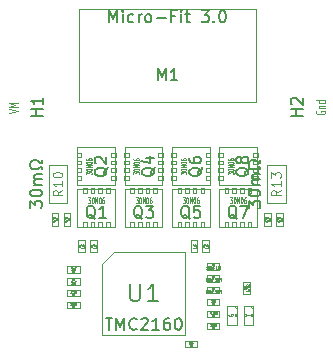
<source format=gbr>
%TF.GenerationSoftware,KiCad,Pcbnew,7.0.8-7.0.8~ubuntu22.04.1*%
%TF.CreationDate,2023-11-12T23:56:44-08:00*%
%TF.ProjectId,driver-tmc2160,64726976-6572-42d7-946d-63323136302e,rev?*%
%TF.SameCoordinates,Original*%
%TF.FileFunction,AssemblyDrawing,Top*%
%FSLAX46Y46*%
G04 Gerber Fmt 4.6, Leading zero omitted, Abs format (unit mm)*
G04 Created by KiCad (PCBNEW 7.0.8-7.0.8~ubuntu22.04.1) date 2023-11-12 23:56:44*
%MOMM*%
%LPD*%
G01*
G04 APERTURE LIST*
%ADD10C,0.150000*%
%ADD11C,0.025000*%
%ADD12C,0.075000*%
%ADD13C,0.100000*%
%ADD14C,0.050000*%
%ADD15C,0.120000*%
G04 APERTURE END LIST*
D10*
X130095238Y-57304819D02*
X130095238Y-56304819D01*
X130095238Y-56304819D02*
X130428571Y-57019104D01*
X130428571Y-57019104D02*
X130761904Y-56304819D01*
X130761904Y-56304819D02*
X130761904Y-57304819D01*
X131238095Y-57304819D02*
X131238095Y-56638152D01*
X131238095Y-56304819D02*
X131190476Y-56352438D01*
X131190476Y-56352438D02*
X131238095Y-56400057D01*
X131238095Y-56400057D02*
X131285714Y-56352438D01*
X131285714Y-56352438D02*
X131238095Y-56304819D01*
X131238095Y-56304819D02*
X131238095Y-56400057D01*
X132142856Y-57257200D02*
X132047618Y-57304819D01*
X132047618Y-57304819D02*
X131857142Y-57304819D01*
X131857142Y-57304819D02*
X131761904Y-57257200D01*
X131761904Y-57257200D02*
X131714285Y-57209580D01*
X131714285Y-57209580D02*
X131666666Y-57114342D01*
X131666666Y-57114342D02*
X131666666Y-56828628D01*
X131666666Y-56828628D02*
X131714285Y-56733390D01*
X131714285Y-56733390D02*
X131761904Y-56685771D01*
X131761904Y-56685771D02*
X131857142Y-56638152D01*
X131857142Y-56638152D02*
X132047618Y-56638152D01*
X132047618Y-56638152D02*
X132142856Y-56685771D01*
X132571428Y-57304819D02*
X132571428Y-56638152D01*
X132571428Y-56828628D02*
X132619047Y-56733390D01*
X132619047Y-56733390D02*
X132666666Y-56685771D01*
X132666666Y-56685771D02*
X132761904Y-56638152D01*
X132761904Y-56638152D02*
X132857142Y-56638152D01*
X133333333Y-57304819D02*
X133238095Y-57257200D01*
X133238095Y-57257200D02*
X133190476Y-57209580D01*
X133190476Y-57209580D02*
X133142857Y-57114342D01*
X133142857Y-57114342D02*
X133142857Y-56828628D01*
X133142857Y-56828628D02*
X133190476Y-56733390D01*
X133190476Y-56733390D02*
X133238095Y-56685771D01*
X133238095Y-56685771D02*
X133333333Y-56638152D01*
X133333333Y-56638152D02*
X133476190Y-56638152D01*
X133476190Y-56638152D02*
X133571428Y-56685771D01*
X133571428Y-56685771D02*
X133619047Y-56733390D01*
X133619047Y-56733390D02*
X133666666Y-56828628D01*
X133666666Y-56828628D02*
X133666666Y-57114342D01*
X133666666Y-57114342D02*
X133619047Y-57209580D01*
X133619047Y-57209580D02*
X133571428Y-57257200D01*
X133571428Y-57257200D02*
X133476190Y-57304819D01*
X133476190Y-57304819D02*
X133333333Y-57304819D01*
X134095238Y-56923866D02*
X134857143Y-56923866D01*
X135666666Y-56781009D02*
X135333333Y-56781009D01*
X135333333Y-57304819D02*
X135333333Y-56304819D01*
X135333333Y-56304819D02*
X135809523Y-56304819D01*
X136190476Y-57304819D02*
X136190476Y-56638152D01*
X136190476Y-56304819D02*
X136142857Y-56352438D01*
X136142857Y-56352438D02*
X136190476Y-56400057D01*
X136190476Y-56400057D02*
X136238095Y-56352438D01*
X136238095Y-56352438D02*
X136190476Y-56304819D01*
X136190476Y-56304819D02*
X136190476Y-56400057D01*
X136523809Y-56638152D02*
X136904761Y-56638152D01*
X136666666Y-56304819D02*
X136666666Y-57161961D01*
X136666666Y-57161961D02*
X136714285Y-57257200D01*
X136714285Y-57257200D02*
X136809523Y-57304819D01*
X136809523Y-57304819D02*
X136904761Y-57304819D01*
X137904762Y-56304819D02*
X138523809Y-56304819D01*
X138523809Y-56304819D02*
X138190476Y-56685771D01*
X138190476Y-56685771D02*
X138333333Y-56685771D01*
X138333333Y-56685771D02*
X138428571Y-56733390D01*
X138428571Y-56733390D02*
X138476190Y-56781009D01*
X138476190Y-56781009D02*
X138523809Y-56876247D01*
X138523809Y-56876247D02*
X138523809Y-57114342D01*
X138523809Y-57114342D02*
X138476190Y-57209580D01*
X138476190Y-57209580D02*
X138428571Y-57257200D01*
X138428571Y-57257200D02*
X138333333Y-57304819D01*
X138333333Y-57304819D02*
X138047619Y-57304819D01*
X138047619Y-57304819D02*
X137952381Y-57257200D01*
X137952381Y-57257200D02*
X137904762Y-57209580D01*
X138952381Y-57209580D02*
X139000000Y-57257200D01*
X139000000Y-57257200D02*
X138952381Y-57304819D01*
X138952381Y-57304819D02*
X138904762Y-57257200D01*
X138904762Y-57257200D02*
X138952381Y-57209580D01*
X138952381Y-57209580D02*
X138952381Y-57304819D01*
X139619047Y-56304819D02*
X139714285Y-56304819D01*
X139714285Y-56304819D02*
X139809523Y-56352438D01*
X139809523Y-56352438D02*
X139857142Y-56400057D01*
X139857142Y-56400057D02*
X139904761Y-56495295D01*
X139904761Y-56495295D02*
X139952380Y-56685771D01*
X139952380Y-56685771D02*
X139952380Y-56923866D01*
X139952380Y-56923866D02*
X139904761Y-57114342D01*
X139904761Y-57114342D02*
X139857142Y-57209580D01*
X139857142Y-57209580D02*
X139809523Y-57257200D01*
X139809523Y-57257200D02*
X139714285Y-57304819D01*
X139714285Y-57304819D02*
X139619047Y-57304819D01*
X139619047Y-57304819D02*
X139523809Y-57257200D01*
X139523809Y-57257200D02*
X139476190Y-57209580D01*
X139476190Y-57209580D02*
X139428571Y-57114342D01*
X139428571Y-57114342D02*
X139380952Y-56923866D01*
X139380952Y-56923866D02*
X139380952Y-56685771D01*
X139380952Y-56685771D02*
X139428571Y-56495295D01*
X139428571Y-56495295D02*
X139476190Y-56400057D01*
X139476190Y-56400057D02*
X139523809Y-56352438D01*
X139523809Y-56352438D02*
X139619047Y-56304819D01*
X134190476Y-62204819D02*
X134190476Y-61204819D01*
X134190476Y-61204819D02*
X134523809Y-61919104D01*
X134523809Y-61919104D02*
X134857142Y-61204819D01*
X134857142Y-61204819D02*
X134857142Y-62204819D01*
X135857142Y-62204819D02*
X135285714Y-62204819D01*
X135571428Y-62204819D02*
X135571428Y-61204819D01*
X135571428Y-61204819D02*
X135476190Y-61347676D01*
X135476190Y-61347676D02*
X135380952Y-61442914D01*
X135380952Y-61442914D02*
X135285714Y-61490533D01*
D11*
X138332143Y-79214354D02*
X138246429Y-79214354D01*
X138289286Y-79214354D02*
X138289286Y-78964354D01*
X138289286Y-78964354D02*
X138275000Y-79000069D01*
X138275000Y-79000069D02*
X138260715Y-79023878D01*
X138260715Y-79023878D02*
X138246429Y-79035783D01*
X138425000Y-78964354D02*
X138439286Y-78964354D01*
X138439286Y-78964354D02*
X138453572Y-78976259D01*
X138453572Y-78976259D02*
X138460715Y-78988164D01*
X138460715Y-78988164D02*
X138467857Y-79011973D01*
X138467857Y-79011973D02*
X138475000Y-79059592D01*
X138475000Y-79059592D02*
X138475000Y-79119116D01*
X138475000Y-79119116D02*
X138467857Y-79166735D01*
X138467857Y-79166735D02*
X138460715Y-79190545D01*
X138460715Y-79190545D02*
X138453572Y-79202450D01*
X138453572Y-79202450D02*
X138439286Y-79214354D01*
X138439286Y-79214354D02*
X138425000Y-79214354D01*
X138425000Y-79214354D02*
X138410715Y-79202450D01*
X138410715Y-79202450D02*
X138403572Y-79190545D01*
X138403572Y-79190545D02*
X138396429Y-79166735D01*
X138396429Y-79166735D02*
X138389286Y-79119116D01*
X138389286Y-79119116D02*
X138389286Y-79059592D01*
X138389286Y-79059592D02*
X138396429Y-79011973D01*
X138396429Y-79011973D02*
X138403572Y-78988164D01*
X138403572Y-78988164D02*
X138410715Y-78976259D01*
X138410715Y-78976259D02*
X138425000Y-78964354D01*
X138567857Y-78964354D02*
X138582143Y-78964354D01*
X138582143Y-78964354D02*
X138596429Y-78976259D01*
X138596429Y-78976259D02*
X138603572Y-78988164D01*
X138603572Y-78988164D02*
X138610714Y-79011973D01*
X138610714Y-79011973D02*
X138617857Y-79059592D01*
X138617857Y-79059592D02*
X138617857Y-79119116D01*
X138617857Y-79119116D02*
X138610714Y-79166735D01*
X138610714Y-79166735D02*
X138603572Y-79190545D01*
X138603572Y-79190545D02*
X138596429Y-79202450D01*
X138596429Y-79202450D02*
X138582143Y-79214354D01*
X138582143Y-79214354D02*
X138567857Y-79214354D01*
X138567857Y-79214354D02*
X138553572Y-79202450D01*
X138553572Y-79202450D02*
X138546429Y-79190545D01*
X138546429Y-79190545D02*
X138539286Y-79166735D01*
X138539286Y-79166735D02*
X138532143Y-79119116D01*
X138532143Y-79119116D02*
X138532143Y-79059592D01*
X138532143Y-79059592D02*
X138539286Y-79011973D01*
X138539286Y-79011973D02*
X138546429Y-78988164D01*
X138546429Y-78988164D02*
X138553572Y-78976259D01*
X138553572Y-78976259D02*
X138567857Y-78964354D01*
X138682143Y-79047688D02*
X138682143Y-79214354D01*
X138682143Y-79071497D02*
X138689286Y-79059592D01*
X138689286Y-79059592D02*
X138703571Y-79047688D01*
X138703571Y-79047688D02*
X138725000Y-79047688D01*
X138725000Y-79047688D02*
X138739286Y-79059592D01*
X138739286Y-79059592D02*
X138746429Y-79083402D01*
X138746429Y-79083402D02*
X138746429Y-79214354D01*
X138867857Y-79083402D02*
X138817857Y-79083402D01*
X138817857Y-79214354D02*
X138817857Y-78964354D01*
X138817857Y-78964354D02*
X138889285Y-78964354D01*
X139139285Y-79214354D02*
X139053571Y-79214354D01*
X139096428Y-79214354D02*
X139096428Y-78964354D01*
X139096428Y-78964354D02*
X139082142Y-79000069D01*
X139082142Y-79000069D02*
X139067857Y-79023878D01*
X139067857Y-79023878D02*
X139053571Y-79035783D01*
X139232142Y-78964354D02*
X139246428Y-78964354D01*
X139246428Y-78964354D02*
X139260714Y-78976259D01*
X139260714Y-78976259D02*
X139267857Y-78988164D01*
X139267857Y-78988164D02*
X139274999Y-79011973D01*
X139274999Y-79011973D02*
X139282142Y-79059592D01*
X139282142Y-79059592D02*
X139282142Y-79119116D01*
X139282142Y-79119116D02*
X139274999Y-79166735D01*
X139274999Y-79166735D02*
X139267857Y-79190545D01*
X139267857Y-79190545D02*
X139260714Y-79202450D01*
X139260714Y-79202450D02*
X139246428Y-79214354D01*
X139246428Y-79214354D02*
X139232142Y-79214354D01*
X139232142Y-79214354D02*
X139217857Y-79202450D01*
X139217857Y-79202450D02*
X139210714Y-79190545D01*
X139210714Y-79190545D02*
X139203571Y-79166735D01*
X139203571Y-79166735D02*
X139196428Y-79119116D01*
X139196428Y-79119116D02*
X139196428Y-79059592D01*
X139196428Y-79059592D02*
X139203571Y-79011973D01*
X139203571Y-79011973D02*
X139210714Y-78988164D01*
X139210714Y-78988164D02*
X139217857Y-78976259D01*
X139217857Y-78976259D02*
X139232142Y-78964354D01*
X139374999Y-78964354D02*
X139389285Y-78964354D01*
X139389285Y-78964354D02*
X139403571Y-78976259D01*
X139403571Y-78976259D02*
X139410714Y-78988164D01*
X139410714Y-78988164D02*
X139417856Y-79011973D01*
X139417856Y-79011973D02*
X139424999Y-79059592D01*
X139424999Y-79059592D02*
X139424999Y-79119116D01*
X139424999Y-79119116D02*
X139417856Y-79166735D01*
X139417856Y-79166735D02*
X139410714Y-79190545D01*
X139410714Y-79190545D02*
X139403571Y-79202450D01*
X139403571Y-79202450D02*
X139389285Y-79214354D01*
X139389285Y-79214354D02*
X139374999Y-79214354D01*
X139374999Y-79214354D02*
X139360714Y-79202450D01*
X139360714Y-79202450D02*
X139353571Y-79190545D01*
X139353571Y-79190545D02*
X139346428Y-79166735D01*
X139346428Y-79166735D02*
X139339285Y-79119116D01*
X139339285Y-79119116D02*
X139339285Y-79059592D01*
X139339285Y-79059592D02*
X139346428Y-79011973D01*
X139346428Y-79011973D02*
X139353571Y-78988164D01*
X139353571Y-78988164D02*
X139360714Y-78976259D01*
X139360714Y-78976259D02*
X139374999Y-78964354D01*
X139467856Y-78964354D02*
X139517856Y-79214354D01*
X139517856Y-79214354D02*
X139567856Y-78964354D01*
X138883333Y-78885438D02*
X138878571Y-78890200D01*
X138878571Y-78890200D02*
X138864285Y-78894961D01*
X138864285Y-78894961D02*
X138854761Y-78894961D01*
X138854761Y-78894961D02*
X138840476Y-78890200D01*
X138840476Y-78890200D02*
X138830952Y-78880676D01*
X138830952Y-78880676D02*
X138826190Y-78871152D01*
X138826190Y-78871152D02*
X138821428Y-78852104D01*
X138821428Y-78852104D02*
X138821428Y-78837819D01*
X138821428Y-78837819D02*
X138826190Y-78818771D01*
X138826190Y-78818771D02*
X138830952Y-78809247D01*
X138830952Y-78809247D02*
X138840476Y-78799723D01*
X138840476Y-78799723D02*
X138854761Y-78794961D01*
X138854761Y-78794961D02*
X138864285Y-78794961D01*
X138864285Y-78794961D02*
X138878571Y-78799723D01*
X138878571Y-78799723D02*
X138883333Y-78804485D01*
X138916666Y-78794961D02*
X138983333Y-78794961D01*
X138983333Y-78794961D02*
X138940476Y-78894961D01*
D12*
X140127409Y-70185713D02*
X140127409Y-69999999D01*
X140127409Y-69999999D02*
X140317885Y-70099999D01*
X140317885Y-70099999D02*
X140317885Y-70057142D01*
X140317885Y-70057142D02*
X140341695Y-70028571D01*
X140341695Y-70028571D02*
X140365504Y-70014285D01*
X140365504Y-70014285D02*
X140413123Y-69999999D01*
X140413123Y-69999999D02*
X140532171Y-69999999D01*
X140532171Y-69999999D02*
X140579790Y-70014285D01*
X140579790Y-70014285D02*
X140603600Y-70028571D01*
X140603600Y-70028571D02*
X140627409Y-70057142D01*
X140627409Y-70057142D02*
X140627409Y-70142856D01*
X140627409Y-70142856D02*
X140603600Y-70171428D01*
X140603600Y-70171428D02*
X140579790Y-70185713D01*
X140127409Y-69814285D02*
X140127409Y-69785714D01*
X140127409Y-69785714D02*
X140151219Y-69757142D01*
X140151219Y-69757142D02*
X140175028Y-69742857D01*
X140175028Y-69742857D02*
X140222647Y-69728571D01*
X140222647Y-69728571D02*
X140317885Y-69714285D01*
X140317885Y-69714285D02*
X140436933Y-69714285D01*
X140436933Y-69714285D02*
X140532171Y-69728571D01*
X140532171Y-69728571D02*
X140579790Y-69742857D01*
X140579790Y-69742857D02*
X140603600Y-69757142D01*
X140603600Y-69757142D02*
X140627409Y-69785714D01*
X140627409Y-69785714D02*
X140627409Y-69814285D01*
X140627409Y-69814285D02*
X140603600Y-69842857D01*
X140603600Y-69842857D02*
X140579790Y-69857142D01*
X140579790Y-69857142D02*
X140532171Y-69871428D01*
X140532171Y-69871428D02*
X140436933Y-69885714D01*
X140436933Y-69885714D02*
X140317885Y-69885714D01*
X140317885Y-69885714D02*
X140222647Y-69871428D01*
X140222647Y-69871428D02*
X140175028Y-69857142D01*
X140175028Y-69857142D02*
X140151219Y-69842857D01*
X140151219Y-69842857D02*
X140127409Y-69814285D01*
X140627409Y-69585714D02*
X140127409Y-69585714D01*
X140127409Y-69585714D02*
X140627409Y-69414285D01*
X140627409Y-69414285D02*
X140127409Y-69414285D01*
X140127409Y-69214285D02*
X140127409Y-69185714D01*
X140127409Y-69185714D02*
X140151219Y-69157142D01*
X140151219Y-69157142D02*
X140175028Y-69142857D01*
X140175028Y-69142857D02*
X140222647Y-69128571D01*
X140222647Y-69128571D02*
X140317885Y-69114285D01*
X140317885Y-69114285D02*
X140436933Y-69114285D01*
X140436933Y-69114285D02*
X140532171Y-69128571D01*
X140532171Y-69128571D02*
X140579790Y-69142857D01*
X140579790Y-69142857D02*
X140603600Y-69157142D01*
X140603600Y-69157142D02*
X140627409Y-69185714D01*
X140627409Y-69185714D02*
X140627409Y-69214285D01*
X140627409Y-69214285D02*
X140603600Y-69242857D01*
X140603600Y-69242857D02*
X140579790Y-69257142D01*
X140579790Y-69257142D02*
X140532171Y-69271428D01*
X140532171Y-69271428D02*
X140436933Y-69285714D01*
X140436933Y-69285714D02*
X140317885Y-69285714D01*
X140317885Y-69285714D02*
X140222647Y-69271428D01*
X140222647Y-69271428D02*
X140175028Y-69257142D01*
X140175028Y-69257142D02*
X140151219Y-69242857D01*
X140151219Y-69242857D02*
X140127409Y-69214285D01*
X140127409Y-68857143D02*
X140127409Y-68914285D01*
X140127409Y-68914285D02*
X140151219Y-68942857D01*
X140151219Y-68942857D02*
X140175028Y-68957143D01*
X140175028Y-68957143D02*
X140246457Y-68985714D01*
X140246457Y-68985714D02*
X140341695Y-69000000D01*
X140341695Y-69000000D02*
X140532171Y-69000000D01*
X140532171Y-69000000D02*
X140579790Y-68985714D01*
X140579790Y-68985714D02*
X140603600Y-68971428D01*
X140603600Y-68971428D02*
X140627409Y-68942857D01*
X140627409Y-68942857D02*
X140627409Y-68885714D01*
X140627409Y-68885714D02*
X140603600Y-68857143D01*
X140603600Y-68857143D02*
X140579790Y-68842857D01*
X140579790Y-68842857D02*
X140532171Y-68828571D01*
X140532171Y-68828571D02*
X140413123Y-68828571D01*
X140413123Y-68828571D02*
X140365504Y-68842857D01*
X140365504Y-68842857D02*
X140341695Y-68857143D01*
X140341695Y-68857143D02*
X140317885Y-68885714D01*
X140317885Y-68885714D02*
X140317885Y-68942857D01*
X140317885Y-68942857D02*
X140341695Y-68971428D01*
X140341695Y-68971428D02*
X140365504Y-68985714D01*
X140365504Y-68985714D02*
X140413123Y-69000000D01*
D10*
X141950057Y-69595238D02*
X141902438Y-69690476D01*
X141902438Y-69690476D02*
X141807200Y-69785714D01*
X141807200Y-69785714D02*
X141664342Y-69928571D01*
X141664342Y-69928571D02*
X141616723Y-70023809D01*
X141616723Y-70023809D02*
X141616723Y-70119047D01*
X141854819Y-70071428D02*
X141807200Y-70166666D01*
X141807200Y-70166666D02*
X141711961Y-70261904D01*
X141711961Y-70261904D02*
X141521485Y-70309523D01*
X141521485Y-70309523D02*
X141188152Y-70309523D01*
X141188152Y-70309523D02*
X140997676Y-70261904D01*
X140997676Y-70261904D02*
X140902438Y-70166666D01*
X140902438Y-70166666D02*
X140854819Y-70071428D01*
X140854819Y-70071428D02*
X140854819Y-69880952D01*
X140854819Y-69880952D02*
X140902438Y-69785714D01*
X140902438Y-69785714D02*
X140997676Y-69690476D01*
X140997676Y-69690476D02*
X141188152Y-69642857D01*
X141188152Y-69642857D02*
X141521485Y-69642857D01*
X141521485Y-69642857D02*
X141711961Y-69690476D01*
X141711961Y-69690476D02*
X141807200Y-69785714D01*
X141807200Y-69785714D02*
X141854819Y-69880952D01*
X141854819Y-69880952D02*
X141854819Y-70071428D01*
X141283390Y-69071428D02*
X141235771Y-69166666D01*
X141235771Y-69166666D02*
X141188152Y-69214285D01*
X141188152Y-69214285D02*
X141092914Y-69261904D01*
X141092914Y-69261904D02*
X141045295Y-69261904D01*
X141045295Y-69261904D02*
X140950057Y-69214285D01*
X140950057Y-69214285D02*
X140902438Y-69166666D01*
X140902438Y-69166666D02*
X140854819Y-69071428D01*
X140854819Y-69071428D02*
X140854819Y-68880952D01*
X140854819Y-68880952D02*
X140902438Y-68785714D01*
X140902438Y-68785714D02*
X140950057Y-68738095D01*
X140950057Y-68738095D02*
X141045295Y-68690476D01*
X141045295Y-68690476D02*
X141092914Y-68690476D01*
X141092914Y-68690476D02*
X141188152Y-68738095D01*
X141188152Y-68738095D02*
X141235771Y-68785714D01*
X141235771Y-68785714D02*
X141283390Y-68880952D01*
X141283390Y-68880952D02*
X141283390Y-69071428D01*
X141283390Y-69071428D02*
X141331009Y-69166666D01*
X141331009Y-69166666D02*
X141378628Y-69214285D01*
X141378628Y-69214285D02*
X141473866Y-69261904D01*
X141473866Y-69261904D02*
X141664342Y-69261904D01*
X141664342Y-69261904D02*
X141759580Y-69214285D01*
X141759580Y-69214285D02*
X141807200Y-69166666D01*
X141807200Y-69166666D02*
X141854819Y-69071428D01*
X141854819Y-69071428D02*
X141854819Y-68880952D01*
X141854819Y-68880952D02*
X141807200Y-68785714D01*
X141807200Y-68785714D02*
X141759580Y-68738095D01*
X141759580Y-68738095D02*
X141664342Y-68690476D01*
X141664342Y-68690476D02*
X141473866Y-68690476D01*
X141473866Y-68690476D02*
X141378628Y-68738095D01*
X141378628Y-68738095D02*
X141331009Y-68785714D01*
X141331009Y-68785714D02*
X141283390Y-68880952D01*
D12*
X132127409Y-70185713D02*
X132127409Y-69999999D01*
X132127409Y-69999999D02*
X132317885Y-70099999D01*
X132317885Y-70099999D02*
X132317885Y-70057142D01*
X132317885Y-70057142D02*
X132341695Y-70028571D01*
X132341695Y-70028571D02*
X132365504Y-70014285D01*
X132365504Y-70014285D02*
X132413123Y-69999999D01*
X132413123Y-69999999D02*
X132532171Y-69999999D01*
X132532171Y-69999999D02*
X132579790Y-70014285D01*
X132579790Y-70014285D02*
X132603600Y-70028571D01*
X132603600Y-70028571D02*
X132627409Y-70057142D01*
X132627409Y-70057142D02*
X132627409Y-70142856D01*
X132627409Y-70142856D02*
X132603600Y-70171428D01*
X132603600Y-70171428D02*
X132579790Y-70185713D01*
X132127409Y-69814285D02*
X132127409Y-69785714D01*
X132127409Y-69785714D02*
X132151219Y-69757142D01*
X132151219Y-69757142D02*
X132175028Y-69742857D01*
X132175028Y-69742857D02*
X132222647Y-69728571D01*
X132222647Y-69728571D02*
X132317885Y-69714285D01*
X132317885Y-69714285D02*
X132436933Y-69714285D01*
X132436933Y-69714285D02*
X132532171Y-69728571D01*
X132532171Y-69728571D02*
X132579790Y-69742857D01*
X132579790Y-69742857D02*
X132603600Y-69757142D01*
X132603600Y-69757142D02*
X132627409Y-69785714D01*
X132627409Y-69785714D02*
X132627409Y-69814285D01*
X132627409Y-69814285D02*
X132603600Y-69842857D01*
X132603600Y-69842857D02*
X132579790Y-69857142D01*
X132579790Y-69857142D02*
X132532171Y-69871428D01*
X132532171Y-69871428D02*
X132436933Y-69885714D01*
X132436933Y-69885714D02*
X132317885Y-69885714D01*
X132317885Y-69885714D02*
X132222647Y-69871428D01*
X132222647Y-69871428D02*
X132175028Y-69857142D01*
X132175028Y-69857142D02*
X132151219Y-69842857D01*
X132151219Y-69842857D02*
X132127409Y-69814285D01*
X132627409Y-69585714D02*
X132127409Y-69585714D01*
X132127409Y-69585714D02*
X132627409Y-69414285D01*
X132627409Y-69414285D02*
X132127409Y-69414285D01*
X132127409Y-69214285D02*
X132127409Y-69185714D01*
X132127409Y-69185714D02*
X132151219Y-69157142D01*
X132151219Y-69157142D02*
X132175028Y-69142857D01*
X132175028Y-69142857D02*
X132222647Y-69128571D01*
X132222647Y-69128571D02*
X132317885Y-69114285D01*
X132317885Y-69114285D02*
X132436933Y-69114285D01*
X132436933Y-69114285D02*
X132532171Y-69128571D01*
X132532171Y-69128571D02*
X132579790Y-69142857D01*
X132579790Y-69142857D02*
X132603600Y-69157142D01*
X132603600Y-69157142D02*
X132627409Y-69185714D01*
X132627409Y-69185714D02*
X132627409Y-69214285D01*
X132627409Y-69214285D02*
X132603600Y-69242857D01*
X132603600Y-69242857D02*
X132579790Y-69257142D01*
X132579790Y-69257142D02*
X132532171Y-69271428D01*
X132532171Y-69271428D02*
X132436933Y-69285714D01*
X132436933Y-69285714D02*
X132317885Y-69285714D01*
X132317885Y-69285714D02*
X132222647Y-69271428D01*
X132222647Y-69271428D02*
X132175028Y-69257142D01*
X132175028Y-69257142D02*
X132151219Y-69242857D01*
X132151219Y-69242857D02*
X132127409Y-69214285D01*
X132127409Y-68857143D02*
X132127409Y-68914285D01*
X132127409Y-68914285D02*
X132151219Y-68942857D01*
X132151219Y-68942857D02*
X132175028Y-68957143D01*
X132175028Y-68957143D02*
X132246457Y-68985714D01*
X132246457Y-68985714D02*
X132341695Y-69000000D01*
X132341695Y-69000000D02*
X132532171Y-69000000D01*
X132532171Y-69000000D02*
X132579790Y-68985714D01*
X132579790Y-68985714D02*
X132603600Y-68971428D01*
X132603600Y-68971428D02*
X132627409Y-68942857D01*
X132627409Y-68942857D02*
X132627409Y-68885714D01*
X132627409Y-68885714D02*
X132603600Y-68857143D01*
X132603600Y-68857143D02*
X132579790Y-68842857D01*
X132579790Y-68842857D02*
X132532171Y-68828571D01*
X132532171Y-68828571D02*
X132413123Y-68828571D01*
X132413123Y-68828571D02*
X132365504Y-68842857D01*
X132365504Y-68842857D02*
X132341695Y-68857143D01*
X132341695Y-68857143D02*
X132317885Y-68885714D01*
X132317885Y-68885714D02*
X132317885Y-68942857D01*
X132317885Y-68942857D02*
X132341695Y-68971428D01*
X132341695Y-68971428D02*
X132365504Y-68985714D01*
X132365504Y-68985714D02*
X132413123Y-69000000D01*
D10*
X133950057Y-69595238D02*
X133902438Y-69690476D01*
X133902438Y-69690476D02*
X133807200Y-69785714D01*
X133807200Y-69785714D02*
X133664342Y-69928571D01*
X133664342Y-69928571D02*
X133616723Y-70023809D01*
X133616723Y-70023809D02*
X133616723Y-70119047D01*
X133854819Y-70071428D02*
X133807200Y-70166666D01*
X133807200Y-70166666D02*
X133711961Y-70261904D01*
X133711961Y-70261904D02*
X133521485Y-70309523D01*
X133521485Y-70309523D02*
X133188152Y-70309523D01*
X133188152Y-70309523D02*
X132997676Y-70261904D01*
X132997676Y-70261904D02*
X132902438Y-70166666D01*
X132902438Y-70166666D02*
X132854819Y-70071428D01*
X132854819Y-70071428D02*
X132854819Y-69880952D01*
X132854819Y-69880952D02*
X132902438Y-69785714D01*
X132902438Y-69785714D02*
X132997676Y-69690476D01*
X132997676Y-69690476D02*
X133188152Y-69642857D01*
X133188152Y-69642857D02*
X133521485Y-69642857D01*
X133521485Y-69642857D02*
X133711961Y-69690476D01*
X133711961Y-69690476D02*
X133807200Y-69785714D01*
X133807200Y-69785714D02*
X133854819Y-69880952D01*
X133854819Y-69880952D02*
X133854819Y-70071428D01*
X133188152Y-68785714D02*
X133854819Y-68785714D01*
X132807200Y-69023809D02*
X133521485Y-69261904D01*
X133521485Y-69261904D02*
X133521485Y-68642857D01*
D13*
X147602990Y-64821428D02*
X147564895Y-64869047D01*
X147564895Y-64869047D02*
X147564895Y-64940476D01*
X147564895Y-64940476D02*
X147602990Y-65011904D01*
X147602990Y-65011904D02*
X147679180Y-65059523D01*
X147679180Y-65059523D02*
X147755371Y-65083333D01*
X147755371Y-65083333D02*
X147907752Y-65107142D01*
X147907752Y-65107142D02*
X148022038Y-65107142D01*
X148022038Y-65107142D02*
X148174419Y-65083333D01*
X148174419Y-65083333D02*
X148250609Y-65059523D01*
X148250609Y-65059523D02*
X148326800Y-65011904D01*
X148326800Y-65011904D02*
X148364895Y-64940476D01*
X148364895Y-64940476D02*
X148364895Y-64892857D01*
X148364895Y-64892857D02*
X148326800Y-64821428D01*
X148326800Y-64821428D02*
X148288704Y-64797619D01*
X148288704Y-64797619D02*
X148022038Y-64797619D01*
X148022038Y-64797619D02*
X148022038Y-64892857D01*
X147831561Y-64583333D02*
X148364895Y-64583333D01*
X147907752Y-64583333D02*
X147869657Y-64559523D01*
X147869657Y-64559523D02*
X147831561Y-64511904D01*
X147831561Y-64511904D02*
X147831561Y-64440476D01*
X147831561Y-64440476D02*
X147869657Y-64392857D01*
X147869657Y-64392857D02*
X147945847Y-64369047D01*
X147945847Y-64369047D02*
X148364895Y-64369047D01*
X148364895Y-63916666D02*
X147564895Y-63916666D01*
X148326800Y-63916666D02*
X148364895Y-63964285D01*
X148364895Y-63964285D02*
X148364895Y-64059523D01*
X148364895Y-64059523D02*
X148326800Y-64107142D01*
X148326800Y-64107142D02*
X148288704Y-64130952D01*
X148288704Y-64130952D02*
X148212514Y-64154761D01*
X148212514Y-64154761D02*
X147983942Y-64154761D01*
X147983942Y-64154761D02*
X147907752Y-64130952D01*
X147907752Y-64130952D02*
X147869657Y-64107142D01*
X147869657Y-64107142D02*
X147831561Y-64059523D01*
X147831561Y-64059523D02*
X147831561Y-63964285D01*
X147831561Y-63964285D02*
X147869657Y-63916666D01*
D10*
X146454819Y-65261904D02*
X145454819Y-65261904D01*
X145931009Y-65261904D02*
X145931009Y-64690476D01*
X146454819Y-64690476D02*
X145454819Y-64690476D01*
X145550057Y-64261904D02*
X145502438Y-64214285D01*
X145502438Y-64214285D02*
X145454819Y-64119047D01*
X145454819Y-64119047D02*
X145454819Y-63880952D01*
X145454819Y-63880952D02*
X145502438Y-63785714D01*
X145502438Y-63785714D02*
X145550057Y-63738095D01*
X145550057Y-63738095D02*
X145645295Y-63690476D01*
X145645295Y-63690476D02*
X145740533Y-63690476D01*
X145740533Y-63690476D02*
X145883390Y-63738095D01*
X145883390Y-63738095D02*
X146454819Y-64309523D01*
X146454819Y-64309523D02*
X146454819Y-63690476D01*
D14*
X140201495Y-82047619D02*
X140182447Y-82066666D01*
X140182447Y-82066666D02*
X140182447Y-82095238D01*
X140182447Y-82095238D02*
X140201495Y-82123809D01*
X140201495Y-82123809D02*
X140239590Y-82142857D01*
X140239590Y-82142857D02*
X140277685Y-82152380D01*
X140277685Y-82152380D02*
X140353876Y-82161904D01*
X140353876Y-82161904D02*
X140411019Y-82161904D01*
X140411019Y-82161904D02*
X140487209Y-82152380D01*
X140487209Y-82152380D02*
X140525304Y-82142857D01*
X140525304Y-82142857D02*
X140563400Y-82123809D01*
X140563400Y-82123809D02*
X140582447Y-82095238D01*
X140582447Y-82095238D02*
X140582447Y-82076190D01*
X140582447Y-82076190D02*
X140563400Y-82047619D01*
X140563400Y-82047619D02*
X140544352Y-82038095D01*
X140544352Y-82038095D02*
X140411019Y-82038095D01*
X140411019Y-82038095D02*
X140411019Y-82076190D01*
D11*
X140819961Y-82173809D02*
X140719961Y-82173809D01*
X140719961Y-82173809D02*
X140719961Y-82149999D01*
X140719961Y-82149999D02*
X140724723Y-82135714D01*
X140724723Y-82135714D02*
X140734247Y-82126190D01*
X140734247Y-82126190D02*
X140743771Y-82121428D01*
X140743771Y-82121428D02*
X140762819Y-82116666D01*
X140762819Y-82116666D02*
X140777104Y-82116666D01*
X140777104Y-82116666D02*
X140796152Y-82121428D01*
X140796152Y-82121428D02*
X140805676Y-82126190D01*
X140805676Y-82126190D02*
X140815200Y-82135714D01*
X140815200Y-82135714D02*
X140819961Y-82149999D01*
X140819961Y-82149999D02*
X140819961Y-82173809D01*
X140819961Y-82021428D02*
X140819961Y-82078571D01*
X140819961Y-82049999D02*
X140719961Y-82049999D01*
X140719961Y-82049999D02*
X140734247Y-82059523D01*
X140734247Y-82059523D02*
X140743771Y-82069047D01*
X140743771Y-82069047D02*
X140748533Y-82078571D01*
X144347688Y-74128571D02*
X144514354Y-74128571D01*
X144252450Y-74164285D02*
X144431021Y-74199999D01*
X144431021Y-74199999D02*
X144431021Y-74107142D01*
X144264354Y-74064285D02*
X144264354Y-73964285D01*
X144264354Y-73964285D02*
X144514354Y-74028571D01*
X144514354Y-73914285D02*
X144514354Y-73878571D01*
X144514354Y-73878571D02*
X144466735Y-73878571D01*
X144466735Y-73878571D02*
X144454830Y-73892857D01*
X144454830Y-73892857D02*
X144431021Y-73907142D01*
X144431021Y-73907142D02*
X144395307Y-73914285D01*
X144395307Y-73914285D02*
X144335783Y-73914285D01*
X144335783Y-73914285D02*
X144300069Y-73907142D01*
X144300069Y-73907142D02*
X144276259Y-73892857D01*
X144276259Y-73892857D02*
X144264354Y-73871428D01*
X144264354Y-73871428D02*
X144264354Y-73842857D01*
X144264354Y-73842857D02*
X144276259Y-73821428D01*
X144276259Y-73821428D02*
X144300069Y-73807142D01*
X144300069Y-73807142D02*
X144335783Y-73799999D01*
X144335783Y-73799999D02*
X144395307Y-73799999D01*
X144395307Y-73799999D02*
X144431021Y-73807142D01*
X144431021Y-73807142D02*
X144454830Y-73821428D01*
X144454830Y-73821428D02*
X144466735Y-73835714D01*
X144466735Y-73835714D02*
X144514354Y-73835714D01*
X144514354Y-73835714D02*
X144514354Y-73799999D01*
X144694961Y-74064285D02*
X144647342Y-74097618D01*
X144694961Y-74121428D02*
X144594961Y-74121428D01*
X144594961Y-74121428D02*
X144594961Y-74083333D01*
X144594961Y-74083333D02*
X144599723Y-74073809D01*
X144599723Y-74073809D02*
X144604485Y-74069047D01*
X144604485Y-74069047D02*
X144614009Y-74064285D01*
X144614009Y-74064285D02*
X144628295Y-74064285D01*
X144628295Y-74064285D02*
X144637819Y-74069047D01*
X144637819Y-74069047D02*
X144642580Y-74073809D01*
X144642580Y-74073809D02*
X144647342Y-74083333D01*
X144647342Y-74083333D02*
X144647342Y-74121428D01*
X144694961Y-73969047D02*
X144694961Y-74026190D01*
X144694961Y-73997618D02*
X144594961Y-73997618D01*
X144594961Y-73997618D02*
X144609247Y-74007142D01*
X144609247Y-74007142D02*
X144618771Y-74016666D01*
X144618771Y-74016666D02*
X144623533Y-74026190D01*
X144604485Y-73930952D02*
X144599723Y-73926190D01*
X144599723Y-73926190D02*
X144594961Y-73916666D01*
X144594961Y-73916666D02*
X144594961Y-73892857D01*
X144594961Y-73892857D02*
X144599723Y-73883333D01*
X144599723Y-73883333D02*
X144604485Y-73878571D01*
X144604485Y-73878571D02*
X144614009Y-73873809D01*
X144614009Y-73873809D02*
X144623533Y-73873809D01*
X144623533Y-73873809D02*
X144637819Y-73878571D01*
X144637819Y-73878571D02*
X144694961Y-73935714D01*
X144694961Y-73935714D02*
X144694961Y-73873809D01*
X138800000Y-81014354D02*
X138714286Y-81014354D01*
X138757143Y-81014354D02*
X138757143Y-80764354D01*
X138757143Y-80764354D02*
X138742857Y-80800069D01*
X138742857Y-80800069D02*
X138728572Y-80823878D01*
X138728572Y-80823878D02*
X138714286Y-80835783D01*
X138864286Y-80847688D02*
X138864286Y-81097688D01*
X138935714Y-80978640D02*
X138942857Y-81002450D01*
X138942857Y-81002450D02*
X138957143Y-81014354D01*
X138864286Y-80978640D02*
X138871429Y-81002450D01*
X138871429Y-81002450D02*
X138885714Y-81014354D01*
X138885714Y-81014354D02*
X138914286Y-81014354D01*
X138914286Y-81014354D02*
X138928572Y-81002450D01*
X138928572Y-81002450D02*
X138935714Y-80978640D01*
X138935714Y-80978640D02*
X138935714Y-80847688D01*
X139071429Y-80883402D02*
X139021429Y-80883402D01*
X139021429Y-81014354D02*
X139021429Y-80764354D01*
X139021429Y-80764354D02*
X139092857Y-80764354D01*
X138883333Y-81185438D02*
X138878571Y-81190200D01*
X138878571Y-81190200D02*
X138864285Y-81194961D01*
X138864285Y-81194961D02*
X138854761Y-81194961D01*
X138854761Y-81194961D02*
X138840476Y-81190200D01*
X138840476Y-81190200D02*
X138830952Y-81180676D01*
X138830952Y-81180676D02*
X138826190Y-81171152D01*
X138826190Y-81171152D02*
X138821428Y-81152104D01*
X138821428Y-81152104D02*
X138821428Y-81137819D01*
X138821428Y-81137819D02*
X138826190Y-81118771D01*
X138826190Y-81118771D02*
X138830952Y-81109247D01*
X138830952Y-81109247D02*
X138840476Y-81099723D01*
X138840476Y-81099723D02*
X138854761Y-81094961D01*
X138854761Y-81094961D02*
X138864285Y-81094961D01*
X138864285Y-81094961D02*
X138878571Y-81099723D01*
X138878571Y-81099723D02*
X138883333Y-81104485D01*
X138973809Y-81094961D02*
X138926190Y-81094961D01*
X138926190Y-81094961D02*
X138921428Y-81142580D01*
X138921428Y-81142580D02*
X138926190Y-81137819D01*
X138926190Y-81137819D02*
X138935714Y-81133057D01*
X138935714Y-81133057D02*
X138959523Y-81133057D01*
X138959523Y-81133057D02*
X138969047Y-81137819D01*
X138969047Y-81137819D02*
X138973809Y-81142580D01*
X138973809Y-81142580D02*
X138978571Y-81152104D01*
X138978571Y-81152104D02*
X138978571Y-81175914D01*
X138978571Y-81175914D02*
X138973809Y-81185438D01*
X138973809Y-81185438D02*
X138969047Y-81190200D01*
X138969047Y-81190200D02*
X138959523Y-81194961D01*
X138959523Y-81194961D02*
X138935714Y-81194961D01*
X138935714Y-81194961D02*
X138926190Y-81190200D01*
X138926190Y-81190200D02*
X138921428Y-81185438D01*
X126347688Y-74128571D02*
X126514354Y-74128571D01*
X126252450Y-74164285D02*
X126431021Y-74199999D01*
X126431021Y-74199999D02*
X126431021Y-74107142D01*
X126264354Y-74064285D02*
X126264354Y-73964285D01*
X126264354Y-73964285D02*
X126514354Y-74028571D01*
X126514354Y-73914285D02*
X126514354Y-73878571D01*
X126514354Y-73878571D02*
X126466735Y-73878571D01*
X126466735Y-73878571D02*
X126454830Y-73892857D01*
X126454830Y-73892857D02*
X126431021Y-73907142D01*
X126431021Y-73907142D02*
X126395307Y-73914285D01*
X126395307Y-73914285D02*
X126335783Y-73914285D01*
X126335783Y-73914285D02*
X126300069Y-73907142D01*
X126300069Y-73907142D02*
X126276259Y-73892857D01*
X126276259Y-73892857D02*
X126264354Y-73871428D01*
X126264354Y-73871428D02*
X126264354Y-73842857D01*
X126264354Y-73842857D02*
X126276259Y-73821428D01*
X126276259Y-73821428D02*
X126300069Y-73807142D01*
X126300069Y-73807142D02*
X126335783Y-73799999D01*
X126335783Y-73799999D02*
X126395307Y-73799999D01*
X126395307Y-73799999D02*
X126431021Y-73807142D01*
X126431021Y-73807142D02*
X126454830Y-73821428D01*
X126454830Y-73821428D02*
X126466735Y-73835714D01*
X126466735Y-73835714D02*
X126514354Y-73835714D01*
X126514354Y-73835714D02*
X126514354Y-73799999D01*
X126694961Y-74016666D02*
X126647342Y-74049999D01*
X126694961Y-74073809D02*
X126594961Y-74073809D01*
X126594961Y-74073809D02*
X126594961Y-74035714D01*
X126594961Y-74035714D02*
X126599723Y-74026190D01*
X126599723Y-74026190D02*
X126604485Y-74021428D01*
X126604485Y-74021428D02*
X126614009Y-74016666D01*
X126614009Y-74016666D02*
X126628295Y-74016666D01*
X126628295Y-74016666D02*
X126637819Y-74021428D01*
X126637819Y-74021428D02*
X126642580Y-74026190D01*
X126642580Y-74026190D02*
X126647342Y-74035714D01*
X126647342Y-74035714D02*
X126647342Y-74073809D01*
X126637819Y-73959523D02*
X126633057Y-73969047D01*
X126633057Y-73969047D02*
X126628295Y-73973809D01*
X126628295Y-73973809D02*
X126618771Y-73978571D01*
X126618771Y-73978571D02*
X126614009Y-73978571D01*
X126614009Y-73978571D02*
X126604485Y-73973809D01*
X126604485Y-73973809D02*
X126599723Y-73969047D01*
X126599723Y-73969047D02*
X126594961Y-73959523D01*
X126594961Y-73959523D02*
X126594961Y-73940476D01*
X126594961Y-73940476D02*
X126599723Y-73930952D01*
X126599723Y-73930952D02*
X126604485Y-73926190D01*
X126604485Y-73926190D02*
X126614009Y-73921428D01*
X126614009Y-73921428D02*
X126618771Y-73921428D01*
X126618771Y-73921428D02*
X126628295Y-73926190D01*
X126628295Y-73926190D02*
X126633057Y-73930952D01*
X126633057Y-73930952D02*
X126637819Y-73940476D01*
X126637819Y-73940476D02*
X126637819Y-73959523D01*
X126637819Y-73959523D02*
X126642580Y-73969047D01*
X126642580Y-73969047D02*
X126647342Y-73973809D01*
X126647342Y-73973809D02*
X126656866Y-73978571D01*
X126656866Y-73978571D02*
X126675914Y-73978571D01*
X126675914Y-73978571D02*
X126685438Y-73973809D01*
X126685438Y-73973809D02*
X126690200Y-73969047D01*
X126690200Y-73969047D02*
X126694961Y-73959523D01*
X126694961Y-73959523D02*
X126694961Y-73940476D01*
X126694961Y-73940476D02*
X126690200Y-73930952D01*
X126690200Y-73930952D02*
X126685438Y-73926190D01*
X126685438Y-73926190D02*
X126675914Y-73921428D01*
X126675914Y-73921428D02*
X126656866Y-73921428D01*
X126656866Y-73921428D02*
X126647342Y-73926190D01*
X126647342Y-73926190D02*
X126642580Y-73930952D01*
X126642580Y-73930952D02*
X126637819Y-73940476D01*
X127964354Y-76349999D02*
X127964354Y-76435713D01*
X127964354Y-76392856D02*
X127714354Y-76392856D01*
X127714354Y-76392856D02*
X127750069Y-76407142D01*
X127750069Y-76407142D02*
X127773878Y-76421427D01*
X127773878Y-76421427D02*
X127785783Y-76435713D01*
X127797688Y-76285713D02*
X128047688Y-76285713D01*
X127928640Y-76214285D02*
X127952450Y-76207142D01*
X127952450Y-76207142D02*
X127964354Y-76192856D01*
X127928640Y-76285713D02*
X127952450Y-76278570D01*
X127952450Y-76278570D02*
X127964354Y-76264285D01*
X127964354Y-76264285D02*
X127964354Y-76235713D01*
X127964354Y-76235713D02*
X127952450Y-76221428D01*
X127952450Y-76221428D02*
X127928640Y-76214285D01*
X127928640Y-76214285D02*
X127797688Y-76214285D01*
X127833402Y-76078570D02*
X127833402Y-76128570D01*
X127964354Y-76128570D02*
X127714354Y-76128570D01*
X127714354Y-76128570D02*
X127714354Y-76057142D01*
X127635438Y-76266666D02*
X127640200Y-76271428D01*
X127640200Y-76271428D02*
X127644961Y-76285714D01*
X127644961Y-76285714D02*
X127644961Y-76295238D01*
X127644961Y-76295238D02*
X127640200Y-76309523D01*
X127640200Y-76309523D02*
X127630676Y-76319047D01*
X127630676Y-76319047D02*
X127621152Y-76323809D01*
X127621152Y-76323809D02*
X127602104Y-76328571D01*
X127602104Y-76328571D02*
X127587819Y-76328571D01*
X127587819Y-76328571D02*
X127568771Y-76323809D01*
X127568771Y-76323809D02*
X127559247Y-76319047D01*
X127559247Y-76319047D02*
X127549723Y-76309523D01*
X127549723Y-76309523D02*
X127544961Y-76295238D01*
X127544961Y-76295238D02*
X127544961Y-76285714D01*
X127544961Y-76285714D02*
X127549723Y-76271428D01*
X127549723Y-76271428D02*
X127554485Y-76266666D01*
X127587819Y-76209523D02*
X127583057Y-76219047D01*
X127583057Y-76219047D02*
X127578295Y-76223809D01*
X127578295Y-76223809D02*
X127568771Y-76228571D01*
X127568771Y-76228571D02*
X127564009Y-76228571D01*
X127564009Y-76228571D02*
X127554485Y-76223809D01*
X127554485Y-76223809D02*
X127549723Y-76219047D01*
X127549723Y-76219047D02*
X127544961Y-76209523D01*
X127544961Y-76209523D02*
X127544961Y-76190476D01*
X127544961Y-76190476D02*
X127549723Y-76180952D01*
X127549723Y-76180952D02*
X127554485Y-76176190D01*
X127554485Y-76176190D02*
X127564009Y-76171428D01*
X127564009Y-76171428D02*
X127568771Y-76171428D01*
X127568771Y-76171428D02*
X127578295Y-76176190D01*
X127578295Y-76176190D02*
X127583057Y-76180952D01*
X127583057Y-76180952D02*
X127587819Y-76190476D01*
X127587819Y-76190476D02*
X127587819Y-76209523D01*
X127587819Y-76209523D02*
X127592580Y-76219047D01*
X127592580Y-76219047D02*
X127597342Y-76223809D01*
X127597342Y-76223809D02*
X127606866Y-76228571D01*
X127606866Y-76228571D02*
X127625914Y-76228571D01*
X127625914Y-76228571D02*
X127635438Y-76223809D01*
X127635438Y-76223809D02*
X127640200Y-76219047D01*
X127640200Y-76219047D02*
X127644961Y-76209523D01*
X127644961Y-76209523D02*
X127644961Y-76190476D01*
X127644961Y-76190476D02*
X127640200Y-76180952D01*
X127640200Y-76180952D02*
X127635438Y-76176190D01*
X127635438Y-76176190D02*
X127625914Y-76171428D01*
X127625914Y-76171428D02*
X127606866Y-76171428D01*
X127606866Y-76171428D02*
X127597342Y-76176190D01*
X127597342Y-76176190D02*
X127592580Y-76180952D01*
X127592580Y-76180952D02*
X127587819Y-76190476D01*
D12*
X136314286Y-72127409D02*
X136500000Y-72127409D01*
X136500000Y-72127409D02*
X136400000Y-72317885D01*
X136400000Y-72317885D02*
X136442857Y-72317885D01*
X136442857Y-72317885D02*
X136471429Y-72341695D01*
X136471429Y-72341695D02*
X136485714Y-72365504D01*
X136485714Y-72365504D02*
X136500000Y-72413123D01*
X136500000Y-72413123D02*
X136500000Y-72532171D01*
X136500000Y-72532171D02*
X136485714Y-72579790D01*
X136485714Y-72579790D02*
X136471429Y-72603600D01*
X136471429Y-72603600D02*
X136442857Y-72627409D01*
X136442857Y-72627409D02*
X136357143Y-72627409D01*
X136357143Y-72627409D02*
X136328571Y-72603600D01*
X136328571Y-72603600D02*
X136314286Y-72579790D01*
X136685714Y-72127409D02*
X136714285Y-72127409D01*
X136714285Y-72127409D02*
X136742857Y-72151219D01*
X136742857Y-72151219D02*
X136757143Y-72175028D01*
X136757143Y-72175028D02*
X136771428Y-72222647D01*
X136771428Y-72222647D02*
X136785714Y-72317885D01*
X136785714Y-72317885D02*
X136785714Y-72436933D01*
X136785714Y-72436933D02*
X136771428Y-72532171D01*
X136771428Y-72532171D02*
X136757143Y-72579790D01*
X136757143Y-72579790D02*
X136742857Y-72603600D01*
X136742857Y-72603600D02*
X136714285Y-72627409D01*
X136714285Y-72627409D02*
X136685714Y-72627409D01*
X136685714Y-72627409D02*
X136657143Y-72603600D01*
X136657143Y-72603600D02*
X136642857Y-72579790D01*
X136642857Y-72579790D02*
X136628571Y-72532171D01*
X136628571Y-72532171D02*
X136614285Y-72436933D01*
X136614285Y-72436933D02*
X136614285Y-72317885D01*
X136614285Y-72317885D02*
X136628571Y-72222647D01*
X136628571Y-72222647D02*
X136642857Y-72175028D01*
X136642857Y-72175028D02*
X136657143Y-72151219D01*
X136657143Y-72151219D02*
X136685714Y-72127409D01*
X136914285Y-72627409D02*
X136914285Y-72127409D01*
X136914285Y-72127409D02*
X137085714Y-72627409D01*
X137085714Y-72627409D02*
X137085714Y-72127409D01*
X137285714Y-72127409D02*
X137314285Y-72127409D01*
X137314285Y-72127409D02*
X137342857Y-72151219D01*
X137342857Y-72151219D02*
X137357143Y-72175028D01*
X137357143Y-72175028D02*
X137371428Y-72222647D01*
X137371428Y-72222647D02*
X137385714Y-72317885D01*
X137385714Y-72317885D02*
X137385714Y-72436933D01*
X137385714Y-72436933D02*
X137371428Y-72532171D01*
X137371428Y-72532171D02*
X137357143Y-72579790D01*
X137357143Y-72579790D02*
X137342857Y-72603600D01*
X137342857Y-72603600D02*
X137314285Y-72627409D01*
X137314285Y-72627409D02*
X137285714Y-72627409D01*
X137285714Y-72627409D02*
X137257143Y-72603600D01*
X137257143Y-72603600D02*
X137242857Y-72579790D01*
X137242857Y-72579790D02*
X137228571Y-72532171D01*
X137228571Y-72532171D02*
X137214285Y-72436933D01*
X137214285Y-72436933D02*
X137214285Y-72317885D01*
X137214285Y-72317885D02*
X137228571Y-72222647D01*
X137228571Y-72222647D02*
X137242857Y-72175028D01*
X137242857Y-72175028D02*
X137257143Y-72151219D01*
X137257143Y-72151219D02*
X137285714Y-72127409D01*
X137642857Y-72127409D02*
X137585714Y-72127409D01*
X137585714Y-72127409D02*
X137557142Y-72151219D01*
X137557142Y-72151219D02*
X137542857Y-72175028D01*
X137542857Y-72175028D02*
X137514285Y-72246457D01*
X137514285Y-72246457D02*
X137499999Y-72341695D01*
X137499999Y-72341695D02*
X137499999Y-72532171D01*
X137499999Y-72532171D02*
X137514285Y-72579790D01*
X137514285Y-72579790D02*
X137528571Y-72603600D01*
X137528571Y-72603600D02*
X137557142Y-72627409D01*
X137557142Y-72627409D02*
X137614285Y-72627409D01*
X137614285Y-72627409D02*
X137642857Y-72603600D01*
X137642857Y-72603600D02*
X137657142Y-72579790D01*
X137657142Y-72579790D02*
X137671428Y-72532171D01*
X137671428Y-72532171D02*
X137671428Y-72413123D01*
X137671428Y-72413123D02*
X137657142Y-72365504D01*
X137657142Y-72365504D02*
X137642857Y-72341695D01*
X137642857Y-72341695D02*
X137614285Y-72317885D01*
X137614285Y-72317885D02*
X137557142Y-72317885D01*
X137557142Y-72317885D02*
X137528571Y-72341695D01*
X137528571Y-72341695D02*
X137514285Y-72365504D01*
X137514285Y-72365504D02*
X137499999Y-72413123D01*
D10*
X136904761Y-73950057D02*
X136809523Y-73902438D01*
X136809523Y-73902438D02*
X136714285Y-73807200D01*
X136714285Y-73807200D02*
X136571428Y-73664342D01*
X136571428Y-73664342D02*
X136476190Y-73616723D01*
X136476190Y-73616723D02*
X136380952Y-73616723D01*
X136428571Y-73854819D02*
X136333333Y-73807200D01*
X136333333Y-73807200D02*
X136238095Y-73711961D01*
X136238095Y-73711961D02*
X136190476Y-73521485D01*
X136190476Y-73521485D02*
X136190476Y-73188152D01*
X136190476Y-73188152D02*
X136238095Y-72997676D01*
X136238095Y-72997676D02*
X136333333Y-72902438D01*
X136333333Y-72902438D02*
X136428571Y-72854819D01*
X136428571Y-72854819D02*
X136619047Y-72854819D01*
X136619047Y-72854819D02*
X136714285Y-72902438D01*
X136714285Y-72902438D02*
X136809523Y-72997676D01*
X136809523Y-72997676D02*
X136857142Y-73188152D01*
X136857142Y-73188152D02*
X136857142Y-73521485D01*
X136857142Y-73521485D02*
X136809523Y-73711961D01*
X136809523Y-73711961D02*
X136714285Y-73807200D01*
X136714285Y-73807200D02*
X136619047Y-73854819D01*
X136619047Y-73854819D02*
X136428571Y-73854819D01*
X137761904Y-72854819D02*
X137285714Y-72854819D01*
X137285714Y-72854819D02*
X137238095Y-73331009D01*
X137238095Y-73331009D02*
X137285714Y-73283390D01*
X137285714Y-73283390D02*
X137380952Y-73235771D01*
X137380952Y-73235771D02*
X137619047Y-73235771D01*
X137619047Y-73235771D02*
X137714285Y-73283390D01*
X137714285Y-73283390D02*
X137761904Y-73331009D01*
X137761904Y-73331009D02*
X137809523Y-73426247D01*
X137809523Y-73426247D02*
X137809523Y-73664342D01*
X137809523Y-73664342D02*
X137761904Y-73759580D01*
X137761904Y-73759580D02*
X137714285Y-73807200D01*
X137714285Y-73807200D02*
X137619047Y-73854819D01*
X137619047Y-73854819D02*
X137380952Y-73854819D01*
X137380952Y-73854819D02*
X137285714Y-73807200D01*
X137285714Y-73807200D02*
X137238095Y-73759580D01*
D12*
X128314286Y-72127409D02*
X128500000Y-72127409D01*
X128500000Y-72127409D02*
X128400000Y-72317885D01*
X128400000Y-72317885D02*
X128442857Y-72317885D01*
X128442857Y-72317885D02*
X128471429Y-72341695D01*
X128471429Y-72341695D02*
X128485714Y-72365504D01*
X128485714Y-72365504D02*
X128500000Y-72413123D01*
X128500000Y-72413123D02*
X128500000Y-72532171D01*
X128500000Y-72532171D02*
X128485714Y-72579790D01*
X128485714Y-72579790D02*
X128471429Y-72603600D01*
X128471429Y-72603600D02*
X128442857Y-72627409D01*
X128442857Y-72627409D02*
X128357143Y-72627409D01*
X128357143Y-72627409D02*
X128328571Y-72603600D01*
X128328571Y-72603600D02*
X128314286Y-72579790D01*
X128685714Y-72127409D02*
X128714285Y-72127409D01*
X128714285Y-72127409D02*
X128742857Y-72151219D01*
X128742857Y-72151219D02*
X128757143Y-72175028D01*
X128757143Y-72175028D02*
X128771428Y-72222647D01*
X128771428Y-72222647D02*
X128785714Y-72317885D01*
X128785714Y-72317885D02*
X128785714Y-72436933D01*
X128785714Y-72436933D02*
X128771428Y-72532171D01*
X128771428Y-72532171D02*
X128757143Y-72579790D01*
X128757143Y-72579790D02*
X128742857Y-72603600D01*
X128742857Y-72603600D02*
X128714285Y-72627409D01*
X128714285Y-72627409D02*
X128685714Y-72627409D01*
X128685714Y-72627409D02*
X128657143Y-72603600D01*
X128657143Y-72603600D02*
X128642857Y-72579790D01*
X128642857Y-72579790D02*
X128628571Y-72532171D01*
X128628571Y-72532171D02*
X128614285Y-72436933D01*
X128614285Y-72436933D02*
X128614285Y-72317885D01*
X128614285Y-72317885D02*
X128628571Y-72222647D01*
X128628571Y-72222647D02*
X128642857Y-72175028D01*
X128642857Y-72175028D02*
X128657143Y-72151219D01*
X128657143Y-72151219D02*
X128685714Y-72127409D01*
X128914285Y-72627409D02*
X128914285Y-72127409D01*
X128914285Y-72127409D02*
X129085714Y-72627409D01*
X129085714Y-72627409D02*
X129085714Y-72127409D01*
X129285714Y-72127409D02*
X129314285Y-72127409D01*
X129314285Y-72127409D02*
X129342857Y-72151219D01*
X129342857Y-72151219D02*
X129357143Y-72175028D01*
X129357143Y-72175028D02*
X129371428Y-72222647D01*
X129371428Y-72222647D02*
X129385714Y-72317885D01*
X129385714Y-72317885D02*
X129385714Y-72436933D01*
X129385714Y-72436933D02*
X129371428Y-72532171D01*
X129371428Y-72532171D02*
X129357143Y-72579790D01*
X129357143Y-72579790D02*
X129342857Y-72603600D01*
X129342857Y-72603600D02*
X129314285Y-72627409D01*
X129314285Y-72627409D02*
X129285714Y-72627409D01*
X129285714Y-72627409D02*
X129257143Y-72603600D01*
X129257143Y-72603600D02*
X129242857Y-72579790D01*
X129242857Y-72579790D02*
X129228571Y-72532171D01*
X129228571Y-72532171D02*
X129214285Y-72436933D01*
X129214285Y-72436933D02*
X129214285Y-72317885D01*
X129214285Y-72317885D02*
X129228571Y-72222647D01*
X129228571Y-72222647D02*
X129242857Y-72175028D01*
X129242857Y-72175028D02*
X129257143Y-72151219D01*
X129257143Y-72151219D02*
X129285714Y-72127409D01*
X129642857Y-72127409D02*
X129585714Y-72127409D01*
X129585714Y-72127409D02*
X129557142Y-72151219D01*
X129557142Y-72151219D02*
X129542857Y-72175028D01*
X129542857Y-72175028D02*
X129514285Y-72246457D01*
X129514285Y-72246457D02*
X129499999Y-72341695D01*
X129499999Y-72341695D02*
X129499999Y-72532171D01*
X129499999Y-72532171D02*
X129514285Y-72579790D01*
X129514285Y-72579790D02*
X129528571Y-72603600D01*
X129528571Y-72603600D02*
X129557142Y-72627409D01*
X129557142Y-72627409D02*
X129614285Y-72627409D01*
X129614285Y-72627409D02*
X129642857Y-72603600D01*
X129642857Y-72603600D02*
X129657142Y-72579790D01*
X129657142Y-72579790D02*
X129671428Y-72532171D01*
X129671428Y-72532171D02*
X129671428Y-72413123D01*
X129671428Y-72413123D02*
X129657142Y-72365504D01*
X129657142Y-72365504D02*
X129642857Y-72341695D01*
X129642857Y-72341695D02*
X129614285Y-72317885D01*
X129614285Y-72317885D02*
X129557142Y-72317885D01*
X129557142Y-72317885D02*
X129528571Y-72341695D01*
X129528571Y-72341695D02*
X129514285Y-72365504D01*
X129514285Y-72365504D02*
X129499999Y-72413123D01*
D10*
X128904761Y-73950057D02*
X128809523Y-73902438D01*
X128809523Y-73902438D02*
X128714285Y-73807200D01*
X128714285Y-73807200D02*
X128571428Y-73664342D01*
X128571428Y-73664342D02*
X128476190Y-73616723D01*
X128476190Y-73616723D02*
X128380952Y-73616723D01*
X128428571Y-73854819D02*
X128333333Y-73807200D01*
X128333333Y-73807200D02*
X128238095Y-73711961D01*
X128238095Y-73711961D02*
X128190476Y-73521485D01*
X128190476Y-73521485D02*
X128190476Y-73188152D01*
X128190476Y-73188152D02*
X128238095Y-72997676D01*
X128238095Y-72997676D02*
X128333333Y-72902438D01*
X128333333Y-72902438D02*
X128428571Y-72854819D01*
X128428571Y-72854819D02*
X128619047Y-72854819D01*
X128619047Y-72854819D02*
X128714285Y-72902438D01*
X128714285Y-72902438D02*
X128809523Y-72997676D01*
X128809523Y-72997676D02*
X128857142Y-73188152D01*
X128857142Y-73188152D02*
X128857142Y-73521485D01*
X128857142Y-73521485D02*
X128809523Y-73711961D01*
X128809523Y-73711961D02*
X128714285Y-73807200D01*
X128714285Y-73807200D02*
X128619047Y-73854819D01*
X128619047Y-73854819D02*
X128428571Y-73854819D01*
X129809523Y-73854819D02*
X129238095Y-73854819D01*
X129523809Y-73854819D02*
X129523809Y-72854819D01*
X129523809Y-72854819D02*
X129428571Y-72997676D01*
X129428571Y-72997676D02*
X129333333Y-73092914D01*
X129333333Y-73092914D02*
X129238095Y-73140533D01*
D11*
X125347688Y-74128571D02*
X125514354Y-74128571D01*
X125252450Y-74164285D02*
X125431021Y-74199999D01*
X125431021Y-74199999D02*
X125431021Y-74107142D01*
X125264354Y-74064285D02*
X125264354Y-73964285D01*
X125264354Y-73964285D02*
X125514354Y-74028571D01*
X125514354Y-73914285D02*
X125514354Y-73878571D01*
X125514354Y-73878571D02*
X125466735Y-73878571D01*
X125466735Y-73878571D02*
X125454830Y-73892857D01*
X125454830Y-73892857D02*
X125431021Y-73907142D01*
X125431021Y-73907142D02*
X125395307Y-73914285D01*
X125395307Y-73914285D02*
X125335783Y-73914285D01*
X125335783Y-73914285D02*
X125300069Y-73907142D01*
X125300069Y-73907142D02*
X125276259Y-73892857D01*
X125276259Y-73892857D02*
X125264354Y-73871428D01*
X125264354Y-73871428D02*
X125264354Y-73842857D01*
X125264354Y-73842857D02*
X125276259Y-73821428D01*
X125276259Y-73821428D02*
X125300069Y-73807142D01*
X125300069Y-73807142D02*
X125335783Y-73799999D01*
X125335783Y-73799999D02*
X125395307Y-73799999D01*
X125395307Y-73799999D02*
X125431021Y-73807142D01*
X125431021Y-73807142D02*
X125454830Y-73821428D01*
X125454830Y-73821428D02*
X125466735Y-73835714D01*
X125466735Y-73835714D02*
X125514354Y-73835714D01*
X125514354Y-73835714D02*
X125514354Y-73799999D01*
X125694961Y-74016666D02*
X125647342Y-74049999D01*
X125694961Y-74073809D02*
X125594961Y-74073809D01*
X125594961Y-74073809D02*
X125594961Y-74035714D01*
X125594961Y-74035714D02*
X125599723Y-74026190D01*
X125599723Y-74026190D02*
X125604485Y-74021428D01*
X125604485Y-74021428D02*
X125614009Y-74016666D01*
X125614009Y-74016666D02*
X125628295Y-74016666D01*
X125628295Y-74016666D02*
X125637819Y-74021428D01*
X125637819Y-74021428D02*
X125642580Y-74026190D01*
X125642580Y-74026190D02*
X125647342Y-74035714D01*
X125647342Y-74035714D02*
X125647342Y-74073809D01*
X125694961Y-73969047D02*
X125694961Y-73949999D01*
X125694961Y-73949999D02*
X125690200Y-73940476D01*
X125690200Y-73940476D02*
X125685438Y-73935714D01*
X125685438Y-73935714D02*
X125671152Y-73926190D01*
X125671152Y-73926190D02*
X125652104Y-73921428D01*
X125652104Y-73921428D02*
X125614009Y-73921428D01*
X125614009Y-73921428D02*
X125604485Y-73926190D01*
X125604485Y-73926190D02*
X125599723Y-73930952D01*
X125599723Y-73930952D02*
X125594961Y-73940476D01*
X125594961Y-73940476D02*
X125594961Y-73959523D01*
X125594961Y-73959523D02*
X125599723Y-73969047D01*
X125599723Y-73969047D02*
X125604485Y-73973809D01*
X125604485Y-73973809D02*
X125614009Y-73978571D01*
X125614009Y-73978571D02*
X125637819Y-73978571D01*
X125637819Y-73978571D02*
X125647342Y-73973809D01*
X125647342Y-73973809D02*
X125652104Y-73969047D01*
X125652104Y-73969047D02*
X125656866Y-73959523D01*
X125656866Y-73959523D02*
X125656866Y-73940476D01*
X125656866Y-73940476D02*
X125652104Y-73930952D01*
X125652104Y-73930952D02*
X125647342Y-73926190D01*
X125647342Y-73926190D02*
X125637819Y-73921428D01*
X138332143Y-80214354D02*
X138246429Y-80214354D01*
X138289286Y-80214354D02*
X138289286Y-79964354D01*
X138289286Y-79964354D02*
X138275000Y-80000069D01*
X138275000Y-80000069D02*
X138260715Y-80023878D01*
X138260715Y-80023878D02*
X138246429Y-80035783D01*
X138425000Y-79964354D02*
X138439286Y-79964354D01*
X138439286Y-79964354D02*
X138453572Y-79976259D01*
X138453572Y-79976259D02*
X138460715Y-79988164D01*
X138460715Y-79988164D02*
X138467857Y-80011973D01*
X138467857Y-80011973D02*
X138475000Y-80059592D01*
X138475000Y-80059592D02*
X138475000Y-80119116D01*
X138475000Y-80119116D02*
X138467857Y-80166735D01*
X138467857Y-80166735D02*
X138460715Y-80190545D01*
X138460715Y-80190545D02*
X138453572Y-80202450D01*
X138453572Y-80202450D02*
X138439286Y-80214354D01*
X138439286Y-80214354D02*
X138425000Y-80214354D01*
X138425000Y-80214354D02*
X138410715Y-80202450D01*
X138410715Y-80202450D02*
X138403572Y-80190545D01*
X138403572Y-80190545D02*
X138396429Y-80166735D01*
X138396429Y-80166735D02*
X138389286Y-80119116D01*
X138389286Y-80119116D02*
X138389286Y-80059592D01*
X138389286Y-80059592D02*
X138396429Y-80011973D01*
X138396429Y-80011973D02*
X138403572Y-79988164D01*
X138403572Y-79988164D02*
X138410715Y-79976259D01*
X138410715Y-79976259D02*
X138425000Y-79964354D01*
X138567857Y-79964354D02*
X138582143Y-79964354D01*
X138582143Y-79964354D02*
X138596429Y-79976259D01*
X138596429Y-79976259D02*
X138603572Y-79988164D01*
X138603572Y-79988164D02*
X138610714Y-80011973D01*
X138610714Y-80011973D02*
X138617857Y-80059592D01*
X138617857Y-80059592D02*
X138617857Y-80119116D01*
X138617857Y-80119116D02*
X138610714Y-80166735D01*
X138610714Y-80166735D02*
X138603572Y-80190545D01*
X138603572Y-80190545D02*
X138596429Y-80202450D01*
X138596429Y-80202450D02*
X138582143Y-80214354D01*
X138582143Y-80214354D02*
X138567857Y-80214354D01*
X138567857Y-80214354D02*
X138553572Y-80202450D01*
X138553572Y-80202450D02*
X138546429Y-80190545D01*
X138546429Y-80190545D02*
X138539286Y-80166735D01*
X138539286Y-80166735D02*
X138532143Y-80119116D01*
X138532143Y-80119116D02*
X138532143Y-80059592D01*
X138532143Y-80059592D02*
X138539286Y-80011973D01*
X138539286Y-80011973D02*
X138546429Y-79988164D01*
X138546429Y-79988164D02*
X138553572Y-79976259D01*
X138553572Y-79976259D02*
X138567857Y-79964354D01*
X138682143Y-80047688D02*
X138682143Y-80214354D01*
X138682143Y-80071497D02*
X138689286Y-80059592D01*
X138689286Y-80059592D02*
X138703571Y-80047688D01*
X138703571Y-80047688D02*
X138725000Y-80047688D01*
X138725000Y-80047688D02*
X138739286Y-80059592D01*
X138739286Y-80059592D02*
X138746429Y-80083402D01*
X138746429Y-80083402D02*
X138746429Y-80214354D01*
X138867857Y-80083402D02*
X138817857Y-80083402D01*
X138817857Y-80214354D02*
X138817857Y-79964354D01*
X138817857Y-79964354D02*
X138889285Y-79964354D01*
X139139285Y-80214354D02*
X139053571Y-80214354D01*
X139096428Y-80214354D02*
X139096428Y-79964354D01*
X139096428Y-79964354D02*
X139082142Y-80000069D01*
X139082142Y-80000069D02*
X139067857Y-80023878D01*
X139067857Y-80023878D02*
X139053571Y-80035783D01*
X139232142Y-79964354D02*
X139246428Y-79964354D01*
X139246428Y-79964354D02*
X139260714Y-79976259D01*
X139260714Y-79976259D02*
X139267857Y-79988164D01*
X139267857Y-79988164D02*
X139274999Y-80011973D01*
X139274999Y-80011973D02*
X139282142Y-80059592D01*
X139282142Y-80059592D02*
X139282142Y-80119116D01*
X139282142Y-80119116D02*
X139274999Y-80166735D01*
X139274999Y-80166735D02*
X139267857Y-80190545D01*
X139267857Y-80190545D02*
X139260714Y-80202450D01*
X139260714Y-80202450D02*
X139246428Y-80214354D01*
X139246428Y-80214354D02*
X139232142Y-80214354D01*
X139232142Y-80214354D02*
X139217857Y-80202450D01*
X139217857Y-80202450D02*
X139210714Y-80190545D01*
X139210714Y-80190545D02*
X139203571Y-80166735D01*
X139203571Y-80166735D02*
X139196428Y-80119116D01*
X139196428Y-80119116D02*
X139196428Y-80059592D01*
X139196428Y-80059592D02*
X139203571Y-80011973D01*
X139203571Y-80011973D02*
X139210714Y-79988164D01*
X139210714Y-79988164D02*
X139217857Y-79976259D01*
X139217857Y-79976259D02*
X139232142Y-79964354D01*
X139374999Y-79964354D02*
X139389285Y-79964354D01*
X139389285Y-79964354D02*
X139403571Y-79976259D01*
X139403571Y-79976259D02*
X139410714Y-79988164D01*
X139410714Y-79988164D02*
X139417856Y-80011973D01*
X139417856Y-80011973D02*
X139424999Y-80059592D01*
X139424999Y-80059592D02*
X139424999Y-80119116D01*
X139424999Y-80119116D02*
X139417856Y-80166735D01*
X139417856Y-80166735D02*
X139410714Y-80190545D01*
X139410714Y-80190545D02*
X139403571Y-80202450D01*
X139403571Y-80202450D02*
X139389285Y-80214354D01*
X139389285Y-80214354D02*
X139374999Y-80214354D01*
X139374999Y-80214354D02*
X139360714Y-80202450D01*
X139360714Y-80202450D02*
X139353571Y-80190545D01*
X139353571Y-80190545D02*
X139346428Y-80166735D01*
X139346428Y-80166735D02*
X139339285Y-80119116D01*
X139339285Y-80119116D02*
X139339285Y-80059592D01*
X139339285Y-80059592D02*
X139346428Y-80011973D01*
X139346428Y-80011973D02*
X139353571Y-79988164D01*
X139353571Y-79988164D02*
X139360714Y-79976259D01*
X139360714Y-79976259D02*
X139374999Y-79964354D01*
X139467856Y-79964354D02*
X139517856Y-80214354D01*
X139517856Y-80214354D02*
X139567856Y-79964354D01*
X138883333Y-79885438D02*
X138878571Y-79890200D01*
X138878571Y-79890200D02*
X138864285Y-79894961D01*
X138864285Y-79894961D02*
X138854761Y-79894961D01*
X138854761Y-79894961D02*
X138840476Y-79890200D01*
X138840476Y-79890200D02*
X138830952Y-79880676D01*
X138830952Y-79880676D02*
X138826190Y-79871152D01*
X138826190Y-79871152D02*
X138821428Y-79852104D01*
X138821428Y-79852104D02*
X138821428Y-79837819D01*
X138821428Y-79837819D02*
X138826190Y-79818771D01*
X138826190Y-79818771D02*
X138830952Y-79809247D01*
X138830952Y-79809247D02*
X138840476Y-79799723D01*
X138840476Y-79799723D02*
X138854761Y-79794961D01*
X138854761Y-79794961D02*
X138864285Y-79794961D01*
X138864285Y-79794961D02*
X138878571Y-79799723D01*
X138878571Y-79799723D02*
X138883333Y-79804485D01*
X138921428Y-79804485D02*
X138926190Y-79799723D01*
X138926190Y-79799723D02*
X138935714Y-79794961D01*
X138935714Y-79794961D02*
X138959523Y-79794961D01*
X138959523Y-79794961D02*
X138969047Y-79799723D01*
X138969047Y-79799723D02*
X138973809Y-79804485D01*
X138973809Y-79804485D02*
X138978571Y-79814009D01*
X138978571Y-79814009D02*
X138978571Y-79823533D01*
X138978571Y-79823533D02*
X138973809Y-79837819D01*
X138973809Y-79837819D02*
X138916666Y-79894961D01*
X138916666Y-79894961D02*
X138978571Y-79894961D01*
X126814285Y-80038164D02*
X126821428Y-80026259D01*
X126821428Y-80026259D02*
X126835714Y-80014354D01*
X126835714Y-80014354D02*
X126871428Y-80014354D01*
X126871428Y-80014354D02*
X126885714Y-80026259D01*
X126885714Y-80026259D02*
X126892856Y-80038164D01*
X126892856Y-80038164D02*
X126899999Y-80061973D01*
X126899999Y-80061973D02*
X126899999Y-80085783D01*
X126899999Y-80085783D02*
X126892856Y-80121497D01*
X126892856Y-80121497D02*
X126807142Y-80264354D01*
X126807142Y-80264354D02*
X126899999Y-80264354D01*
X126964285Y-80240545D02*
X126971428Y-80252450D01*
X126971428Y-80252450D02*
X126964285Y-80264354D01*
X126964285Y-80264354D02*
X126957142Y-80252450D01*
X126957142Y-80252450D02*
X126964285Y-80240545D01*
X126964285Y-80240545D02*
X126964285Y-80264354D01*
X127028571Y-80038164D02*
X127035714Y-80026259D01*
X127035714Y-80026259D02*
X127050000Y-80014354D01*
X127050000Y-80014354D02*
X127085714Y-80014354D01*
X127085714Y-80014354D02*
X127100000Y-80026259D01*
X127100000Y-80026259D02*
X127107142Y-80038164D01*
X127107142Y-80038164D02*
X127114285Y-80061973D01*
X127114285Y-80061973D02*
X127114285Y-80085783D01*
X127114285Y-80085783D02*
X127107142Y-80121497D01*
X127107142Y-80121497D02*
X127021428Y-80264354D01*
X127021428Y-80264354D02*
X127114285Y-80264354D01*
X127171428Y-80264354D02*
X127207142Y-80264354D01*
X127207142Y-80264354D02*
X127207142Y-80216735D01*
X127207142Y-80216735D02*
X127192857Y-80204830D01*
X127192857Y-80204830D02*
X127178571Y-80181021D01*
X127178571Y-80181021D02*
X127171428Y-80145307D01*
X127171428Y-80145307D02*
X127171428Y-80085783D01*
X127171428Y-80085783D02*
X127178571Y-80050069D01*
X127178571Y-80050069D02*
X127192857Y-80026259D01*
X127192857Y-80026259D02*
X127214285Y-80014354D01*
X127214285Y-80014354D02*
X127242857Y-80014354D01*
X127242857Y-80014354D02*
X127264285Y-80026259D01*
X127264285Y-80026259D02*
X127278571Y-80050069D01*
X127278571Y-80050069D02*
X127285714Y-80085783D01*
X127285714Y-80085783D02*
X127285714Y-80145307D01*
X127285714Y-80145307D02*
X127278571Y-80181021D01*
X127278571Y-80181021D02*
X127264285Y-80204830D01*
X127264285Y-80204830D02*
X127249999Y-80216735D01*
X127249999Y-80216735D02*
X127249999Y-80264354D01*
X127249999Y-80264354D02*
X127285714Y-80264354D01*
X127033333Y-80444961D02*
X127000000Y-80397342D01*
X126976190Y-80444961D02*
X126976190Y-80344961D01*
X126976190Y-80344961D02*
X127014285Y-80344961D01*
X127014285Y-80344961D02*
X127023809Y-80349723D01*
X127023809Y-80349723D02*
X127028571Y-80354485D01*
X127028571Y-80354485D02*
X127033333Y-80364009D01*
X127033333Y-80364009D02*
X127033333Y-80378295D01*
X127033333Y-80378295D02*
X127028571Y-80387819D01*
X127028571Y-80387819D02*
X127023809Y-80392580D01*
X127023809Y-80392580D02*
X127014285Y-80397342D01*
X127014285Y-80397342D02*
X126976190Y-80397342D01*
X127119047Y-80378295D02*
X127119047Y-80444961D01*
X127095238Y-80340200D02*
X127071428Y-80411628D01*
X127071428Y-80411628D02*
X127133333Y-80411628D01*
X126950000Y-78264354D02*
X126864286Y-78264354D01*
X126907143Y-78264354D02*
X126907143Y-78014354D01*
X126907143Y-78014354D02*
X126892857Y-78050069D01*
X126892857Y-78050069D02*
X126878572Y-78073878D01*
X126878572Y-78073878D02*
X126864286Y-78085783D01*
X127014286Y-78097688D02*
X127014286Y-78347688D01*
X127085714Y-78228640D02*
X127092857Y-78252450D01*
X127092857Y-78252450D02*
X127107143Y-78264354D01*
X127014286Y-78228640D02*
X127021429Y-78252450D01*
X127021429Y-78252450D02*
X127035714Y-78264354D01*
X127035714Y-78264354D02*
X127064286Y-78264354D01*
X127064286Y-78264354D02*
X127078572Y-78252450D01*
X127078572Y-78252450D02*
X127085714Y-78228640D01*
X127085714Y-78228640D02*
X127085714Y-78097688D01*
X127221429Y-78133402D02*
X127171429Y-78133402D01*
X127171429Y-78264354D02*
X127171429Y-78014354D01*
X127171429Y-78014354D02*
X127242857Y-78014354D01*
X127033333Y-78435438D02*
X127028571Y-78440200D01*
X127028571Y-78440200D02*
X127014285Y-78444961D01*
X127014285Y-78444961D02*
X127004761Y-78444961D01*
X127004761Y-78444961D02*
X126990476Y-78440200D01*
X126990476Y-78440200D02*
X126980952Y-78430676D01*
X126980952Y-78430676D02*
X126976190Y-78421152D01*
X126976190Y-78421152D02*
X126971428Y-78402104D01*
X126971428Y-78402104D02*
X126971428Y-78387819D01*
X126971428Y-78387819D02*
X126976190Y-78368771D01*
X126976190Y-78368771D02*
X126980952Y-78359247D01*
X126980952Y-78359247D02*
X126990476Y-78349723D01*
X126990476Y-78349723D02*
X127004761Y-78344961D01*
X127004761Y-78344961D02*
X127014285Y-78344961D01*
X127014285Y-78344961D02*
X127028571Y-78349723D01*
X127028571Y-78349723D02*
X127033333Y-78354485D01*
X127119047Y-78344961D02*
X127100000Y-78344961D01*
X127100000Y-78344961D02*
X127090476Y-78349723D01*
X127090476Y-78349723D02*
X127085714Y-78354485D01*
X127085714Y-78354485D02*
X127076190Y-78368771D01*
X127076190Y-78368771D02*
X127071428Y-78387819D01*
X127071428Y-78387819D02*
X127071428Y-78425914D01*
X127071428Y-78425914D02*
X127076190Y-78435438D01*
X127076190Y-78435438D02*
X127080952Y-78440200D01*
X127080952Y-78440200D02*
X127090476Y-78444961D01*
X127090476Y-78444961D02*
X127109523Y-78444961D01*
X127109523Y-78444961D02*
X127119047Y-78440200D01*
X127119047Y-78440200D02*
X127123809Y-78435438D01*
X127123809Y-78435438D02*
X127128571Y-78425914D01*
X127128571Y-78425914D02*
X127128571Y-78402104D01*
X127128571Y-78402104D02*
X127123809Y-78392580D01*
X127123809Y-78392580D02*
X127119047Y-78387819D01*
X127119047Y-78387819D02*
X127109523Y-78383057D01*
X127109523Y-78383057D02*
X127090476Y-78383057D01*
X127090476Y-78383057D02*
X127080952Y-78387819D01*
X127080952Y-78387819D02*
X127076190Y-78392580D01*
X127076190Y-78392580D02*
X127071428Y-78402104D01*
X126874999Y-81264354D02*
X126789285Y-81264354D01*
X126832142Y-81264354D02*
X126832142Y-81014354D01*
X126832142Y-81014354D02*
X126817856Y-81050069D01*
X126817856Y-81050069D02*
X126803571Y-81073878D01*
X126803571Y-81073878D02*
X126789285Y-81085783D01*
X126967856Y-81014354D02*
X126982142Y-81014354D01*
X126982142Y-81014354D02*
X126996428Y-81026259D01*
X126996428Y-81026259D02*
X127003571Y-81038164D01*
X127003571Y-81038164D02*
X127010713Y-81061973D01*
X127010713Y-81061973D02*
X127017856Y-81109592D01*
X127017856Y-81109592D02*
X127017856Y-81169116D01*
X127017856Y-81169116D02*
X127010713Y-81216735D01*
X127010713Y-81216735D02*
X127003571Y-81240545D01*
X127003571Y-81240545D02*
X126996428Y-81252450D01*
X126996428Y-81252450D02*
X126982142Y-81264354D01*
X126982142Y-81264354D02*
X126967856Y-81264354D01*
X126967856Y-81264354D02*
X126953571Y-81252450D01*
X126953571Y-81252450D02*
X126946428Y-81240545D01*
X126946428Y-81240545D02*
X126939285Y-81216735D01*
X126939285Y-81216735D02*
X126932142Y-81169116D01*
X126932142Y-81169116D02*
X126932142Y-81109592D01*
X126932142Y-81109592D02*
X126939285Y-81061973D01*
X126939285Y-81061973D02*
X126946428Y-81038164D01*
X126946428Y-81038164D02*
X126953571Y-81026259D01*
X126953571Y-81026259D02*
X126967856Y-81014354D01*
X127082142Y-81264354D02*
X127082142Y-81014354D01*
X127096428Y-81169116D02*
X127139285Y-81264354D01*
X127139285Y-81097688D02*
X127082142Y-81192926D01*
X127196428Y-81264354D02*
X127232142Y-81264354D01*
X127232142Y-81264354D02*
X127232142Y-81216735D01*
X127232142Y-81216735D02*
X127217857Y-81204830D01*
X127217857Y-81204830D02*
X127203571Y-81181021D01*
X127203571Y-81181021D02*
X127196428Y-81145307D01*
X127196428Y-81145307D02*
X127196428Y-81085783D01*
X127196428Y-81085783D02*
X127203571Y-81050069D01*
X127203571Y-81050069D02*
X127217857Y-81026259D01*
X127217857Y-81026259D02*
X127239285Y-81014354D01*
X127239285Y-81014354D02*
X127267857Y-81014354D01*
X127267857Y-81014354D02*
X127289285Y-81026259D01*
X127289285Y-81026259D02*
X127303571Y-81050069D01*
X127303571Y-81050069D02*
X127310714Y-81085783D01*
X127310714Y-81085783D02*
X127310714Y-81145307D01*
X127310714Y-81145307D02*
X127303571Y-81181021D01*
X127303571Y-81181021D02*
X127289285Y-81204830D01*
X127289285Y-81204830D02*
X127274999Y-81216735D01*
X127274999Y-81216735D02*
X127274999Y-81264354D01*
X127274999Y-81264354D02*
X127310714Y-81264354D01*
X127033333Y-81444961D02*
X127000000Y-81397342D01*
X126976190Y-81444961D02*
X126976190Y-81344961D01*
X126976190Y-81344961D02*
X127014285Y-81344961D01*
X127014285Y-81344961D02*
X127023809Y-81349723D01*
X127023809Y-81349723D02*
X127028571Y-81354485D01*
X127028571Y-81354485D02*
X127033333Y-81364009D01*
X127033333Y-81364009D02*
X127033333Y-81378295D01*
X127033333Y-81378295D02*
X127028571Y-81387819D01*
X127028571Y-81387819D02*
X127023809Y-81392580D01*
X127023809Y-81392580D02*
X127014285Y-81397342D01*
X127014285Y-81397342D02*
X126976190Y-81397342D01*
X127066666Y-81344961D02*
X127128571Y-81344961D01*
X127128571Y-81344961D02*
X127095238Y-81383057D01*
X127095238Y-81383057D02*
X127109523Y-81383057D01*
X127109523Y-81383057D02*
X127119047Y-81387819D01*
X127119047Y-81387819D02*
X127123809Y-81392580D01*
X127123809Y-81392580D02*
X127128571Y-81402104D01*
X127128571Y-81402104D02*
X127128571Y-81425914D01*
X127128571Y-81425914D02*
X127123809Y-81435438D01*
X127123809Y-81435438D02*
X127119047Y-81440200D01*
X127119047Y-81440200D02*
X127109523Y-81444961D01*
X127109523Y-81444961D02*
X127080952Y-81444961D01*
X127080952Y-81444961D02*
X127071428Y-81440200D01*
X127071428Y-81440200D02*
X127066666Y-81435438D01*
X126950000Y-79464354D02*
X126864286Y-79464354D01*
X126907143Y-79464354D02*
X126907143Y-79214354D01*
X126907143Y-79214354D02*
X126892857Y-79250069D01*
X126892857Y-79250069D02*
X126878572Y-79273878D01*
X126878572Y-79273878D02*
X126864286Y-79285783D01*
X127014286Y-79297688D02*
X127014286Y-79547688D01*
X127085714Y-79428640D02*
X127092857Y-79452450D01*
X127092857Y-79452450D02*
X127107143Y-79464354D01*
X127014286Y-79428640D02*
X127021429Y-79452450D01*
X127021429Y-79452450D02*
X127035714Y-79464354D01*
X127035714Y-79464354D02*
X127064286Y-79464354D01*
X127064286Y-79464354D02*
X127078572Y-79452450D01*
X127078572Y-79452450D02*
X127085714Y-79428640D01*
X127085714Y-79428640D02*
X127085714Y-79297688D01*
X127221429Y-79333402D02*
X127171429Y-79333402D01*
X127171429Y-79464354D02*
X127171429Y-79214354D01*
X127171429Y-79214354D02*
X127242857Y-79214354D01*
X127033333Y-79135438D02*
X127028571Y-79140200D01*
X127028571Y-79140200D02*
X127014285Y-79144961D01*
X127014285Y-79144961D02*
X127004761Y-79144961D01*
X127004761Y-79144961D02*
X126990476Y-79140200D01*
X126990476Y-79140200D02*
X126980952Y-79130676D01*
X126980952Y-79130676D02*
X126976190Y-79121152D01*
X126976190Y-79121152D02*
X126971428Y-79102104D01*
X126971428Y-79102104D02*
X126971428Y-79087819D01*
X126971428Y-79087819D02*
X126976190Y-79068771D01*
X126976190Y-79068771D02*
X126980952Y-79059247D01*
X126980952Y-79059247D02*
X126990476Y-79049723D01*
X126990476Y-79049723D02*
X127004761Y-79044961D01*
X127004761Y-79044961D02*
X127014285Y-79044961D01*
X127014285Y-79044961D02*
X127028571Y-79049723D01*
X127028571Y-79049723D02*
X127033333Y-79054485D01*
X127119047Y-79078295D02*
X127119047Y-79144961D01*
X127095238Y-79040200D02*
X127071428Y-79111628D01*
X127071428Y-79111628D02*
X127133333Y-79111628D01*
D13*
X121564895Y-64952380D02*
X122364895Y-64785714D01*
X122364895Y-64785714D02*
X121564895Y-64619047D01*
X122364895Y-64452381D02*
X121564895Y-64452381D01*
X121564895Y-64452381D02*
X122136323Y-64285714D01*
X122136323Y-64285714D02*
X121564895Y-64119048D01*
X121564895Y-64119048D02*
X122364895Y-64119048D01*
D10*
X124454819Y-65261904D02*
X123454819Y-65261904D01*
X123931009Y-65261904D02*
X123931009Y-64690476D01*
X124454819Y-64690476D02*
X123454819Y-64690476D01*
X124454819Y-63690476D02*
X124454819Y-64261904D01*
X124454819Y-63976190D02*
X123454819Y-63976190D01*
X123454819Y-63976190D02*
X123597676Y-64071428D01*
X123597676Y-64071428D02*
X123692914Y-64166666D01*
X123692914Y-64166666D02*
X123740533Y-64261904D01*
D11*
X138464354Y-76349999D02*
X138464354Y-76435713D01*
X138464354Y-76392856D02*
X138214354Y-76392856D01*
X138214354Y-76392856D02*
X138250069Y-76407142D01*
X138250069Y-76407142D02*
X138273878Y-76421427D01*
X138273878Y-76421427D02*
X138285783Y-76435713D01*
X138297688Y-76285713D02*
X138547688Y-76285713D01*
X138428640Y-76214285D02*
X138452450Y-76207142D01*
X138452450Y-76207142D02*
X138464354Y-76192856D01*
X138428640Y-76285713D02*
X138452450Y-76278570D01*
X138452450Y-76278570D02*
X138464354Y-76264285D01*
X138464354Y-76264285D02*
X138464354Y-76235713D01*
X138464354Y-76235713D02*
X138452450Y-76221428D01*
X138452450Y-76221428D02*
X138428640Y-76214285D01*
X138428640Y-76214285D02*
X138297688Y-76214285D01*
X138333402Y-76078570D02*
X138333402Y-76128570D01*
X138464354Y-76128570D02*
X138214354Y-76128570D01*
X138214354Y-76128570D02*
X138214354Y-76057142D01*
X138135438Y-76314285D02*
X138140200Y-76319047D01*
X138140200Y-76319047D02*
X138144961Y-76333333D01*
X138144961Y-76333333D02*
X138144961Y-76342857D01*
X138144961Y-76342857D02*
X138140200Y-76357142D01*
X138140200Y-76357142D02*
X138130676Y-76366666D01*
X138130676Y-76366666D02*
X138121152Y-76371428D01*
X138121152Y-76371428D02*
X138102104Y-76376190D01*
X138102104Y-76376190D02*
X138087819Y-76376190D01*
X138087819Y-76376190D02*
X138068771Y-76371428D01*
X138068771Y-76371428D02*
X138059247Y-76366666D01*
X138059247Y-76366666D02*
X138049723Y-76357142D01*
X138049723Y-76357142D02*
X138044961Y-76342857D01*
X138044961Y-76342857D02*
X138044961Y-76333333D01*
X138044961Y-76333333D02*
X138049723Y-76319047D01*
X138049723Y-76319047D02*
X138054485Y-76314285D01*
X138144961Y-76219047D02*
X138144961Y-76276190D01*
X138144961Y-76247618D02*
X138044961Y-76247618D01*
X138044961Y-76247618D02*
X138059247Y-76257142D01*
X138059247Y-76257142D02*
X138068771Y-76266666D01*
X138068771Y-76266666D02*
X138073533Y-76276190D01*
X138144961Y-76123809D02*
X138144961Y-76180952D01*
X138144961Y-76152380D02*
X138044961Y-76152380D01*
X138044961Y-76152380D02*
X138059247Y-76161904D01*
X138059247Y-76161904D02*
X138068771Y-76171428D01*
X138068771Y-76171428D02*
X138073533Y-76180952D01*
D12*
X128127409Y-70185713D02*
X128127409Y-69999999D01*
X128127409Y-69999999D02*
X128317885Y-70099999D01*
X128317885Y-70099999D02*
X128317885Y-70057142D01*
X128317885Y-70057142D02*
X128341695Y-70028571D01*
X128341695Y-70028571D02*
X128365504Y-70014285D01*
X128365504Y-70014285D02*
X128413123Y-69999999D01*
X128413123Y-69999999D02*
X128532171Y-69999999D01*
X128532171Y-69999999D02*
X128579790Y-70014285D01*
X128579790Y-70014285D02*
X128603600Y-70028571D01*
X128603600Y-70028571D02*
X128627409Y-70057142D01*
X128627409Y-70057142D02*
X128627409Y-70142856D01*
X128627409Y-70142856D02*
X128603600Y-70171428D01*
X128603600Y-70171428D02*
X128579790Y-70185713D01*
X128127409Y-69814285D02*
X128127409Y-69785714D01*
X128127409Y-69785714D02*
X128151219Y-69757142D01*
X128151219Y-69757142D02*
X128175028Y-69742857D01*
X128175028Y-69742857D02*
X128222647Y-69728571D01*
X128222647Y-69728571D02*
X128317885Y-69714285D01*
X128317885Y-69714285D02*
X128436933Y-69714285D01*
X128436933Y-69714285D02*
X128532171Y-69728571D01*
X128532171Y-69728571D02*
X128579790Y-69742857D01*
X128579790Y-69742857D02*
X128603600Y-69757142D01*
X128603600Y-69757142D02*
X128627409Y-69785714D01*
X128627409Y-69785714D02*
X128627409Y-69814285D01*
X128627409Y-69814285D02*
X128603600Y-69842857D01*
X128603600Y-69842857D02*
X128579790Y-69857142D01*
X128579790Y-69857142D02*
X128532171Y-69871428D01*
X128532171Y-69871428D02*
X128436933Y-69885714D01*
X128436933Y-69885714D02*
X128317885Y-69885714D01*
X128317885Y-69885714D02*
X128222647Y-69871428D01*
X128222647Y-69871428D02*
X128175028Y-69857142D01*
X128175028Y-69857142D02*
X128151219Y-69842857D01*
X128151219Y-69842857D02*
X128127409Y-69814285D01*
X128627409Y-69585714D02*
X128127409Y-69585714D01*
X128127409Y-69585714D02*
X128627409Y-69414285D01*
X128627409Y-69414285D02*
X128127409Y-69414285D01*
X128127409Y-69214285D02*
X128127409Y-69185714D01*
X128127409Y-69185714D02*
X128151219Y-69157142D01*
X128151219Y-69157142D02*
X128175028Y-69142857D01*
X128175028Y-69142857D02*
X128222647Y-69128571D01*
X128222647Y-69128571D02*
X128317885Y-69114285D01*
X128317885Y-69114285D02*
X128436933Y-69114285D01*
X128436933Y-69114285D02*
X128532171Y-69128571D01*
X128532171Y-69128571D02*
X128579790Y-69142857D01*
X128579790Y-69142857D02*
X128603600Y-69157142D01*
X128603600Y-69157142D02*
X128627409Y-69185714D01*
X128627409Y-69185714D02*
X128627409Y-69214285D01*
X128627409Y-69214285D02*
X128603600Y-69242857D01*
X128603600Y-69242857D02*
X128579790Y-69257142D01*
X128579790Y-69257142D02*
X128532171Y-69271428D01*
X128532171Y-69271428D02*
X128436933Y-69285714D01*
X128436933Y-69285714D02*
X128317885Y-69285714D01*
X128317885Y-69285714D02*
X128222647Y-69271428D01*
X128222647Y-69271428D02*
X128175028Y-69257142D01*
X128175028Y-69257142D02*
X128151219Y-69242857D01*
X128151219Y-69242857D02*
X128127409Y-69214285D01*
X128127409Y-68857143D02*
X128127409Y-68914285D01*
X128127409Y-68914285D02*
X128151219Y-68942857D01*
X128151219Y-68942857D02*
X128175028Y-68957143D01*
X128175028Y-68957143D02*
X128246457Y-68985714D01*
X128246457Y-68985714D02*
X128341695Y-69000000D01*
X128341695Y-69000000D02*
X128532171Y-69000000D01*
X128532171Y-69000000D02*
X128579790Y-68985714D01*
X128579790Y-68985714D02*
X128603600Y-68971428D01*
X128603600Y-68971428D02*
X128627409Y-68942857D01*
X128627409Y-68942857D02*
X128627409Y-68885714D01*
X128627409Y-68885714D02*
X128603600Y-68857143D01*
X128603600Y-68857143D02*
X128579790Y-68842857D01*
X128579790Y-68842857D02*
X128532171Y-68828571D01*
X128532171Y-68828571D02*
X128413123Y-68828571D01*
X128413123Y-68828571D02*
X128365504Y-68842857D01*
X128365504Y-68842857D02*
X128341695Y-68857143D01*
X128341695Y-68857143D02*
X128317885Y-68885714D01*
X128317885Y-68885714D02*
X128317885Y-68942857D01*
X128317885Y-68942857D02*
X128341695Y-68971428D01*
X128341695Y-68971428D02*
X128365504Y-68985714D01*
X128365504Y-68985714D02*
X128413123Y-69000000D01*
D10*
X129950057Y-69595238D02*
X129902438Y-69690476D01*
X129902438Y-69690476D02*
X129807200Y-69785714D01*
X129807200Y-69785714D02*
X129664342Y-69928571D01*
X129664342Y-69928571D02*
X129616723Y-70023809D01*
X129616723Y-70023809D02*
X129616723Y-70119047D01*
X129854819Y-70071428D02*
X129807200Y-70166666D01*
X129807200Y-70166666D02*
X129711961Y-70261904D01*
X129711961Y-70261904D02*
X129521485Y-70309523D01*
X129521485Y-70309523D02*
X129188152Y-70309523D01*
X129188152Y-70309523D02*
X128997676Y-70261904D01*
X128997676Y-70261904D02*
X128902438Y-70166666D01*
X128902438Y-70166666D02*
X128854819Y-70071428D01*
X128854819Y-70071428D02*
X128854819Y-69880952D01*
X128854819Y-69880952D02*
X128902438Y-69785714D01*
X128902438Y-69785714D02*
X128997676Y-69690476D01*
X128997676Y-69690476D02*
X129188152Y-69642857D01*
X129188152Y-69642857D02*
X129521485Y-69642857D01*
X129521485Y-69642857D02*
X129711961Y-69690476D01*
X129711961Y-69690476D02*
X129807200Y-69785714D01*
X129807200Y-69785714D02*
X129854819Y-69880952D01*
X129854819Y-69880952D02*
X129854819Y-70071428D01*
X128950057Y-69261904D02*
X128902438Y-69214285D01*
X128902438Y-69214285D02*
X128854819Y-69119047D01*
X128854819Y-69119047D02*
X128854819Y-68880952D01*
X128854819Y-68880952D02*
X128902438Y-68785714D01*
X128902438Y-68785714D02*
X128950057Y-68738095D01*
X128950057Y-68738095D02*
X129045295Y-68690476D01*
X129045295Y-68690476D02*
X129140533Y-68690476D01*
X129140533Y-68690476D02*
X129283390Y-68738095D01*
X129283390Y-68738095D02*
X129854819Y-69309523D01*
X129854819Y-69309523D02*
X129854819Y-68690476D01*
D14*
X141791971Y-82099999D02*
X141982447Y-82099999D01*
X141582447Y-82166666D02*
X141791971Y-82099999D01*
X141791971Y-82099999D02*
X141582447Y-82033333D01*
D11*
X142219961Y-82173809D02*
X142119961Y-82173809D01*
X142119961Y-82173809D02*
X142119961Y-82149999D01*
X142119961Y-82149999D02*
X142124723Y-82135714D01*
X142124723Y-82135714D02*
X142134247Y-82126190D01*
X142134247Y-82126190D02*
X142143771Y-82121428D01*
X142143771Y-82121428D02*
X142162819Y-82116666D01*
X142162819Y-82116666D02*
X142177104Y-82116666D01*
X142177104Y-82116666D02*
X142196152Y-82121428D01*
X142196152Y-82121428D02*
X142205676Y-82126190D01*
X142205676Y-82126190D02*
X142215200Y-82135714D01*
X142215200Y-82135714D02*
X142219961Y-82149999D01*
X142219961Y-82149999D02*
X142219961Y-82173809D01*
X142129485Y-82078571D02*
X142124723Y-82073809D01*
X142124723Y-82073809D02*
X142119961Y-82064285D01*
X142119961Y-82064285D02*
X142119961Y-82040476D01*
X142119961Y-82040476D02*
X142124723Y-82030952D01*
X142124723Y-82030952D02*
X142129485Y-82026190D01*
X142129485Y-82026190D02*
X142139009Y-82021428D01*
X142139009Y-82021428D02*
X142148533Y-82021428D01*
X142148533Y-82021428D02*
X142162819Y-82026190D01*
X142162819Y-82026190D02*
X142219961Y-82083333D01*
X142219961Y-82083333D02*
X142219961Y-82021428D01*
X141747688Y-80025000D02*
X141914354Y-80025000D01*
X141652450Y-80060714D02*
X141831021Y-80096428D01*
X141831021Y-80096428D02*
X141831021Y-80003571D01*
X141890545Y-79946428D02*
X141902450Y-79939285D01*
X141902450Y-79939285D02*
X141914354Y-79946428D01*
X141914354Y-79946428D02*
X141902450Y-79953571D01*
X141902450Y-79953571D02*
X141890545Y-79946428D01*
X141890545Y-79946428D02*
X141914354Y-79946428D01*
X141664354Y-79889285D02*
X141664354Y-79789285D01*
X141664354Y-79789285D02*
X141914354Y-79853571D01*
X141914354Y-79732142D02*
X141664354Y-79732142D01*
X141819116Y-79717857D02*
X141914354Y-79674999D01*
X141747688Y-79674999D02*
X141842926Y-79732142D01*
X141914354Y-79617856D02*
X141914354Y-79582142D01*
X141914354Y-79582142D02*
X141866735Y-79582142D01*
X141866735Y-79582142D02*
X141854830Y-79596428D01*
X141854830Y-79596428D02*
X141831021Y-79610713D01*
X141831021Y-79610713D02*
X141795307Y-79617856D01*
X141795307Y-79617856D02*
X141735783Y-79617856D01*
X141735783Y-79617856D02*
X141700069Y-79610713D01*
X141700069Y-79610713D02*
X141676259Y-79596428D01*
X141676259Y-79596428D02*
X141664354Y-79574999D01*
X141664354Y-79574999D02*
X141664354Y-79546428D01*
X141664354Y-79546428D02*
X141676259Y-79524999D01*
X141676259Y-79524999D02*
X141700069Y-79510713D01*
X141700069Y-79510713D02*
X141735783Y-79503570D01*
X141735783Y-79503570D02*
X141795307Y-79503570D01*
X141795307Y-79503570D02*
X141831021Y-79510713D01*
X141831021Y-79510713D02*
X141854830Y-79524999D01*
X141854830Y-79524999D02*
X141866735Y-79539285D01*
X141866735Y-79539285D02*
X141914354Y-79539285D01*
X141914354Y-79539285D02*
X141914354Y-79503570D01*
X141594961Y-79864285D02*
X141547342Y-79897618D01*
X141594961Y-79921428D02*
X141494961Y-79921428D01*
X141494961Y-79921428D02*
X141494961Y-79883333D01*
X141494961Y-79883333D02*
X141499723Y-79873809D01*
X141499723Y-79873809D02*
X141504485Y-79869047D01*
X141504485Y-79869047D02*
X141514009Y-79864285D01*
X141514009Y-79864285D02*
X141528295Y-79864285D01*
X141528295Y-79864285D02*
X141537819Y-79869047D01*
X141537819Y-79869047D02*
X141542580Y-79873809D01*
X141542580Y-79873809D02*
X141547342Y-79883333D01*
X141547342Y-79883333D02*
X141547342Y-79921428D01*
X141594961Y-79769047D02*
X141594961Y-79826190D01*
X141594961Y-79797618D02*
X141494961Y-79797618D01*
X141494961Y-79797618D02*
X141509247Y-79807142D01*
X141509247Y-79807142D02*
X141518771Y-79816666D01*
X141518771Y-79816666D02*
X141523533Y-79826190D01*
X141494961Y-79683333D02*
X141494961Y-79702380D01*
X141494961Y-79702380D02*
X141499723Y-79711904D01*
X141499723Y-79711904D02*
X141504485Y-79716666D01*
X141504485Y-79716666D02*
X141518771Y-79726190D01*
X141518771Y-79726190D02*
X141537819Y-79730952D01*
X141537819Y-79730952D02*
X141575914Y-79730952D01*
X141575914Y-79730952D02*
X141585438Y-79726190D01*
X141585438Y-79726190D02*
X141590200Y-79721428D01*
X141590200Y-79721428D02*
X141594961Y-79711904D01*
X141594961Y-79711904D02*
X141594961Y-79692857D01*
X141594961Y-79692857D02*
X141590200Y-79683333D01*
X141590200Y-79683333D02*
X141585438Y-79678571D01*
X141585438Y-79678571D02*
X141575914Y-79673809D01*
X141575914Y-79673809D02*
X141552104Y-79673809D01*
X141552104Y-79673809D02*
X141542580Y-79678571D01*
X141542580Y-79678571D02*
X141537819Y-79683333D01*
X141537819Y-79683333D02*
X141533057Y-79692857D01*
X141533057Y-79692857D02*
X141533057Y-79711904D01*
X141533057Y-79711904D02*
X141537819Y-79721428D01*
X141537819Y-79721428D02*
X141542580Y-79726190D01*
X141542580Y-79726190D02*
X141552104Y-79730952D01*
D10*
X129788095Y-82354819D02*
X130359523Y-82354819D01*
X130073809Y-83354819D02*
X130073809Y-82354819D01*
X130692857Y-83354819D02*
X130692857Y-82354819D01*
X130692857Y-82354819D02*
X131026190Y-83069104D01*
X131026190Y-83069104D02*
X131359523Y-82354819D01*
X131359523Y-82354819D02*
X131359523Y-83354819D01*
X132407142Y-83259580D02*
X132359523Y-83307200D01*
X132359523Y-83307200D02*
X132216666Y-83354819D01*
X132216666Y-83354819D02*
X132121428Y-83354819D01*
X132121428Y-83354819D02*
X131978571Y-83307200D01*
X131978571Y-83307200D02*
X131883333Y-83211961D01*
X131883333Y-83211961D02*
X131835714Y-83116723D01*
X131835714Y-83116723D02*
X131788095Y-82926247D01*
X131788095Y-82926247D02*
X131788095Y-82783390D01*
X131788095Y-82783390D02*
X131835714Y-82592914D01*
X131835714Y-82592914D02*
X131883333Y-82497676D01*
X131883333Y-82497676D02*
X131978571Y-82402438D01*
X131978571Y-82402438D02*
X132121428Y-82354819D01*
X132121428Y-82354819D02*
X132216666Y-82354819D01*
X132216666Y-82354819D02*
X132359523Y-82402438D01*
X132359523Y-82402438D02*
X132407142Y-82450057D01*
X132788095Y-82450057D02*
X132835714Y-82402438D01*
X132835714Y-82402438D02*
X132930952Y-82354819D01*
X132930952Y-82354819D02*
X133169047Y-82354819D01*
X133169047Y-82354819D02*
X133264285Y-82402438D01*
X133264285Y-82402438D02*
X133311904Y-82450057D01*
X133311904Y-82450057D02*
X133359523Y-82545295D01*
X133359523Y-82545295D02*
X133359523Y-82640533D01*
X133359523Y-82640533D02*
X133311904Y-82783390D01*
X133311904Y-82783390D02*
X132740476Y-83354819D01*
X132740476Y-83354819D02*
X133359523Y-83354819D01*
X134311904Y-83354819D02*
X133740476Y-83354819D01*
X134026190Y-83354819D02*
X134026190Y-82354819D01*
X134026190Y-82354819D02*
X133930952Y-82497676D01*
X133930952Y-82497676D02*
X133835714Y-82592914D01*
X133835714Y-82592914D02*
X133740476Y-82640533D01*
X135169047Y-82354819D02*
X134978571Y-82354819D01*
X134978571Y-82354819D02*
X134883333Y-82402438D01*
X134883333Y-82402438D02*
X134835714Y-82450057D01*
X134835714Y-82450057D02*
X134740476Y-82592914D01*
X134740476Y-82592914D02*
X134692857Y-82783390D01*
X134692857Y-82783390D02*
X134692857Y-83164342D01*
X134692857Y-83164342D02*
X134740476Y-83259580D01*
X134740476Y-83259580D02*
X134788095Y-83307200D01*
X134788095Y-83307200D02*
X134883333Y-83354819D01*
X134883333Y-83354819D02*
X135073809Y-83354819D01*
X135073809Y-83354819D02*
X135169047Y-83307200D01*
X135169047Y-83307200D02*
X135216666Y-83259580D01*
X135216666Y-83259580D02*
X135264285Y-83164342D01*
X135264285Y-83164342D02*
X135264285Y-82926247D01*
X135264285Y-82926247D02*
X135216666Y-82831009D01*
X135216666Y-82831009D02*
X135169047Y-82783390D01*
X135169047Y-82783390D02*
X135073809Y-82735771D01*
X135073809Y-82735771D02*
X134883333Y-82735771D01*
X134883333Y-82735771D02*
X134788095Y-82783390D01*
X134788095Y-82783390D02*
X134740476Y-82831009D01*
X134740476Y-82831009D02*
X134692857Y-82926247D01*
X135883333Y-82354819D02*
X135978571Y-82354819D01*
X135978571Y-82354819D02*
X136073809Y-82402438D01*
X136073809Y-82402438D02*
X136121428Y-82450057D01*
X136121428Y-82450057D02*
X136169047Y-82545295D01*
X136169047Y-82545295D02*
X136216666Y-82735771D01*
X136216666Y-82735771D02*
X136216666Y-82973866D01*
X136216666Y-82973866D02*
X136169047Y-83164342D01*
X136169047Y-83164342D02*
X136121428Y-83259580D01*
X136121428Y-83259580D02*
X136073809Y-83307200D01*
X136073809Y-83307200D02*
X135978571Y-83354819D01*
X135978571Y-83354819D02*
X135883333Y-83354819D01*
X135883333Y-83354819D02*
X135788095Y-83307200D01*
X135788095Y-83307200D02*
X135740476Y-83259580D01*
X135740476Y-83259580D02*
X135692857Y-83164342D01*
X135692857Y-83164342D02*
X135645238Y-82973866D01*
X135645238Y-82973866D02*
X135645238Y-82735771D01*
X135645238Y-82735771D02*
X135692857Y-82545295D01*
X135692857Y-82545295D02*
X135740476Y-82450057D01*
X135740476Y-82450057D02*
X135788095Y-82402438D01*
X135788095Y-82402438D02*
X135883333Y-82354819D01*
X131857142Y-79436128D02*
X131857142Y-80650414D01*
X131857142Y-80650414D02*
X131928571Y-80793271D01*
X131928571Y-80793271D02*
X132000000Y-80864700D01*
X132000000Y-80864700D02*
X132142857Y-80936128D01*
X132142857Y-80936128D02*
X132428571Y-80936128D01*
X132428571Y-80936128D02*
X132571428Y-80864700D01*
X132571428Y-80864700D02*
X132642857Y-80793271D01*
X132642857Y-80793271D02*
X132714285Y-80650414D01*
X132714285Y-80650414D02*
X132714285Y-79436128D01*
X134214286Y-80936128D02*
X133357143Y-80936128D01*
X133785714Y-80936128D02*
X133785714Y-79436128D01*
X133785714Y-79436128D02*
X133642857Y-79650414D01*
X133642857Y-79650414D02*
X133500000Y-79793271D01*
X133500000Y-79793271D02*
X133357143Y-79864700D01*
D11*
X128964354Y-76349999D02*
X128964354Y-76435713D01*
X128964354Y-76392856D02*
X128714354Y-76392856D01*
X128714354Y-76392856D02*
X128750069Y-76407142D01*
X128750069Y-76407142D02*
X128773878Y-76421427D01*
X128773878Y-76421427D02*
X128785783Y-76435713D01*
X128797688Y-76285713D02*
X129047688Y-76285713D01*
X128928640Y-76214285D02*
X128952450Y-76207142D01*
X128952450Y-76207142D02*
X128964354Y-76192856D01*
X128928640Y-76285713D02*
X128952450Y-76278570D01*
X128952450Y-76278570D02*
X128964354Y-76264285D01*
X128964354Y-76264285D02*
X128964354Y-76235713D01*
X128964354Y-76235713D02*
X128952450Y-76221428D01*
X128952450Y-76221428D02*
X128928640Y-76214285D01*
X128928640Y-76214285D02*
X128797688Y-76214285D01*
X128833402Y-76078570D02*
X128833402Y-76128570D01*
X128964354Y-76128570D02*
X128714354Y-76128570D01*
X128714354Y-76128570D02*
X128714354Y-76057142D01*
X128635438Y-76266666D02*
X128640200Y-76271428D01*
X128640200Y-76271428D02*
X128644961Y-76285714D01*
X128644961Y-76285714D02*
X128644961Y-76295238D01*
X128644961Y-76295238D02*
X128640200Y-76309523D01*
X128640200Y-76309523D02*
X128630676Y-76319047D01*
X128630676Y-76319047D02*
X128621152Y-76323809D01*
X128621152Y-76323809D02*
X128602104Y-76328571D01*
X128602104Y-76328571D02*
X128587819Y-76328571D01*
X128587819Y-76328571D02*
X128568771Y-76323809D01*
X128568771Y-76323809D02*
X128559247Y-76319047D01*
X128559247Y-76319047D02*
X128549723Y-76309523D01*
X128549723Y-76309523D02*
X128544961Y-76295238D01*
X128544961Y-76295238D02*
X128544961Y-76285714D01*
X128544961Y-76285714D02*
X128549723Y-76271428D01*
X128549723Y-76271428D02*
X128554485Y-76266666D01*
X128644961Y-76219047D02*
X128644961Y-76199999D01*
X128644961Y-76199999D02*
X128640200Y-76190476D01*
X128640200Y-76190476D02*
X128635438Y-76185714D01*
X128635438Y-76185714D02*
X128621152Y-76176190D01*
X128621152Y-76176190D02*
X128602104Y-76171428D01*
X128602104Y-76171428D02*
X128564009Y-76171428D01*
X128564009Y-76171428D02*
X128554485Y-76176190D01*
X128554485Y-76176190D02*
X128549723Y-76180952D01*
X128549723Y-76180952D02*
X128544961Y-76190476D01*
X128544961Y-76190476D02*
X128544961Y-76209523D01*
X128544961Y-76209523D02*
X128549723Y-76219047D01*
X128549723Y-76219047D02*
X128554485Y-76223809D01*
X128554485Y-76223809D02*
X128564009Y-76228571D01*
X128564009Y-76228571D02*
X128587819Y-76228571D01*
X128587819Y-76228571D02*
X128597342Y-76223809D01*
X128597342Y-76223809D02*
X128602104Y-76219047D01*
X128602104Y-76219047D02*
X128606866Y-76209523D01*
X128606866Y-76209523D02*
X128606866Y-76190476D01*
X128606866Y-76190476D02*
X128602104Y-76180952D01*
X128602104Y-76180952D02*
X128597342Y-76176190D01*
X128597342Y-76176190D02*
X128587819Y-76171428D01*
D12*
X132314286Y-72127409D02*
X132500000Y-72127409D01*
X132500000Y-72127409D02*
X132400000Y-72317885D01*
X132400000Y-72317885D02*
X132442857Y-72317885D01*
X132442857Y-72317885D02*
X132471429Y-72341695D01*
X132471429Y-72341695D02*
X132485714Y-72365504D01*
X132485714Y-72365504D02*
X132500000Y-72413123D01*
X132500000Y-72413123D02*
X132500000Y-72532171D01*
X132500000Y-72532171D02*
X132485714Y-72579790D01*
X132485714Y-72579790D02*
X132471429Y-72603600D01*
X132471429Y-72603600D02*
X132442857Y-72627409D01*
X132442857Y-72627409D02*
X132357143Y-72627409D01*
X132357143Y-72627409D02*
X132328571Y-72603600D01*
X132328571Y-72603600D02*
X132314286Y-72579790D01*
X132685714Y-72127409D02*
X132714285Y-72127409D01*
X132714285Y-72127409D02*
X132742857Y-72151219D01*
X132742857Y-72151219D02*
X132757143Y-72175028D01*
X132757143Y-72175028D02*
X132771428Y-72222647D01*
X132771428Y-72222647D02*
X132785714Y-72317885D01*
X132785714Y-72317885D02*
X132785714Y-72436933D01*
X132785714Y-72436933D02*
X132771428Y-72532171D01*
X132771428Y-72532171D02*
X132757143Y-72579790D01*
X132757143Y-72579790D02*
X132742857Y-72603600D01*
X132742857Y-72603600D02*
X132714285Y-72627409D01*
X132714285Y-72627409D02*
X132685714Y-72627409D01*
X132685714Y-72627409D02*
X132657143Y-72603600D01*
X132657143Y-72603600D02*
X132642857Y-72579790D01*
X132642857Y-72579790D02*
X132628571Y-72532171D01*
X132628571Y-72532171D02*
X132614285Y-72436933D01*
X132614285Y-72436933D02*
X132614285Y-72317885D01*
X132614285Y-72317885D02*
X132628571Y-72222647D01*
X132628571Y-72222647D02*
X132642857Y-72175028D01*
X132642857Y-72175028D02*
X132657143Y-72151219D01*
X132657143Y-72151219D02*
X132685714Y-72127409D01*
X132914285Y-72627409D02*
X132914285Y-72127409D01*
X132914285Y-72127409D02*
X133085714Y-72627409D01*
X133085714Y-72627409D02*
X133085714Y-72127409D01*
X133285714Y-72127409D02*
X133314285Y-72127409D01*
X133314285Y-72127409D02*
X133342857Y-72151219D01*
X133342857Y-72151219D02*
X133357143Y-72175028D01*
X133357143Y-72175028D02*
X133371428Y-72222647D01*
X133371428Y-72222647D02*
X133385714Y-72317885D01*
X133385714Y-72317885D02*
X133385714Y-72436933D01*
X133385714Y-72436933D02*
X133371428Y-72532171D01*
X133371428Y-72532171D02*
X133357143Y-72579790D01*
X133357143Y-72579790D02*
X133342857Y-72603600D01*
X133342857Y-72603600D02*
X133314285Y-72627409D01*
X133314285Y-72627409D02*
X133285714Y-72627409D01*
X133285714Y-72627409D02*
X133257143Y-72603600D01*
X133257143Y-72603600D02*
X133242857Y-72579790D01*
X133242857Y-72579790D02*
X133228571Y-72532171D01*
X133228571Y-72532171D02*
X133214285Y-72436933D01*
X133214285Y-72436933D02*
X133214285Y-72317885D01*
X133214285Y-72317885D02*
X133228571Y-72222647D01*
X133228571Y-72222647D02*
X133242857Y-72175028D01*
X133242857Y-72175028D02*
X133257143Y-72151219D01*
X133257143Y-72151219D02*
X133285714Y-72127409D01*
X133642857Y-72127409D02*
X133585714Y-72127409D01*
X133585714Y-72127409D02*
X133557142Y-72151219D01*
X133557142Y-72151219D02*
X133542857Y-72175028D01*
X133542857Y-72175028D02*
X133514285Y-72246457D01*
X133514285Y-72246457D02*
X133499999Y-72341695D01*
X133499999Y-72341695D02*
X133499999Y-72532171D01*
X133499999Y-72532171D02*
X133514285Y-72579790D01*
X133514285Y-72579790D02*
X133528571Y-72603600D01*
X133528571Y-72603600D02*
X133557142Y-72627409D01*
X133557142Y-72627409D02*
X133614285Y-72627409D01*
X133614285Y-72627409D02*
X133642857Y-72603600D01*
X133642857Y-72603600D02*
X133657142Y-72579790D01*
X133657142Y-72579790D02*
X133671428Y-72532171D01*
X133671428Y-72532171D02*
X133671428Y-72413123D01*
X133671428Y-72413123D02*
X133657142Y-72365504D01*
X133657142Y-72365504D02*
X133642857Y-72341695D01*
X133642857Y-72341695D02*
X133614285Y-72317885D01*
X133614285Y-72317885D02*
X133557142Y-72317885D01*
X133557142Y-72317885D02*
X133528571Y-72341695D01*
X133528571Y-72341695D02*
X133514285Y-72365504D01*
X133514285Y-72365504D02*
X133499999Y-72413123D01*
D10*
X132904761Y-73950057D02*
X132809523Y-73902438D01*
X132809523Y-73902438D02*
X132714285Y-73807200D01*
X132714285Y-73807200D02*
X132571428Y-73664342D01*
X132571428Y-73664342D02*
X132476190Y-73616723D01*
X132476190Y-73616723D02*
X132380952Y-73616723D01*
X132428571Y-73854819D02*
X132333333Y-73807200D01*
X132333333Y-73807200D02*
X132238095Y-73711961D01*
X132238095Y-73711961D02*
X132190476Y-73521485D01*
X132190476Y-73521485D02*
X132190476Y-73188152D01*
X132190476Y-73188152D02*
X132238095Y-72997676D01*
X132238095Y-72997676D02*
X132333333Y-72902438D01*
X132333333Y-72902438D02*
X132428571Y-72854819D01*
X132428571Y-72854819D02*
X132619047Y-72854819D01*
X132619047Y-72854819D02*
X132714285Y-72902438D01*
X132714285Y-72902438D02*
X132809523Y-72997676D01*
X132809523Y-72997676D02*
X132857142Y-73188152D01*
X132857142Y-73188152D02*
X132857142Y-73521485D01*
X132857142Y-73521485D02*
X132809523Y-73711961D01*
X132809523Y-73711961D02*
X132714285Y-73807200D01*
X132714285Y-73807200D02*
X132619047Y-73854819D01*
X132619047Y-73854819D02*
X132428571Y-73854819D01*
X133190476Y-72854819D02*
X133809523Y-72854819D01*
X133809523Y-72854819D02*
X133476190Y-73235771D01*
X133476190Y-73235771D02*
X133619047Y-73235771D01*
X133619047Y-73235771D02*
X133714285Y-73283390D01*
X133714285Y-73283390D02*
X133761904Y-73331009D01*
X133761904Y-73331009D02*
X133809523Y-73426247D01*
X133809523Y-73426247D02*
X133809523Y-73664342D01*
X133809523Y-73664342D02*
X133761904Y-73759580D01*
X133761904Y-73759580D02*
X133714285Y-73807200D01*
X133714285Y-73807200D02*
X133619047Y-73854819D01*
X133619047Y-73854819D02*
X133333333Y-73854819D01*
X133333333Y-73854819D02*
X133238095Y-73807200D01*
X133238095Y-73807200D02*
X133190476Y-73759580D01*
D11*
X143347688Y-74128571D02*
X143514354Y-74128571D01*
X143252450Y-74164285D02*
X143431021Y-74199999D01*
X143431021Y-74199999D02*
X143431021Y-74107142D01*
X143264354Y-74064285D02*
X143264354Y-73964285D01*
X143264354Y-73964285D02*
X143514354Y-74028571D01*
X143514354Y-73914285D02*
X143514354Y-73878571D01*
X143514354Y-73878571D02*
X143466735Y-73878571D01*
X143466735Y-73878571D02*
X143454830Y-73892857D01*
X143454830Y-73892857D02*
X143431021Y-73907142D01*
X143431021Y-73907142D02*
X143395307Y-73914285D01*
X143395307Y-73914285D02*
X143335783Y-73914285D01*
X143335783Y-73914285D02*
X143300069Y-73907142D01*
X143300069Y-73907142D02*
X143276259Y-73892857D01*
X143276259Y-73892857D02*
X143264354Y-73871428D01*
X143264354Y-73871428D02*
X143264354Y-73842857D01*
X143264354Y-73842857D02*
X143276259Y-73821428D01*
X143276259Y-73821428D02*
X143300069Y-73807142D01*
X143300069Y-73807142D02*
X143335783Y-73799999D01*
X143335783Y-73799999D02*
X143395307Y-73799999D01*
X143395307Y-73799999D02*
X143431021Y-73807142D01*
X143431021Y-73807142D02*
X143454830Y-73821428D01*
X143454830Y-73821428D02*
X143466735Y-73835714D01*
X143466735Y-73835714D02*
X143514354Y-73835714D01*
X143514354Y-73835714D02*
X143514354Y-73799999D01*
X143694961Y-74064285D02*
X143647342Y-74097618D01*
X143694961Y-74121428D02*
X143594961Y-74121428D01*
X143594961Y-74121428D02*
X143594961Y-74083333D01*
X143594961Y-74083333D02*
X143599723Y-74073809D01*
X143599723Y-74073809D02*
X143604485Y-74069047D01*
X143604485Y-74069047D02*
X143614009Y-74064285D01*
X143614009Y-74064285D02*
X143628295Y-74064285D01*
X143628295Y-74064285D02*
X143637819Y-74069047D01*
X143637819Y-74069047D02*
X143642580Y-74073809D01*
X143642580Y-74073809D02*
X143647342Y-74083333D01*
X143647342Y-74083333D02*
X143647342Y-74121428D01*
X143694961Y-73969047D02*
X143694961Y-74026190D01*
X143694961Y-73997618D02*
X143594961Y-73997618D01*
X143594961Y-73997618D02*
X143609247Y-74007142D01*
X143609247Y-74007142D02*
X143618771Y-74016666D01*
X143618771Y-74016666D02*
X143623533Y-74026190D01*
X143694961Y-73873809D02*
X143694961Y-73930952D01*
X143694961Y-73902380D02*
X143594961Y-73902380D01*
X143594961Y-73902380D02*
X143609247Y-73911904D01*
X143609247Y-73911904D02*
X143618771Y-73921428D01*
X143618771Y-73921428D02*
X143623533Y-73930952D01*
D12*
X140314286Y-72127409D02*
X140500000Y-72127409D01*
X140500000Y-72127409D02*
X140400000Y-72317885D01*
X140400000Y-72317885D02*
X140442857Y-72317885D01*
X140442857Y-72317885D02*
X140471429Y-72341695D01*
X140471429Y-72341695D02*
X140485714Y-72365504D01*
X140485714Y-72365504D02*
X140500000Y-72413123D01*
X140500000Y-72413123D02*
X140500000Y-72532171D01*
X140500000Y-72532171D02*
X140485714Y-72579790D01*
X140485714Y-72579790D02*
X140471429Y-72603600D01*
X140471429Y-72603600D02*
X140442857Y-72627409D01*
X140442857Y-72627409D02*
X140357143Y-72627409D01*
X140357143Y-72627409D02*
X140328571Y-72603600D01*
X140328571Y-72603600D02*
X140314286Y-72579790D01*
X140685714Y-72127409D02*
X140714285Y-72127409D01*
X140714285Y-72127409D02*
X140742857Y-72151219D01*
X140742857Y-72151219D02*
X140757143Y-72175028D01*
X140757143Y-72175028D02*
X140771428Y-72222647D01*
X140771428Y-72222647D02*
X140785714Y-72317885D01*
X140785714Y-72317885D02*
X140785714Y-72436933D01*
X140785714Y-72436933D02*
X140771428Y-72532171D01*
X140771428Y-72532171D02*
X140757143Y-72579790D01*
X140757143Y-72579790D02*
X140742857Y-72603600D01*
X140742857Y-72603600D02*
X140714285Y-72627409D01*
X140714285Y-72627409D02*
X140685714Y-72627409D01*
X140685714Y-72627409D02*
X140657143Y-72603600D01*
X140657143Y-72603600D02*
X140642857Y-72579790D01*
X140642857Y-72579790D02*
X140628571Y-72532171D01*
X140628571Y-72532171D02*
X140614285Y-72436933D01*
X140614285Y-72436933D02*
X140614285Y-72317885D01*
X140614285Y-72317885D02*
X140628571Y-72222647D01*
X140628571Y-72222647D02*
X140642857Y-72175028D01*
X140642857Y-72175028D02*
X140657143Y-72151219D01*
X140657143Y-72151219D02*
X140685714Y-72127409D01*
X140914285Y-72627409D02*
X140914285Y-72127409D01*
X140914285Y-72127409D02*
X141085714Y-72627409D01*
X141085714Y-72627409D02*
X141085714Y-72127409D01*
X141285714Y-72127409D02*
X141314285Y-72127409D01*
X141314285Y-72127409D02*
X141342857Y-72151219D01*
X141342857Y-72151219D02*
X141357143Y-72175028D01*
X141357143Y-72175028D02*
X141371428Y-72222647D01*
X141371428Y-72222647D02*
X141385714Y-72317885D01*
X141385714Y-72317885D02*
X141385714Y-72436933D01*
X141385714Y-72436933D02*
X141371428Y-72532171D01*
X141371428Y-72532171D02*
X141357143Y-72579790D01*
X141357143Y-72579790D02*
X141342857Y-72603600D01*
X141342857Y-72603600D02*
X141314285Y-72627409D01*
X141314285Y-72627409D02*
X141285714Y-72627409D01*
X141285714Y-72627409D02*
X141257143Y-72603600D01*
X141257143Y-72603600D02*
X141242857Y-72579790D01*
X141242857Y-72579790D02*
X141228571Y-72532171D01*
X141228571Y-72532171D02*
X141214285Y-72436933D01*
X141214285Y-72436933D02*
X141214285Y-72317885D01*
X141214285Y-72317885D02*
X141228571Y-72222647D01*
X141228571Y-72222647D02*
X141242857Y-72175028D01*
X141242857Y-72175028D02*
X141257143Y-72151219D01*
X141257143Y-72151219D02*
X141285714Y-72127409D01*
X141642857Y-72127409D02*
X141585714Y-72127409D01*
X141585714Y-72127409D02*
X141557142Y-72151219D01*
X141557142Y-72151219D02*
X141542857Y-72175028D01*
X141542857Y-72175028D02*
X141514285Y-72246457D01*
X141514285Y-72246457D02*
X141499999Y-72341695D01*
X141499999Y-72341695D02*
X141499999Y-72532171D01*
X141499999Y-72532171D02*
X141514285Y-72579790D01*
X141514285Y-72579790D02*
X141528571Y-72603600D01*
X141528571Y-72603600D02*
X141557142Y-72627409D01*
X141557142Y-72627409D02*
X141614285Y-72627409D01*
X141614285Y-72627409D02*
X141642857Y-72603600D01*
X141642857Y-72603600D02*
X141657142Y-72579790D01*
X141657142Y-72579790D02*
X141671428Y-72532171D01*
X141671428Y-72532171D02*
X141671428Y-72413123D01*
X141671428Y-72413123D02*
X141657142Y-72365504D01*
X141657142Y-72365504D02*
X141642857Y-72341695D01*
X141642857Y-72341695D02*
X141614285Y-72317885D01*
X141614285Y-72317885D02*
X141557142Y-72317885D01*
X141557142Y-72317885D02*
X141528571Y-72341695D01*
X141528571Y-72341695D02*
X141514285Y-72365504D01*
X141514285Y-72365504D02*
X141499999Y-72413123D01*
D10*
X140904761Y-73950057D02*
X140809523Y-73902438D01*
X140809523Y-73902438D02*
X140714285Y-73807200D01*
X140714285Y-73807200D02*
X140571428Y-73664342D01*
X140571428Y-73664342D02*
X140476190Y-73616723D01*
X140476190Y-73616723D02*
X140380952Y-73616723D01*
X140428571Y-73854819D02*
X140333333Y-73807200D01*
X140333333Y-73807200D02*
X140238095Y-73711961D01*
X140238095Y-73711961D02*
X140190476Y-73521485D01*
X140190476Y-73521485D02*
X140190476Y-73188152D01*
X140190476Y-73188152D02*
X140238095Y-72997676D01*
X140238095Y-72997676D02*
X140333333Y-72902438D01*
X140333333Y-72902438D02*
X140428571Y-72854819D01*
X140428571Y-72854819D02*
X140619047Y-72854819D01*
X140619047Y-72854819D02*
X140714285Y-72902438D01*
X140714285Y-72902438D02*
X140809523Y-72997676D01*
X140809523Y-72997676D02*
X140857142Y-73188152D01*
X140857142Y-73188152D02*
X140857142Y-73521485D01*
X140857142Y-73521485D02*
X140809523Y-73711961D01*
X140809523Y-73711961D02*
X140714285Y-73807200D01*
X140714285Y-73807200D02*
X140619047Y-73854819D01*
X140619047Y-73854819D02*
X140428571Y-73854819D01*
X141190476Y-72854819D02*
X141857142Y-72854819D01*
X141857142Y-72854819D02*
X141428571Y-73854819D01*
X141884819Y-73047618D02*
X141884819Y-72428571D01*
X141884819Y-72428571D02*
X142265771Y-72761904D01*
X142265771Y-72761904D02*
X142265771Y-72619047D01*
X142265771Y-72619047D02*
X142313390Y-72523809D01*
X142313390Y-72523809D02*
X142361009Y-72476190D01*
X142361009Y-72476190D02*
X142456247Y-72428571D01*
X142456247Y-72428571D02*
X142694342Y-72428571D01*
X142694342Y-72428571D02*
X142789580Y-72476190D01*
X142789580Y-72476190D02*
X142837200Y-72523809D01*
X142837200Y-72523809D02*
X142884819Y-72619047D01*
X142884819Y-72619047D02*
X142884819Y-72904761D01*
X142884819Y-72904761D02*
X142837200Y-72999999D01*
X142837200Y-72999999D02*
X142789580Y-73047618D01*
X141884819Y-71809523D02*
X141884819Y-71714285D01*
X141884819Y-71714285D02*
X141932438Y-71619047D01*
X141932438Y-71619047D02*
X141980057Y-71571428D01*
X141980057Y-71571428D02*
X142075295Y-71523809D01*
X142075295Y-71523809D02*
X142265771Y-71476190D01*
X142265771Y-71476190D02*
X142503866Y-71476190D01*
X142503866Y-71476190D02*
X142694342Y-71523809D01*
X142694342Y-71523809D02*
X142789580Y-71571428D01*
X142789580Y-71571428D02*
X142837200Y-71619047D01*
X142837200Y-71619047D02*
X142884819Y-71714285D01*
X142884819Y-71714285D02*
X142884819Y-71809523D01*
X142884819Y-71809523D02*
X142837200Y-71904761D01*
X142837200Y-71904761D02*
X142789580Y-71952380D01*
X142789580Y-71952380D02*
X142694342Y-71999999D01*
X142694342Y-71999999D02*
X142503866Y-72047618D01*
X142503866Y-72047618D02*
X142265771Y-72047618D01*
X142265771Y-72047618D02*
X142075295Y-71999999D01*
X142075295Y-71999999D02*
X141980057Y-71952380D01*
X141980057Y-71952380D02*
X141932438Y-71904761D01*
X141932438Y-71904761D02*
X141884819Y-71809523D01*
X142884819Y-71047618D02*
X142218152Y-71047618D01*
X142313390Y-71047618D02*
X142265771Y-70999999D01*
X142265771Y-70999999D02*
X142218152Y-70904761D01*
X142218152Y-70904761D02*
X142218152Y-70761904D01*
X142218152Y-70761904D02*
X142265771Y-70666666D01*
X142265771Y-70666666D02*
X142361009Y-70619047D01*
X142361009Y-70619047D02*
X142884819Y-70619047D01*
X142361009Y-70619047D02*
X142265771Y-70571428D01*
X142265771Y-70571428D02*
X142218152Y-70476190D01*
X142218152Y-70476190D02*
X142218152Y-70333333D01*
X142218152Y-70333333D02*
X142265771Y-70238094D01*
X142265771Y-70238094D02*
X142361009Y-70190475D01*
X142361009Y-70190475D02*
X142884819Y-70190475D01*
X142884819Y-69761904D02*
X142884819Y-69523809D01*
X142884819Y-69523809D02*
X142694342Y-69523809D01*
X142694342Y-69523809D02*
X142646723Y-69619047D01*
X142646723Y-69619047D02*
X142551485Y-69714285D01*
X142551485Y-69714285D02*
X142408628Y-69761904D01*
X142408628Y-69761904D02*
X142170533Y-69761904D01*
X142170533Y-69761904D02*
X142027676Y-69714285D01*
X142027676Y-69714285D02*
X141932438Y-69619047D01*
X141932438Y-69619047D02*
X141884819Y-69476190D01*
X141884819Y-69476190D02*
X141884819Y-69285714D01*
X141884819Y-69285714D02*
X141932438Y-69142857D01*
X141932438Y-69142857D02*
X142027676Y-69047619D01*
X142027676Y-69047619D02*
X142170533Y-69000000D01*
X142170533Y-69000000D02*
X142408628Y-69000000D01*
X142408628Y-69000000D02*
X142551485Y-69047619D01*
X142551485Y-69047619D02*
X142646723Y-69142857D01*
X142646723Y-69142857D02*
X142694342Y-69238095D01*
X142694342Y-69238095D02*
X142884819Y-69238095D01*
X142884819Y-69238095D02*
X142884819Y-69000000D01*
D15*
X144613855Y-71514285D02*
X144232902Y-71780952D01*
X144613855Y-71971428D02*
X143813855Y-71971428D01*
X143813855Y-71971428D02*
X143813855Y-71666666D01*
X143813855Y-71666666D02*
X143851950Y-71590476D01*
X143851950Y-71590476D02*
X143890045Y-71552381D01*
X143890045Y-71552381D02*
X143966236Y-71514285D01*
X143966236Y-71514285D02*
X144080521Y-71514285D01*
X144080521Y-71514285D02*
X144156712Y-71552381D01*
X144156712Y-71552381D02*
X144194807Y-71590476D01*
X144194807Y-71590476D02*
X144232902Y-71666666D01*
X144232902Y-71666666D02*
X144232902Y-71971428D01*
X144613855Y-70752381D02*
X144613855Y-71209524D01*
X144613855Y-70980952D02*
X143813855Y-70980952D01*
X143813855Y-70980952D02*
X143928140Y-71057143D01*
X143928140Y-71057143D02*
X144004331Y-71133333D01*
X144004331Y-71133333D02*
X144042426Y-71209524D01*
X143813855Y-70485714D02*
X143813855Y-69990476D01*
X143813855Y-69990476D02*
X144118617Y-70257142D01*
X144118617Y-70257142D02*
X144118617Y-70142857D01*
X144118617Y-70142857D02*
X144156712Y-70066666D01*
X144156712Y-70066666D02*
X144194807Y-70028571D01*
X144194807Y-70028571D02*
X144270998Y-69990476D01*
X144270998Y-69990476D02*
X144461474Y-69990476D01*
X144461474Y-69990476D02*
X144537664Y-70028571D01*
X144537664Y-70028571D02*
X144575760Y-70066666D01*
X144575760Y-70066666D02*
X144613855Y-70142857D01*
X144613855Y-70142857D02*
X144613855Y-70371428D01*
X144613855Y-70371428D02*
X144575760Y-70447619D01*
X144575760Y-70447619D02*
X144537664Y-70485714D01*
D12*
X136127409Y-70185713D02*
X136127409Y-69999999D01*
X136127409Y-69999999D02*
X136317885Y-70099999D01*
X136317885Y-70099999D02*
X136317885Y-70057142D01*
X136317885Y-70057142D02*
X136341695Y-70028571D01*
X136341695Y-70028571D02*
X136365504Y-70014285D01*
X136365504Y-70014285D02*
X136413123Y-69999999D01*
X136413123Y-69999999D02*
X136532171Y-69999999D01*
X136532171Y-69999999D02*
X136579790Y-70014285D01*
X136579790Y-70014285D02*
X136603600Y-70028571D01*
X136603600Y-70028571D02*
X136627409Y-70057142D01*
X136627409Y-70057142D02*
X136627409Y-70142856D01*
X136627409Y-70142856D02*
X136603600Y-70171428D01*
X136603600Y-70171428D02*
X136579790Y-70185713D01*
X136127409Y-69814285D02*
X136127409Y-69785714D01*
X136127409Y-69785714D02*
X136151219Y-69757142D01*
X136151219Y-69757142D02*
X136175028Y-69742857D01*
X136175028Y-69742857D02*
X136222647Y-69728571D01*
X136222647Y-69728571D02*
X136317885Y-69714285D01*
X136317885Y-69714285D02*
X136436933Y-69714285D01*
X136436933Y-69714285D02*
X136532171Y-69728571D01*
X136532171Y-69728571D02*
X136579790Y-69742857D01*
X136579790Y-69742857D02*
X136603600Y-69757142D01*
X136603600Y-69757142D02*
X136627409Y-69785714D01*
X136627409Y-69785714D02*
X136627409Y-69814285D01*
X136627409Y-69814285D02*
X136603600Y-69842857D01*
X136603600Y-69842857D02*
X136579790Y-69857142D01*
X136579790Y-69857142D02*
X136532171Y-69871428D01*
X136532171Y-69871428D02*
X136436933Y-69885714D01*
X136436933Y-69885714D02*
X136317885Y-69885714D01*
X136317885Y-69885714D02*
X136222647Y-69871428D01*
X136222647Y-69871428D02*
X136175028Y-69857142D01*
X136175028Y-69857142D02*
X136151219Y-69842857D01*
X136151219Y-69842857D02*
X136127409Y-69814285D01*
X136627409Y-69585714D02*
X136127409Y-69585714D01*
X136127409Y-69585714D02*
X136627409Y-69414285D01*
X136627409Y-69414285D02*
X136127409Y-69414285D01*
X136127409Y-69214285D02*
X136127409Y-69185714D01*
X136127409Y-69185714D02*
X136151219Y-69157142D01*
X136151219Y-69157142D02*
X136175028Y-69142857D01*
X136175028Y-69142857D02*
X136222647Y-69128571D01*
X136222647Y-69128571D02*
X136317885Y-69114285D01*
X136317885Y-69114285D02*
X136436933Y-69114285D01*
X136436933Y-69114285D02*
X136532171Y-69128571D01*
X136532171Y-69128571D02*
X136579790Y-69142857D01*
X136579790Y-69142857D02*
X136603600Y-69157142D01*
X136603600Y-69157142D02*
X136627409Y-69185714D01*
X136627409Y-69185714D02*
X136627409Y-69214285D01*
X136627409Y-69214285D02*
X136603600Y-69242857D01*
X136603600Y-69242857D02*
X136579790Y-69257142D01*
X136579790Y-69257142D02*
X136532171Y-69271428D01*
X136532171Y-69271428D02*
X136436933Y-69285714D01*
X136436933Y-69285714D02*
X136317885Y-69285714D01*
X136317885Y-69285714D02*
X136222647Y-69271428D01*
X136222647Y-69271428D02*
X136175028Y-69257142D01*
X136175028Y-69257142D02*
X136151219Y-69242857D01*
X136151219Y-69242857D02*
X136127409Y-69214285D01*
X136127409Y-68857143D02*
X136127409Y-68914285D01*
X136127409Y-68914285D02*
X136151219Y-68942857D01*
X136151219Y-68942857D02*
X136175028Y-68957143D01*
X136175028Y-68957143D02*
X136246457Y-68985714D01*
X136246457Y-68985714D02*
X136341695Y-69000000D01*
X136341695Y-69000000D02*
X136532171Y-69000000D01*
X136532171Y-69000000D02*
X136579790Y-68985714D01*
X136579790Y-68985714D02*
X136603600Y-68971428D01*
X136603600Y-68971428D02*
X136627409Y-68942857D01*
X136627409Y-68942857D02*
X136627409Y-68885714D01*
X136627409Y-68885714D02*
X136603600Y-68857143D01*
X136603600Y-68857143D02*
X136579790Y-68842857D01*
X136579790Y-68842857D02*
X136532171Y-68828571D01*
X136532171Y-68828571D02*
X136413123Y-68828571D01*
X136413123Y-68828571D02*
X136365504Y-68842857D01*
X136365504Y-68842857D02*
X136341695Y-68857143D01*
X136341695Y-68857143D02*
X136317885Y-68885714D01*
X136317885Y-68885714D02*
X136317885Y-68942857D01*
X136317885Y-68942857D02*
X136341695Y-68971428D01*
X136341695Y-68971428D02*
X136365504Y-68985714D01*
X136365504Y-68985714D02*
X136413123Y-69000000D01*
D10*
X137950057Y-69595238D02*
X137902438Y-69690476D01*
X137902438Y-69690476D02*
X137807200Y-69785714D01*
X137807200Y-69785714D02*
X137664342Y-69928571D01*
X137664342Y-69928571D02*
X137616723Y-70023809D01*
X137616723Y-70023809D02*
X137616723Y-70119047D01*
X137854819Y-70071428D02*
X137807200Y-70166666D01*
X137807200Y-70166666D02*
X137711961Y-70261904D01*
X137711961Y-70261904D02*
X137521485Y-70309523D01*
X137521485Y-70309523D02*
X137188152Y-70309523D01*
X137188152Y-70309523D02*
X136997676Y-70261904D01*
X136997676Y-70261904D02*
X136902438Y-70166666D01*
X136902438Y-70166666D02*
X136854819Y-70071428D01*
X136854819Y-70071428D02*
X136854819Y-69880952D01*
X136854819Y-69880952D02*
X136902438Y-69785714D01*
X136902438Y-69785714D02*
X136997676Y-69690476D01*
X136997676Y-69690476D02*
X137188152Y-69642857D01*
X137188152Y-69642857D02*
X137521485Y-69642857D01*
X137521485Y-69642857D02*
X137711961Y-69690476D01*
X137711961Y-69690476D02*
X137807200Y-69785714D01*
X137807200Y-69785714D02*
X137854819Y-69880952D01*
X137854819Y-69880952D02*
X137854819Y-70071428D01*
X136854819Y-68785714D02*
X136854819Y-68976190D01*
X136854819Y-68976190D02*
X136902438Y-69071428D01*
X136902438Y-69071428D02*
X136950057Y-69119047D01*
X136950057Y-69119047D02*
X137092914Y-69214285D01*
X137092914Y-69214285D02*
X137283390Y-69261904D01*
X137283390Y-69261904D02*
X137664342Y-69261904D01*
X137664342Y-69261904D02*
X137759580Y-69214285D01*
X137759580Y-69214285D02*
X137807200Y-69166666D01*
X137807200Y-69166666D02*
X137854819Y-69071428D01*
X137854819Y-69071428D02*
X137854819Y-68880952D01*
X137854819Y-68880952D02*
X137807200Y-68785714D01*
X137807200Y-68785714D02*
X137759580Y-68738095D01*
X137759580Y-68738095D02*
X137664342Y-68690476D01*
X137664342Y-68690476D02*
X137426247Y-68690476D01*
X137426247Y-68690476D02*
X137331009Y-68738095D01*
X137331009Y-68738095D02*
X137283390Y-68785714D01*
X137283390Y-68785714D02*
X137235771Y-68880952D01*
X137235771Y-68880952D02*
X137235771Y-69071428D01*
X137235771Y-69071428D02*
X137283390Y-69166666D01*
X137283390Y-69166666D02*
X137331009Y-69214285D01*
X137331009Y-69214285D02*
X137426247Y-69261904D01*
D11*
X136900000Y-84564354D02*
X136814286Y-84564354D01*
X136857143Y-84564354D02*
X136857143Y-84314354D01*
X136857143Y-84314354D02*
X136842857Y-84350069D01*
X136842857Y-84350069D02*
X136828572Y-84373878D01*
X136828572Y-84373878D02*
X136814286Y-84385783D01*
X136964286Y-84397688D02*
X136964286Y-84647688D01*
X137035714Y-84528640D02*
X137042857Y-84552450D01*
X137042857Y-84552450D02*
X137057143Y-84564354D01*
X136964286Y-84528640D02*
X136971429Y-84552450D01*
X136971429Y-84552450D02*
X136985714Y-84564354D01*
X136985714Y-84564354D02*
X137014286Y-84564354D01*
X137014286Y-84564354D02*
X137028572Y-84552450D01*
X137028572Y-84552450D02*
X137035714Y-84528640D01*
X137035714Y-84528640D02*
X137035714Y-84397688D01*
X137171429Y-84433402D02*
X137121429Y-84433402D01*
X137121429Y-84564354D02*
X137121429Y-84314354D01*
X137121429Y-84314354D02*
X137192857Y-84314354D01*
X136983333Y-84735438D02*
X136978571Y-84740200D01*
X136978571Y-84740200D02*
X136964285Y-84744961D01*
X136964285Y-84744961D02*
X136954761Y-84744961D01*
X136954761Y-84744961D02*
X136940476Y-84740200D01*
X136940476Y-84740200D02*
X136930952Y-84730676D01*
X136930952Y-84730676D02*
X136926190Y-84721152D01*
X136926190Y-84721152D02*
X136921428Y-84702104D01*
X136921428Y-84702104D02*
X136921428Y-84687819D01*
X136921428Y-84687819D02*
X136926190Y-84668771D01*
X136926190Y-84668771D02*
X136930952Y-84659247D01*
X136930952Y-84659247D02*
X136940476Y-84649723D01*
X136940476Y-84649723D02*
X136954761Y-84644961D01*
X136954761Y-84644961D02*
X136964285Y-84644961D01*
X136964285Y-84644961D02*
X136978571Y-84649723D01*
X136978571Y-84649723D02*
X136983333Y-84654485D01*
X137016666Y-84644961D02*
X137078571Y-84644961D01*
X137078571Y-84644961D02*
X137045238Y-84683057D01*
X137045238Y-84683057D02*
X137059523Y-84683057D01*
X137059523Y-84683057D02*
X137069047Y-84687819D01*
X137069047Y-84687819D02*
X137073809Y-84692580D01*
X137073809Y-84692580D02*
X137078571Y-84702104D01*
X137078571Y-84702104D02*
X137078571Y-84725914D01*
X137078571Y-84725914D02*
X137073809Y-84735438D01*
X137073809Y-84735438D02*
X137069047Y-84740200D01*
X137069047Y-84740200D02*
X137059523Y-84744961D01*
X137059523Y-84744961D02*
X137030952Y-84744961D01*
X137030952Y-84744961D02*
X137021428Y-84740200D01*
X137021428Y-84740200D02*
X137016666Y-84735438D01*
X138675000Y-81847688D02*
X138675000Y-82014354D01*
X138639285Y-81752450D02*
X138603571Y-81931021D01*
X138603571Y-81931021D02*
X138696428Y-81931021D01*
X138753571Y-81990545D02*
X138760714Y-82002450D01*
X138760714Y-82002450D02*
X138753571Y-82014354D01*
X138753571Y-82014354D02*
X138746428Y-82002450D01*
X138746428Y-82002450D02*
X138753571Y-81990545D01*
X138753571Y-81990545D02*
X138753571Y-82014354D01*
X138810714Y-81764354D02*
X138910714Y-81764354D01*
X138910714Y-81764354D02*
X138846428Y-82014354D01*
X138967857Y-82014354D02*
X138967857Y-81764354D01*
X138982143Y-81919116D02*
X139025000Y-82014354D01*
X139025000Y-81847688D02*
X138967857Y-81942926D01*
X139082143Y-82014354D02*
X139117857Y-82014354D01*
X139117857Y-82014354D02*
X139117857Y-81966735D01*
X139117857Y-81966735D02*
X139103572Y-81954830D01*
X139103572Y-81954830D02*
X139089286Y-81931021D01*
X139089286Y-81931021D02*
X139082143Y-81895307D01*
X139082143Y-81895307D02*
X139082143Y-81835783D01*
X139082143Y-81835783D02*
X139089286Y-81800069D01*
X139089286Y-81800069D02*
X139103572Y-81776259D01*
X139103572Y-81776259D02*
X139125000Y-81764354D01*
X139125000Y-81764354D02*
X139153572Y-81764354D01*
X139153572Y-81764354D02*
X139175000Y-81776259D01*
X139175000Y-81776259D02*
X139189286Y-81800069D01*
X139189286Y-81800069D02*
X139196429Y-81835783D01*
X139196429Y-81835783D02*
X139196429Y-81895307D01*
X139196429Y-81895307D02*
X139189286Y-81931021D01*
X139189286Y-81931021D02*
X139175000Y-81954830D01*
X139175000Y-81954830D02*
X139160714Y-81966735D01*
X139160714Y-81966735D02*
X139160714Y-82014354D01*
X139160714Y-82014354D02*
X139196429Y-82014354D01*
X138883333Y-82194961D02*
X138850000Y-82147342D01*
X138826190Y-82194961D02*
X138826190Y-82094961D01*
X138826190Y-82094961D02*
X138864285Y-82094961D01*
X138864285Y-82094961D02*
X138873809Y-82099723D01*
X138873809Y-82099723D02*
X138878571Y-82104485D01*
X138878571Y-82104485D02*
X138883333Y-82114009D01*
X138883333Y-82114009D02*
X138883333Y-82128295D01*
X138883333Y-82128295D02*
X138878571Y-82137819D01*
X138878571Y-82137819D02*
X138873809Y-82142580D01*
X138873809Y-82142580D02*
X138864285Y-82147342D01*
X138864285Y-82147342D02*
X138826190Y-82147342D01*
X138978571Y-82194961D02*
X138921428Y-82194961D01*
X138950000Y-82194961D02*
X138950000Y-82094961D01*
X138950000Y-82094961D02*
X138940476Y-82109247D01*
X138940476Y-82109247D02*
X138930952Y-82118771D01*
X138930952Y-82118771D02*
X138921428Y-82123533D01*
X137464354Y-76349999D02*
X137464354Y-76435713D01*
X137464354Y-76392856D02*
X137214354Y-76392856D01*
X137214354Y-76392856D02*
X137250069Y-76407142D01*
X137250069Y-76407142D02*
X137273878Y-76421427D01*
X137273878Y-76421427D02*
X137285783Y-76435713D01*
X137297688Y-76285713D02*
X137547688Y-76285713D01*
X137428640Y-76214285D02*
X137452450Y-76207142D01*
X137452450Y-76207142D02*
X137464354Y-76192856D01*
X137428640Y-76285713D02*
X137452450Y-76278570D01*
X137452450Y-76278570D02*
X137464354Y-76264285D01*
X137464354Y-76264285D02*
X137464354Y-76235713D01*
X137464354Y-76235713D02*
X137452450Y-76221428D01*
X137452450Y-76221428D02*
X137428640Y-76214285D01*
X137428640Y-76214285D02*
X137297688Y-76214285D01*
X137333402Y-76078570D02*
X137333402Y-76128570D01*
X137464354Y-76128570D02*
X137214354Y-76128570D01*
X137214354Y-76128570D02*
X137214354Y-76057142D01*
X138724999Y-83014354D02*
X138639285Y-83014354D01*
X138682142Y-83014354D02*
X138682142Y-82764354D01*
X138682142Y-82764354D02*
X138667856Y-82800069D01*
X138667856Y-82800069D02*
X138653571Y-82823878D01*
X138653571Y-82823878D02*
X138639285Y-82835783D01*
X138817856Y-82764354D02*
X138832142Y-82764354D01*
X138832142Y-82764354D02*
X138846428Y-82776259D01*
X138846428Y-82776259D02*
X138853571Y-82788164D01*
X138853571Y-82788164D02*
X138860713Y-82811973D01*
X138860713Y-82811973D02*
X138867856Y-82859592D01*
X138867856Y-82859592D02*
X138867856Y-82919116D01*
X138867856Y-82919116D02*
X138860713Y-82966735D01*
X138860713Y-82966735D02*
X138853571Y-82990545D01*
X138853571Y-82990545D02*
X138846428Y-83002450D01*
X138846428Y-83002450D02*
X138832142Y-83014354D01*
X138832142Y-83014354D02*
X138817856Y-83014354D01*
X138817856Y-83014354D02*
X138803571Y-83002450D01*
X138803571Y-83002450D02*
X138796428Y-82990545D01*
X138796428Y-82990545D02*
X138789285Y-82966735D01*
X138789285Y-82966735D02*
X138782142Y-82919116D01*
X138782142Y-82919116D02*
X138782142Y-82859592D01*
X138782142Y-82859592D02*
X138789285Y-82811973D01*
X138789285Y-82811973D02*
X138796428Y-82788164D01*
X138796428Y-82788164D02*
X138803571Y-82776259D01*
X138803571Y-82776259D02*
X138817856Y-82764354D01*
X138932142Y-83014354D02*
X138932142Y-82764354D01*
X138946428Y-82919116D02*
X138989285Y-83014354D01*
X138989285Y-82847688D02*
X138932142Y-82942926D01*
X139046428Y-83014354D02*
X139082142Y-83014354D01*
X139082142Y-83014354D02*
X139082142Y-82966735D01*
X139082142Y-82966735D02*
X139067857Y-82954830D01*
X139067857Y-82954830D02*
X139053571Y-82931021D01*
X139053571Y-82931021D02*
X139046428Y-82895307D01*
X139046428Y-82895307D02*
X139046428Y-82835783D01*
X139046428Y-82835783D02*
X139053571Y-82800069D01*
X139053571Y-82800069D02*
X139067857Y-82776259D01*
X139067857Y-82776259D02*
X139089285Y-82764354D01*
X139089285Y-82764354D02*
X139117857Y-82764354D01*
X139117857Y-82764354D02*
X139139285Y-82776259D01*
X139139285Y-82776259D02*
X139153571Y-82800069D01*
X139153571Y-82800069D02*
X139160714Y-82835783D01*
X139160714Y-82835783D02*
X139160714Y-82895307D01*
X139160714Y-82895307D02*
X139153571Y-82931021D01*
X139153571Y-82931021D02*
X139139285Y-82954830D01*
X139139285Y-82954830D02*
X139124999Y-82966735D01*
X139124999Y-82966735D02*
X139124999Y-83014354D01*
X139124999Y-83014354D02*
X139160714Y-83014354D01*
X138883333Y-83194961D02*
X138850000Y-83147342D01*
X138826190Y-83194961D02*
X138826190Y-83094961D01*
X138826190Y-83094961D02*
X138864285Y-83094961D01*
X138864285Y-83094961D02*
X138873809Y-83099723D01*
X138873809Y-83099723D02*
X138878571Y-83104485D01*
X138878571Y-83104485D02*
X138883333Y-83114009D01*
X138883333Y-83114009D02*
X138883333Y-83128295D01*
X138883333Y-83128295D02*
X138878571Y-83137819D01*
X138878571Y-83137819D02*
X138873809Y-83142580D01*
X138873809Y-83142580D02*
X138864285Y-83147342D01*
X138864285Y-83147342D02*
X138826190Y-83147342D01*
X138921428Y-83104485D02*
X138926190Y-83099723D01*
X138926190Y-83099723D02*
X138935714Y-83094961D01*
X138935714Y-83094961D02*
X138959523Y-83094961D01*
X138959523Y-83094961D02*
X138969047Y-83099723D01*
X138969047Y-83099723D02*
X138973809Y-83104485D01*
X138973809Y-83104485D02*
X138978571Y-83114009D01*
X138978571Y-83114009D02*
X138978571Y-83123533D01*
X138978571Y-83123533D02*
X138973809Y-83137819D01*
X138973809Y-83137819D02*
X138916666Y-83194961D01*
X138916666Y-83194961D02*
X138978571Y-83194961D01*
D10*
X123384819Y-73047618D02*
X123384819Y-72428571D01*
X123384819Y-72428571D02*
X123765771Y-72761904D01*
X123765771Y-72761904D02*
X123765771Y-72619047D01*
X123765771Y-72619047D02*
X123813390Y-72523809D01*
X123813390Y-72523809D02*
X123861009Y-72476190D01*
X123861009Y-72476190D02*
X123956247Y-72428571D01*
X123956247Y-72428571D02*
X124194342Y-72428571D01*
X124194342Y-72428571D02*
X124289580Y-72476190D01*
X124289580Y-72476190D02*
X124337200Y-72523809D01*
X124337200Y-72523809D02*
X124384819Y-72619047D01*
X124384819Y-72619047D02*
X124384819Y-72904761D01*
X124384819Y-72904761D02*
X124337200Y-72999999D01*
X124337200Y-72999999D02*
X124289580Y-73047618D01*
X123384819Y-71809523D02*
X123384819Y-71714285D01*
X123384819Y-71714285D02*
X123432438Y-71619047D01*
X123432438Y-71619047D02*
X123480057Y-71571428D01*
X123480057Y-71571428D02*
X123575295Y-71523809D01*
X123575295Y-71523809D02*
X123765771Y-71476190D01*
X123765771Y-71476190D02*
X124003866Y-71476190D01*
X124003866Y-71476190D02*
X124194342Y-71523809D01*
X124194342Y-71523809D02*
X124289580Y-71571428D01*
X124289580Y-71571428D02*
X124337200Y-71619047D01*
X124337200Y-71619047D02*
X124384819Y-71714285D01*
X124384819Y-71714285D02*
X124384819Y-71809523D01*
X124384819Y-71809523D02*
X124337200Y-71904761D01*
X124337200Y-71904761D02*
X124289580Y-71952380D01*
X124289580Y-71952380D02*
X124194342Y-71999999D01*
X124194342Y-71999999D02*
X124003866Y-72047618D01*
X124003866Y-72047618D02*
X123765771Y-72047618D01*
X123765771Y-72047618D02*
X123575295Y-71999999D01*
X123575295Y-71999999D02*
X123480057Y-71952380D01*
X123480057Y-71952380D02*
X123432438Y-71904761D01*
X123432438Y-71904761D02*
X123384819Y-71809523D01*
X124384819Y-71047618D02*
X123718152Y-71047618D01*
X123813390Y-71047618D02*
X123765771Y-70999999D01*
X123765771Y-70999999D02*
X123718152Y-70904761D01*
X123718152Y-70904761D02*
X123718152Y-70761904D01*
X123718152Y-70761904D02*
X123765771Y-70666666D01*
X123765771Y-70666666D02*
X123861009Y-70619047D01*
X123861009Y-70619047D02*
X124384819Y-70619047D01*
X123861009Y-70619047D02*
X123765771Y-70571428D01*
X123765771Y-70571428D02*
X123718152Y-70476190D01*
X123718152Y-70476190D02*
X123718152Y-70333333D01*
X123718152Y-70333333D02*
X123765771Y-70238094D01*
X123765771Y-70238094D02*
X123861009Y-70190475D01*
X123861009Y-70190475D02*
X124384819Y-70190475D01*
X124384819Y-69761904D02*
X124384819Y-69523809D01*
X124384819Y-69523809D02*
X124194342Y-69523809D01*
X124194342Y-69523809D02*
X124146723Y-69619047D01*
X124146723Y-69619047D02*
X124051485Y-69714285D01*
X124051485Y-69714285D02*
X123908628Y-69761904D01*
X123908628Y-69761904D02*
X123670533Y-69761904D01*
X123670533Y-69761904D02*
X123527676Y-69714285D01*
X123527676Y-69714285D02*
X123432438Y-69619047D01*
X123432438Y-69619047D02*
X123384819Y-69476190D01*
X123384819Y-69476190D02*
X123384819Y-69285714D01*
X123384819Y-69285714D02*
X123432438Y-69142857D01*
X123432438Y-69142857D02*
X123527676Y-69047619D01*
X123527676Y-69047619D02*
X123670533Y-69000000D01*
X123670533Y-69000000D02*
X123908628Y-69000000D01*
X123908628Y-69000000D02*
X124051485Y-69047619D01*
X124051485Y-69047619D02*
X124146723Y-69142857D01*
X124146723Y-69142857D02*
X124194342Y-69238095D01*
X124194342Y-69238095D02*
X124384819Y-69238095D01*
X124384819Y-69238095D02*
X124384819Y-69000000D01*
D15*
X126113855Y-71514285D02*
X125732902Y-71780952D01*
X126113855Y-71971428D02*
X125313855Y-71971428D01*
X125313855Y-71971428D02*
X125313855Y-71666666D01*
X125313855Y-71666666D02*
X125351950Y-71590476D01*
X125351950Y-71590476D02*
X125390045Y-71552381D01*
X125390045Y-71552381D02*
X125466236Y-71514285D01*
X125466236Y-71514285D02*
X125580521Y-71514285D01*
X125580521Y-71514285D02*
X125656712Y-71552381D01*
X125656712Y-71552381D02*
X125694807Y-71590476D01*
X125694807Y-71590476D02*
X125732902Y-71666666D01*
X125732902Y-71666666D02*
X125732902Y-71971428D01*
X126113855Y-70752381D02*
X126113855Y-71209524D01*
X126113855Y-70980952D02*
X125313855Y-70980952D01*
X125313855Y-70980952D02*
X125428140Y-71057143D01*
X125428140Y-71057143D02*
X125504331Y-71133333D01*
X125504331Y-71133333D02*
X125542426Y-71209524D01*
X125313855Y-70257142D02*
X125313855Y-70180952D01*
X125313855Y-70180952D02*
X125351950Y-70104761D01*
X125351950Y-70104761D02*
X125390045Y-70066666D01*
X125390045Y-70066666D02*
X125466236Y-70028571D01*
X125466236Y-70028571D02*
X125618617Y-69990476D01*
X125618617Y-69990476D02*
X125809093Y-69990476D01*
X125809093Y-69990476D02*
X125961474Y-70028571D01*
X125961474Y-70028571D02*
X126037664Y-70066666D01*
X126037664Y-70066666D02*
X126075760Y-70104761D01*
X126075760Y-70104761D02*
X126113855Y-70180952D01*
X126113855Y-70180952D02*
X126113855Y-70257142D01*
X126113855Y-70257142D02*
X126075760Y-70333333D01*
X126075760Y-70333333D02*
X126037664Y-70371428D01*
X126037664Y-70371428D02*
X125961474Y-70409523D01*
X125961474Y-70409523D02*
X125809093Y-70447619D01*
X125809093Y-70447619D02*
X125618617Y-70447619D01*
X125618617Y-70447619D02*
X125466236Y-70409523D01*
X125466236Y-70409523D02*
X125390045Y-70371428D01*
X125390045Y-70371428D02*
X125351950Y-70333333D01*
X125351950Y-70333333D02*
X125313855Y-70257142D01*
D11*
X138403572Y-78214354D02*
X138317858Y-78214354D01*
X138360715Y-78214354D02*
X138360715Y-77964354D01*
X138360715Y-77964354D02*
X138346429Y-78000069D01*
X138346429Y-78000069D02*
X138332144Y-78023878D01*
X138332144Y-78023878D02*
X138317858Y-78035783D01*
X138496429Y-77964354D02*
X138510715Y-77964354D01*
X138510715Y-77964354D02*
X138525001Y-77976259D01*
X138525001Y-77976259D02*
X138532144Y-77988164D01*
X138532144Y-77988164D02*
X138539286Y-78011973D01*
X138539286Y-78011973D02*
X138546429Y-78059592D01*
X138546429Y-78059592D02*
X138546429Y-78119116D01*
X138546429Y-78119116D02*
X138539286Y-78166735D01*
X138539286Y-78166735D02*
X138532144Y-78190545D01*
X138532144Y-78190545D02*
X138525001Y-78202450D01*
X138525001Y-78202450D02*
X138510715Y-78214354D01*
X138510715Y-78214354D02*
X138496429Y-78214354D01*
X138496429Y-78214354D02*
X138482144Y-78202450D01*
X138482144Y-78202450D02*
X138475001Y-78190545D01*
X138475001Y-78190545D02*
X138467858Y-78166735D01*
X138467858Y-78166735D02*
X138460715Y-78119116D01*
X138460715Y-78119116D02*
X138460715Y-78059592D01*
X138460715Y-78059592D02*
X138467858Y-78011973D01*
X138467858Y-78011973D02*
X138475001Y-77988164D01*
X138475001Y-77988164D02*
X138482144Y-77976259D01*
X138482144Y-77976259D02*
X138496429Y-77964354D01*
X138639286Y-77964354D02*
X138653572Y-77964354D01*
X138653572Y-77964354D02*
X138667858Y-77976259D01*
X138667858Y-77976259D02*
X138675001Y-77988164D01*
X138675001Y-77988164D02*
X138682143Y-78011973D01*
X138682143Y-78011973D02*
X138689286Y-78059592D01*
X138689286Y-78059592D02*
X138689286Y-78119116D01*
X138689286Y-78119116D02*
X138682143Y-78166735D01*
X138682143Y-78166735D02*
X138675001Y-78190545D01*
X138675001Y-78190545D02*
X138667858Y-78202450D01*
X138667858Y-78202450D02*
X138653572Y-78214354D01*
X138653572Y-78214354D02*
X138639286Y-78214354D01*
X138639286Y-78214354D02*
X138625001Y-78202450D01*
X138625001Y-78202450D02*
X138617858Y-78190545D01*
X138617858Y-78190545D02*
X138610715Y-78166735D01*
X138610715Y-78166735D02*
X138603572Y-78119116D01*
X138603572Y-78119116D02*
X138603572Y-78059592D01*
X138603572Y-78059592D02*
X138610715Y-78011973D01*
X138610715Y-78011973D02*
X138617858Y-77988164D01*
X138617858Y-77988164D02*
X138625001Y-77976259D01*
X138625001Y-77976259D02*
X138639286Y-77964354D01*
X138753572Y-78047688D02*
X138753572Y-78214354D01*
X138753572Y-78071497D02*
X138760715Y-78059592D01*
X138760715Y-78059592D02*
X138775000Y-78047688D01*
X138775000Y-78047688D02*
X138796429Y-78047688D01*
X138796429Y-78047688D02*
X138810715Y-78059592D01*
X138810715Y-78059592D02*
X138817858Y-78083402D01*
X138817858Y-78083402D02*
X138817858Y-78214354D01*
X138939286Y-78083402D02*
X138889286Y-78083402D01*
X138889286Y-78214354D02*
X138889286Y-77964354D01*
X138889286Y-77964354D02*
X138960714Y-77964354D01*
X139210714Y-78214354D02*
X139125000Y-78214354D01*
X139167857Y-78214354D02*
X139167857Y-77964354D01*
X139167857Y-77964354D02*
X139153571Y-78000069D01*
X139153571Y-78000069D02*
X139139286Y-78023878D01*
X139139286Y-78023878D02*
X139125000Y-78035783D01*
X139339286Y-77964354D02*
X139310714Y-77964354D01*
X139310714Y-77964354D02*
X139296428Y-77976259D01*
X139296428Y-77976259D02*
X139289286Y-77988164D01*
X139289286Y-77988164D02*
X139275000Y-78023878D01*
X139275000Y-78023878D02*
X139267857Y-78071497D01*
X139267857Y-78071497D02*
X139267857Y-78166735D01*
X139267857Y-78166735D02*
X139275000Y-78190545D01*
X139275000Y-78190545D02*
X139282143Y-78202450D01*
X139282143Y-78202450D02*
X139296428Y-78214354D01*
X139296428Y-78214354D02*
X139325000Y-78214354D01*
X139325000Y-78214354D02*
X139339286Y-78202450D01*
X139339286Y-78202450D02*
X139346428Y-78190545D01*
X139346428Y-78190545D02*
X139353571Y-78166735D01*
X139353571Y-78166735D02*
X139353571Y-78107211D01*
X139353571Y-78107211D02*
X139346428Y-78083402D01*
X139346428Y-78083402D02*
X139339286Y-78071497D01*
X139339286Y-78071497D02*
X139325000Y-78059592D01*
X139325000Y-78059592D02*
X139296428Y-78059592D01*
X139296428Y-78059592D02*
X139282143Y-78071497D01*
X139282143Y-78071497D02*
X139275000Y-78083402D01*
X139275000Y-78083402D02*
X139267857Y-78107211D01*
X139396428Y-77964354D02*
X139446428Y-78214354D01*
X139446428Y-78214354D02*
X139496428Y-77964354D01*
X138883333Y-77885438D02*
X138878571Y-77890200D01*
X138878571Y-77890200D02*
X138864285Y-77894961D01*
X138864285Y-77894961D02*
X138854761Y-77894961D01*
X138854761Y-77894961D02*
X138840476Y-77890200D01*
X138840476Y-77890200D02*
X138830952Y-77880676D01*
X138830952Y-77880676D02*
X138826190Y-77871152D01*
X138826190Y-77871152D02*
X138821428Y-77852104D01*
X138821428Y-77852104D02*
X138821428Y-77837819D01*
X138821428Y-77837819D02*
X138826190Y-77818771D01*
X138826190Y-77818771D02*
X138830952Y-77809247D01*
X138830952Y-77809247D02*
X138840476Y-77799723D01*
X138840476Y-77799723D02*
X138854761Y-77794961D01*
X138854761Y-77794961D02*
X138864285Y-77794961D01*
X138864285Y-77794961D02*
X138878571Y-77799723D01*
X138878571Y-77799723D02*
X138883333Y-77804485D01*
X138978571Y-77894961D02*
X138921428Y-77894961D01*
X138950000Y-77894961D02*
X138950000Y-77794961D01*
X138950000Y-77794961D02*
X138940476Y-77809247D01*
X138940476Y-77809247D02*
X138930952Y-77818771D01*
X138930952Y-77818771D02*
X138921428Y-77823533D01*
D13*
%TO.C,M1*%
X142500000Y-64050000D02*
X127500000Y-64050000D01*
X127500000Y-64050000D02*
X127500000Y-56150000D01*
X127500000Y-56150000D02*
X142500000Y-56150000D01*
X142500000Y-56150000D02*
X142500000Y-64050000D01*
D14*
%TO.C,C7*%
X139425000Y-78730000D02*
X138375000Y-78730000D01*
X138375000Y-78730000D02*
X138375000Y-79270000D01*
X138375000Y-79270000D02*
X139425000Y-79270000D01*
X139425000Y-79270000D02*
X139425000Y-78730000D01*
%TO.C,Q8*%
X142600000Y-67900000D02*
X139400000Y-67900000D01*
X139400000Y-67900000D02*
X139400000Y-71100000D01*
X139400000Y-71100000D02*
X142600000Y-71100000D01*
X142600000Y-71100000D02*
X142600000Y-67900000D01*
X139740000Y-68375000D02*
X139340000Y-68375000D01*
X139340000Y-68375000D02*
X139340000Y-68675000D01*
X139340000Y-68675000D02*
X139740000Y-68675000D01*
X139740000Y-68675000D02*
X139740000Y-68375000D01*
X142260000Y-68675000D02*
X142660000Y-68675000D01*
X142660000Y-68675000D02*
X142660000Y-68375000D01*
X142660000Y-68375000D02*
X142260000Y-68375000D01*
X142260000Y-68375000D02*
X142260000Y-68675000D01*
X139740000Y-69025000D02*
X139340000Y-69025000D01*
X139340000Y-69025000D02*
X139340000Y-69325000D01*
X139340000Y-69325000D02*
X139740000Y-69325000D01*
X139740000Y-69325000D02*
X139740000Y-69025000D01*
X142260000Y-69325000D02*
X142660000Y-69325000D01*
X142660000Y-69325000D02*
X142660000Y-69025000D01*
X142660000Y-69025000D02*
X142260000Y-69025000D01*
X142260000Y-69025000D02*
X142260000Y-69325000D01*
X139740000Y-69675000D02*
X139340000Y-69675000D01*
X139340000Y-69675000D02*
X139340000Y-69975000D01*
X139340000Y-69975000D02*
X139740000Y-69975000D01*
X139740000Y-69975000D02*
X139740000Y-69675000D01*
X142260000Y-69975000D02*
X142660000Y-69975000D01*
X142660000Y-69975000D02*
X142660000Y-69675000D01*
X142660000Y-69675000D02*
X142260000Y-69675000D01*
X142260000Y-69675000D02*
X142260000Y-69975000D01*
X139740000Y-70325000D02*
X139340000Y-70325000D01*
X139340000Y-70325000D02*
X139340000Y-70625000D01*
X139340000Y-70625000D02*
X139740000Y-70625000D01*
X139740000Y-70625000D02*
X139740000Y-70325000D01*
X142260000Y-70625000D02*
X142660000Y-70625000D01*
X142660000Y-70625000D02*
X142660000Y-70325000D01*
X142660000Y-70325000D02*
X142260000Y-70325000D01*
X142260000Y-70325000D02*
X142260000Y-70625000D01*
%TO.C,Q4*%
X134600000Y-67900000D02*
X131400000Y-67900000D01*
X131400000Y-67900000D02*
X131400000Y-71100000D01*
X131400000Y-71100000D02*
X134600000Y-71100000D01*
X134600000Y-71100000D02*
X134600000Y-67900000D01*
X131740000Y-68375000D02*
X131340000Y-68375000D01*
X131340000Y-68375000D02*
X131340000Y-68675000D01*
X131340000Y-68675000D02*
X131740000Y-68675000D01*
X131740000Y-68675000D02*
X131740000Y-68375000D01*
X134260000Y-68675000D02*
X134660000Y-68675000D01*
X134660000Y-68675000D02*
X134660000Y-68375000D01*
X134660000Y-68375000D02*
X134260000Y-68375000D01*
X134260000Y-68375000D02*
X134260000Y-68675000D01*
X131740000Y-69025000D02*
X131340000Y-69025000D01*
X131340000Y-69025000D02*
X131340000Y-69325000D01*
X131340000Y-69325000D02*
X131740000Y-69325000D01*
X131740000Y-69325000D02*
X131740000Y-69025000D01*
X134260000Y-69325000D02*
X134660000Y-69325000D01*
X134660000Y-69325000D02*
X134660000Y-69025000D01*
X134660000Y-69025000D02*
X134260000Y-69025000D01*
X134260000Y-69025000D02*
X134260000Y-69325000D01*
X131740000Y-69675000D02*
X131340000Y-69675000D01*
X131340000Y-69675000D02*
X131340000Y-69975000D01*
X131340000Y-69975000D02*
X131740000Y-69975000D01*
X131740000Y-69975000D02*
X131740000Y-69675000D01*
X134260000Y-69975000D02*
X134660000Y-69975000D01*
X134660000Y-69975000D02*
X134660000Y-69675000D01*
X134660000Y-69675000D02*
X134260000Y-69675000D01*
X134260000Y-69675000D02*
X134260000Y-69975000D01*
X131740000Y-70325000D02*
X131340000Y-70325000D01*
X131340000Y-70325000D02*
X131340000Y-70625000D01*
X131340000Y-70625000D02*
X131740000Y-70625000D01*
X131740000Y-70625000D02*
X131740000Y-70325000D01*
X134260000Y-70625000D02*
X134660000Y-70625000D01*
X134660000Y-70625000D02*
X134660000Y-70325000D01*
X134660000Y-70325000D02*
X134260000Y-70325000D01*
X134260000Y-70325000D02*
X134260000Y-70625000D01*
%TO.C,D1*%
X140900000Y-82900000D02*
X140100000Y-82900000D01*
X140100000Y-82900000D02*
X140100000Y-81300000D01*
X140100000Y-81300000D02*
X140900000Y-81300000D01*
X140900000Y-81300000D02*
X140900000Y-82900000D01*
X140900000Y-81550000D02*
X140650000Y-81300000D01*
%TO.C,R12*%
X144770000Y-74525000D02*
X144230000Y-74525000D01*
X144230000Y-74525000D02*
X144230000Y-73475000D01*
X144230000Y-73475000D02*
X144770000Y-73475000D01*
X144770000Y-73475000D02*
X144770000Y-74525000D01*
%TO.C,C5*%
X138375000Y-81270000D02*
X139425000Y-81270000D01*
X139425000Y-81270000D02*
X139425000Y-80730000D01*
X139425000Y-80730000D02*
X138375000Y-80730000D01*
X138375000Y-80730000D02*
X138375000Y-81270000D01*
%TO.C,R8*%
X126770000Y-74525000D02*
X126230000Y-74525000D01*
X126230000Y-74525000D02*
X126230000Y-73475000D01*
X126230000Y-73475000D02*
X126770000Y-73475000D01*
X126770000Y-73475000D02*
X126770000Y-74525000D01*
%TO.C,C8*%
X127480000Y-75725000D02*
X128020000Y-75725000D01*
X128020000Y-75725000D02*
X128020000Y-76775000D01*
X128020000Y-76775000D02*
X127480000Y-76775000D01*
X127480000Y-76775000D02*
X127480000Y-75725000D01*
%TO.C,Q5*%
X138600000Y-74600000D02*
X135400000Y-74600000D01*
X135400000Y-74600000D02*
X135400000Y-71400000D01*
X135400000Y-71400000D02*
X138600000Y-71400000D01*
X138600000Y-71400000D02*
X138600000Y-74600000D01*
X138125000Y-71740000D02*
X137825000Y-71740000D01*
X137825000Y-71740000D02*
X137825000Y-71340000D01*
X137825000Y-71340000D02*
X138125000Y-71340000D01*
X138125000Y-71340000D02*
X138125000Y-71740000D01*
X137825000Y-74260000D02*
X138125000Y-74260000D01*
X138125000Y-74260000D02*
X138125000Y-74660000D01*
X138125000Y-74660000D02*
X137825000Y-74660000D01*
X137825000Y-74660000D02*
X137825000Y-74260000D01*
X137475000Y-71740000D02*
X137175000Y-71740000D01*
X137175000Y-71740000D02*
X137175000Y-71340000D01*
X137175000Y-71340000D02*
X137475000Y-71340000D01*
X137475000Y-71340000D02*
X137475000Y-71740000D01*
X137175000Y-74260000D02*
X137475000Y-74260000D01*
X137475000Y-74260000D02*
X137475000Y-74660000D01*
X137475000Y-74660000D02*
X137175000Y-74660000D01*
X137175000Y-74660000D02*
X137175000Y-74260000D01*
X136825000Y-71740000D02*
X136525000Y-71740000D01*
X136525000Y-71740000D02*
X136525000Y-71340000D01*
X136525000Y-71340000D02*
X136825000Y-71340000D01*
X136825000Y-71340000D02*
X136825000Y-71740000D01*
X136525000Y-74260000D02*
X136825000Y-74260000D01*
X136825000Y-74260000D02*
X136825000Y-74660000D01*
X136825000Y-74660000D02*
X136525000Y-74660000D01*
X136525000Y-74660000D02*
X136525000Y-74260000D01*
X136175000Y-71740000D02*
X135875000Y-71740000D01*
X135875000Y-71740000D02*
X135875000Y-71340000D01*
X135875000Y-71340000D02*
X136175000Y-71340000D01*
X136175000Y-71340000D02*
X136175000Y-71740000D01*
X135875000Y-74260000D02*
X136175000Y-74260000D01*
X136175000Y-74260000D02*
X136175000Y-74660000D01*
X136175000Y-74660000D02*
X135875000Y-74660000D01*
X135875000Y-74660000D02*
X135875000Y-74260000D01*
%TO.C,Q1*%
X130600000Y-74600000D02*
X127400000Y-74600000D01*
X127400000Y-74600000D02*
X127400000Y-71400000D01*
X127400000Y-71400000D02*
X130600000Y-71400000D01*
X130600000Y-71400000D02*
X130600000Y-74600000D01*
X130125000Y-71740000D02*
X129825000Y-71740000D01*
X129825000Y-71740000D02*
X129825000Y-71340000D01*
X129825000Y-71340000D02*
X130125000Y-71340000D01*
X130125000Y-71340000D02*
X130125000Y-71740000D01*
X129825000Y-74260000D02*
X130125000Y-74260000D01*
X130125000Y-74260000D02*
X130125000Y-74660000D01*
X130125000Y-74660000D02*
X129825000Y-74660000D01*
X129825000Y-74660000D02*
X129825000Y-74260000D01*
X129475000Y-71740000D02*
X129175000Y-71740000D01*
X129175000Y-71740000D02*
X129175000Y-71340000D01*
X129175000Y-71340000D02*
X129475000Y-71340000D01*
X129475000Y-71340000D02*
X129475000Y-71740000D01*
X129175000Y-74260000D02*
X129475000Y-74260000D01*
X129475000Y-74260000D02*
X129475000Y-74660000D01*
X129475000Y-74660000D02*
X129175000Y-74660000D01*
X129175000Y-74660000D02*
X129175000Y-74260000D01*
X128825000Y-71740000D02*
X128525000Y-71740000D01*
X128525000Y-71740000D02*
X128525000Y-71340000D01*
X128525000Y-71340000D02*
X128825000Y-71340000D01*
X128825000Y-71340000D02*
X128825000Y-71740000D01*
X128525000Y-74260000D02*
X128825000Y-74260000D01*
X128825000Y-74260000D02*
X128825000Y-74660000D01*
X128825000Y-74660000D02*
X128525000Y-74660000D01*
X128525000Y-74660000D02*
X128525000Y-74260000D01*
X128175000Y-71740000D02*
X127875000Y-71740000D01*
X127875000Y-71740000D02*
X127875000Y-71340000D01*
X127875000Y-71340000D02*
X128175000Y-71340000D01*
X128175000Y-71340000D02*
X128175000Y-71740000D01*
X127875000Y-74260000D02*
X128175000Y-74260000D01*
X128175000Y-74260000D02*
X128175000Y-74660000D01*
X128175000Y-74660000D02*
X127875000Y-74660000D01*
X127875000Y-74660000D02*
X127875000Y-74260000D01*
%TO.C,R9*%
X125770000Y-74525000D02*
X125230000Y-74525000D01*
X125230000Y-74525000D02*
X125230000Y-73475000D01*
X125230000Y-73475000D02*
X125770000Y-73475000D01*
X125770000Y-73475000D02*
X125770000Y-74525000D01*
%TO.C,C2*%
X139425000Y-79730000D02*
X138375000Y-79730000D01*
X138375000Y-79730000D02*
X138375000Y-80270000D01*
X138375000Y-80270000D02*
X139425000Y-80270000D01*
X139425000Y-80270000D02*
X139425000Y-79730000D01*
%TO.C,R4*%
X126525000Y-80520000D02*
X127575000Y-80520000D01*
X127575000Y-80520000D02*
X127575000Y-79980000D01*
X127575000Y-79980000D02*
X126525000Y-79980000D01*
X126525000Y-79980000D02*
X126525000Y-80520000D01*
%TO.C,C6*%
X126525000Y-78520000D02*
X127575000Y-78520000D01*
X127575000Y-78520000D02*
X127575000Y-77980000D01*
X127575000Y-77980000D02*
X126525000Y-77980000D01*
X126525000Y-77980000D02*
X126525000Y-78520000D01*
%TO.C,R3*%
X126525000Y-81520000D02*
X127575000Y-81520000D01*
X127575000Y-81520000D02*
X127575000Y-80980000D01*
X127575000Y-80980000D02*
X126525000Y-80980000D01*
X126525000Y-80980000D02*
X126525000Y-81520000D01*
%TO.C,C4*%
X127575000Y-78980000D02*
X126525000Y-78980000D01*
X126525000Y-78980000D02*
X126525000Y-79520000D01*
X126525000Y-79520000D02*
X127575000Y-79520000D01*
X127575000Y-79520000D02*
X127575000Y-78980000D01*
%TO.C,C11*%
X137980000Y-75725000D02*
X138520000Y-75725000D01*
X138520000Y-75725000D02*
X138520000Y-76775000D01*
X138520000Y-76775000D02*
X137980000Y-76775000D01*
X137980000Y-76775000D02*
X137980000Y-75725000D01*
%TO.C,Q2*%
X130600000Y-67900000D02*
X127400000Y-67900000D01*
X127400000Y-67900000D02*
X127400000Y-71100000D01*
X127400000Y-71100000D02*
X130600000Y-71100000D01*
X130600000Y-71100000D02*
X130600000Y-67900000D01*
X127740000Y-68375000D02*
X127340000Y-68375000D01*
X127340000Y-68375000D02*
X127340000Y-68675000D01*
X127340000Y-68675000D02*
X127740000Y-68675000D01*
X127740000Y-68675000D02*
X127740000Y-68375000D01*
X130260000Y-68675000D02*
X130660000Y-68675000D01*
X130660000Y-68675000D02*
X130660000Y-68375000D01*
X130660000Y-68375000D02*
X130260000Y-68375000D01*
X130260000Y-68375000D02*
X130260000Y-68675000D01*
X127740000Y-69025000D02*
X127340000Y-69025000D01*
X127340000Y-69025000D02*
X127340000Y-69325000D01*
X127340000Y-69325000D02*
X127740000Y-69325000D01*
X127740000Y-69325000D02*
X127740000Y-69025000D01*
X130260000Y-69325000D02*
X130660000Y-69325000D01*
X130660000Y-69325000D02*
X130660000Y-69025000D01*
X130660000Y-69025000D02*
X130260000Y-69025000D01*
X130260000Y-69025000D02*
X130260000Y-69325000D01*
X127740000Y-69675000D02*
X127340000Y-69675000D01*
X127340000Y-69675000D02*
X127340000Y-69975000D01*
X127340000Y-69975000D02*
X127740000Y-69975000D01*
X127740000Y-69975000D02*
X127740000Y-69675000D01*
X130260000Y-69975000D02*
X130660000Y-69975000D01*
X130660000Y-69975000D02*
X130660000Y-69675000D01*
X130660000Y-69675000D02*
X130260000Y-69675000D01*
X130260000Y-69675000D02*
X130260000Y-69975000D01*
X127740000Y-70325000D02*
X127340000Y-70325000D01*
X127340000Y-70325000D02*
X127340000Y-70625000D01*
X127340000Y-70625000D02*
X127740000Y-70625000D01*
X127740000Y-70625000D02*
X127740000Y-70325000D01*
X130260000Y-70625000D02*
X130660000Y-70625000D01*
X130660000Y-70625000D02*
X130660000Y-70325000D01*
X130660000Y-70325000D02*
X130260000Y-70325000D01*
X130260000Y-70325000D02*
X130260000Y-70625000D01*
%TO.C,D2*%
X142300000Y-81550000D02*
X142050000Y-81300000D01*
X142300000Y-82900000D02*
X141500000Y-82900000D01*
X141500000Y-82900000D02*
X141500000Y-81300000D01*
X141500000Y-81300000D02*
X142300000Y-81300000D01*
X142300000Y-81300000D02*
X142300000Y-82900000D01*
%TO.C,R16*%
X141430000Y-79275000D02*
X141970000Y-79275000D01*
X141970000Y-79275000D02*
X141970000Y-80325000D01*
X141970000Y-80325000D02*
X141430000Y-80325000D01*
X141430000Y-80325000D02*
X141430000Y-79275000D01*
D13*
%TO.C,U1*%
X129500000Y-77750000D02*
X130500000Y-76750000D01*
X129500000Y-83750000D02*
X129500000Y-77750000D01*
X130500000Y-76750000D02*
X136500000Y-76750000D01*
X136500000Y-76750000D02*
X136500000Y-83750000D01*
X136500000Y-83750000D02*
X129500000Y-83750000D01*
D14*
%TO.C,C9*%
X128480000Y-75725000D02*
X129020000Y-75725000D01*
X129020000Y-75725000D02*
X129020000Y-76775000D01*
X129020000Y-76775000D02*
X128480000Y-76775000D01*
X128480000Y-76775000D02*
X128480000Y-75725000D01*
%TO.C,Q3*%
X134600000Y-74600000D02*
X131400000Y-74600000D01*
X131400000Y-74600000D02*
X131400000Y-71400000D01*
X131400000Y-71400000D02*
X134600000Y-71400000D01*
X134600000Y-71400000D02*
X134600000Y-74600000D01*
X134125000Y-71740000D02*
X133825000Y-71740000D01*
X133825000Y-71740000D02*
X133825000Y-71340000D01*
X133825000Y-71340000D02*
X134125000Y-71340000D01*
X134125000Y-71340000D02*
X134125000Y-71740000D01*
X133825000Y-74260000D02*
X134125000Y-74260000D01*
X134125000Y-74260000D02*
X134125000Y-74660000D01*
X134125000Y-74660000D02*
X133825000Y-74660000D01*
X133825000Y-74660000D02*
X133825000Y-74260000D01*
X133475000Y-71740000D02*
X133175000Y-71740000D01*
X133175000Y-71740000D02*
X133175000Y-71340000D01*
X133175000Y-71340000D02*
X133475000Y-71340000D01*
X133475000Y-71340000D02*
X133475000Y-71740000D01*
X133175000Y-74260000D02*
X133475000Y-74260000D01*
X133475000Y-74260000D02*
X133475000Y-74660000D01*
X133475000Y-74660000D02*
X133175000Y-74660000D01*
X133175000Y-74660000D02*
X133175000Y-74260000D01*
X132825000Y-71740000D02*
X132525000Y-71740000D01*
X132525000Y-71740000D02*
X132525000Y-71340000D01*
X132525000Y-71340000D02*
X132825000Y-71340000D01*
X132825000Y-71340000D02*
X132825000Y-71740000D01*
X132525000Y-74260000D02*
X132825000Y-74260000D01*
X132825000Y-74260000D02*
X132825000Y-74660000D01*
X132825000Y-74660000D02*
X132525000Y-74660000D01*
X132525000Y-74660000D02*
X132525000Y-74260000D01*
X132175000Y-71740000D02*
X131875000Y-71740000D01*
X131875000Y-71740000D02*
X131875000Y-71340000D01*
X131875000Y-71340000D02*
X132175000Y-71340000D01*
X132175000Y-71340000D02*
X132175000Y-71740000D01*
X131875000Y-74260000D02*
X132175000Y-74260000D01*
X132175000Y-74260000D02*
X132175000Y-74660000D01*
X132175000Y-74660000D02*
X131875000Y-74660000D01*
X131875000Y-74660000D02*
X131875000Y-74260000D01*
%TO.C,R11*%
X143770000Y-74525000D02*
X143230000Y-74525000D01*
X143230000Y-74525000D02*
X143230000Y-73475000D01*
X143230000Y-73475000D02*
X143770000Y-73475000D01*
X143770000Y-73475000D02*
X143770000Y-74525000D01*
%TO.C,Q7*%
X142600000Y-74600000D02*
X139400000Y-74600000D01*
X139400000Y-74600000D02*
X139400000Y-71400000D01*
X139400000Y-71400000D02*
X142600000Y-71400000D01*
X142600000Y-71400000D02*
X142600000Y-74600000D01*
X142125000Y-71740000D02*
X141825000Y-71740000D01*
X141825000Y-71740000D02*
X141825000Y-71340000D01*
X141825000Y-71340000D02*
X142125000Y-71340000D01*
X142125000Y-71340000D02*
X142125000Y-71740000D01*
X141825000Y-74260000D02*
X142125000Y-74260000D01*
X142125000Y-74260000D02*
X142125000Y-74660000D01*
X142125000Y-74660000D02*
X141825000Y-74660000D01*
X141825000Y-74660000D02*
X141825000Y-74260000D01*
X141475000Y-71740000D02*
X141175000Y-71740000D01*
X141175000Y-71740000D02*
X141175000Y-71340000D01*
X141175000Y-71340000D02*
X141475000Y-71340000D01*
X141475000Y-71340000D02*
X141475000Y-71740000D01*
X141175000Y-74260000D02*
X141475000Y-74260000D01*
X141475000Y-74260000D02*
X141475000Y-74660000D01*
X141475000Y-74660000D02*
X141175000Y-74660000D01*
X141175000Y-74660000D02*
X141175000Y-74260000D01*
X140825000Y-71740000D02*
X140525000Y-71740000D01*
X140525000Y-71740000D02*
X140525000Y-71340000D01*
X140525000Y-71340000D02*
X140825000Y-71340000D01*
X140825000Y-71340000D02*
X140825000Y-71740000D01*
X140525000Y-74260000D02*
X140825000Y-74260000D01*
X140825000Y-74260000D02*
X140825000Y-74660000D01*
X140825000Y-74660000D02*
X140525000Y-74660000D01*
X140525000Y-74660000D02*
X140525000Y-74260000D01*
X140175000Y-71740000D02*
X139875000Y-71740000D01*
X139875000Y-71740000D02*
X139875000Y-71340000D01*
X139875000Y-71340000D02*
X140175000Y-71340000D01*
X140175000Y-71340000D02*
X140175000Y-71740000D01*
X139875000Y-74260000D02*
X140175000Y-74260000D01*
X140175000Y-74260000D02*
X140175000Y-74660000D01*
X140175000Y-74660000D02*
X139875000Y-74660000D01*
X139875000Y-74660000D02*
X139875000Y-74260000D01*
D13*
%TO.C,R13*%
X145050000Y-69400000D02*
X145050000Y-72600000D01*
X143450000Y-69400000D02*
X145050000Y-69400000D01*
X145050000Y-72600000D02*
X143450000Y-72600000D01*
X143450000Y-72600000D02*
X143450000Y-69400000D01*
D14*
%TO.C,Q6*%
X138600000Y-67900000D02*
X135400000Y-67900000D01*
X135400000Y-67900000D02*
X135400000Y-71100000D01*
X135400000Y-71100000D02*
X138600000Y-71100000D01*
X138600000Y-71100000D02*
X138600000Y-67900000D01*
X135740000Y-68375000D02*
X135340000Y-68375000D01*
X135340000Y-68375000D02*
X135340000Y-68675000D01*
X135340000Y-68675000D02*
X135740000Y-68675000D01*
X135740000Y-68675000D02*
X135740000Y-68375000D01*
X138260000Y-68675000D02*
X138660000Y-68675000D01*
X138660000Y-68675000D02*
X138660000Y-68375000D01*
X138660000Y-68375000D02*
X138260000Y-68375000D01*
X138260000Y-68375000D02*
X138260000Y-68675000D01*
X135740000Y-69025000D02*
X135340000Y-69025000D01*
X135340000Y-69025000D02*
X135340000Y-69325000D01*
X135340000Y-69325000D02*
X135740000Y-69325000D01*
X135740000Y-69325000D02*
X135740000Y-69025000D01*
X138260000Y-69325000D02*
X138660000Y-69325000D01*
X138660000Y-69325000D02*
X138660000Y-69025000D01*
X138660000Y-69025000D02*
X138260000Y-69025000D01*
X138260000Y-69025000D02*
X138260000Y-69325000D01*
X135740000Y-69675000D02*
X135340000Y-69675000D01*
X135340000Y-69675000D02*
X135340000Y-69975000D01*
X135340000Y-69975000D02*
X135740000Y-69975000D01*
X135740000Y-69975000D02*
X135740000Y-69675000D01*
X138260000Y-69975000D02*
X138660000Y-69975000D01*
X138660000Y-69975000D02*
X138660000Y-69675000D01*
X138660000Y-69675000D02*
X138260000Y-69675000D01*
X138260000Y-69675000D02*
X138260000Y-69975000D01*
X135740000Y-70325000D02*
X135340000Y-70325000D01*
X135340000Y-70325000D02*
X135340000Y-70625000D01*
X135340000Y-70625000D02*
X135740000Y-70625000D01*
X135740000Y-70625000D02*
X135740000Y-70325000D01*
X138260000Y-70625000D02*
X138660000Y-70625000D01*
X138660000Y-70625000D02*
X138660000Y-70325000D01*
X138660000Y-70325000D02*
X138260000Y-70325000D01*
X138260000Y-70325000D02*
X138260000Y-70625000D01*
%TO.C,C3*%
X136475000Y-84820000D02*
X137525000Y-84820000D01*
X137525000Y-84820000D02*
X137525000Y-84280000D01*
X137525000Y-84280000D02*
X136475000Y-84280000D01*
X136475000Y-84280000D02*
X136475000Y-84820000D01*
%TO.C,R1*%
X138375000Y-82270000D02*
X139425000Y-82270000D01*
X139425000Y-82270000D02*
X139425000Y-81730000D01*
X139425000Y-81730000D02*
X138375000Y-81730000D01*
X138375000Y-81730000D02*
X138375000Y-82270000D01*
%TO.C,C10*%
X136980000Y-75725000D02*
X137520000Y-75725000D01*
X137520000Y-75725000D02*
X137520000Y-76775000D01*
X137520000Y-76775000D02*
X136980000Y-76775000D01*
X136980000Y-76775000D02*
X136980000Y-75725000D01*
%TO.C,R2*%
X138375000Y-83270000D02*
X139425000Y-83270000D01*
X139425000Y-83270000D02*
X139425000Y-82730000D01*
X139425000Y-82730000D02*
X138375000Y-82730000D01*
X138375000Y-82730000D02*
X138375000Y-83270000D01*
D13*
%TO.C,R10*%
X126550000Y-69400000D02*
X126550000Y-72600000D01*
X124950000Y-69400000D02*
X126550000Y-69400000D01*
X126550000Y-72600000D02*
X124950000Y-72600000D01*
X124950000Y-72600000D02*
X124950000Y-69400000D01*
D14*
%TO.C,C1*%
X139425000Y-77730000D02*
X138375000Y-77730000D01*
X138375000Y-77730000D02*
X138375000Y-78270000D01*
X138375000Y-78270000D02*
X139425000Y-78270000D01*
X139425000Y-78270000D02*
X139425000Y-77730000D01*
%TD*%
M02*

</source>
